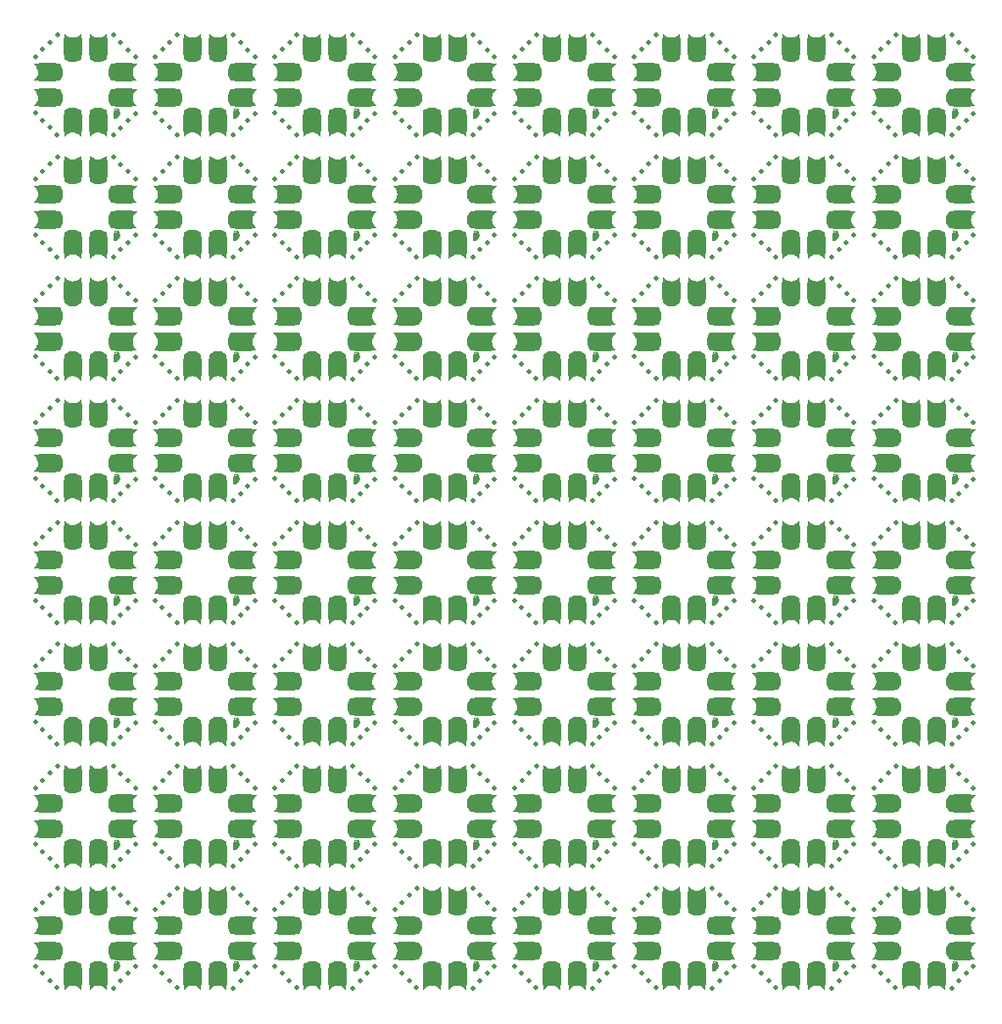
<source format=gbs>
G04 DipTrace 3.0.0.2*
G04 BottomMask.gbr*
%MOIN*%
G04 #@! TF.FileFunction,Soldermask,Bot*
G04 #@! TF.Part,Single*
%AMOUTLINE6*
4,1,35,
-0.01245,-0.021726,
-0.00495,-0.020573,
0.00085,-0.018223,
0.00455,-0.015223,
0.00755,-0.012223,
0.01005,-0.007793,
0.01105,-0.005223,
0.01185,-0.001474,
0.012249,0.000526,
0.01245,0.003777,
0.01155,0.006327,
0.01005,0.007827,
0.00905,0.008827,
0.00855,0.011344,
0.008749,0.012344,
0.009337,0.014344,
0.01055,0.015425,
0.007337,0.019327,
0.004337,0.017344,
0.003636,0.017344,
0.002219,0.020827,
0.00005,0.021327,
-0.00395,0.021726,
0.000249,0.011777,
0.000249,0.010526,
-0.00005,0.008827,
-0.00095,0.008425,
-0.00295,0.009226,
-0.00545,0.013777,
-0.00824,0.020526,
-0.01024,0.019526,
-0.012379,0.017026,
-0.00945,0.009526,
-0.01095,0.009777,
-0.01245,0.009777,
-0.01245,-0.021726,
0*%
%ADD34C,0.019685*%
%ADD47R,0.074803X0.070866*%
%ADD49R,0.070866X0.074803*%
%ADD63OUTLINE6*%
%FSLAX26Y26*%
G04*
G70*
G90*
G75*
G01*
G04 BotMask*
%LPD*%
G36*
X916408Y655902D2*
X887276D1*
X887138Y588845D1*
X916408D1*
X908848Y595279D1*
X903835Y602435D1*
X899998Y610363D1*
X898834Y614563D1*
X898028Y620610D1*
Y624406D1*
X898834Y630168D1*
X899998Y634519D1*
X903835Y642447D1*
X908468Y649435D1*
X916408Y655902D1*
G37*
G36*
Y755900D2*
X887276D1*
X887138Y688843D1*
X916408D1*
X908848Y695277D1*
X903835Y702449D1*
X899998Y710361D1*
X898834Y714561D1*
X898028Y720608D1*
Y724404D1*
X898834Y730166D1*
X899998Y734517D1*
X903835Y742445D1*
X908468Y749433D1*
X916408Y755900D1*
G37*
G36*
X801575Y710042D2*
X812211Y688977D1*
X831098D1*
Y755900D1*
X812211D1*
X801575Y734836D1*
Y710042D1*
G37*
G36*
Y610044D2*
X812211Y588980D1*
X831098D1*
Y655902D1*
X812211D1*
X801575Y634838D1*
Y610044D1*
G37*
D49*
X861811Y622441D3*
Y722441D3*
G36*
X728350Y467844D2*
Y496976D1*
X795407Y497114D1*
Y467844D1*
X788973Y475404D1*
X781817Y480417D1*
X773889Y484254D1*
X769689Y485418D1*
X763642Y486224D1*
X759846D1*
X754084Y485418D1*
X749733Y484254D1*
X741805Y480417D1*
X734817Y475784D1*
X728350Y467844D1*
G37*
G36*
X628352D2*
Y496976D1*
X695409Y497114D1*
Y467844D1*
X688975Y475404D1*
X681803Y480417D1*
X673891Y484254D1*
X669691Y485418D1*
X663644Y486224D1*
X659848D1*
X654086Y485418D1*
X649735Y484254D1*
X641807Y480417D1*
X634819Y475784D1*
X628352Y467844D1*
G37*
G36*
X674210Y582677D2*
X695275Y572041D1*
Y553154D1*
X628352D1*
Y572041D1*
X649416Y582677D1*
X674210D1*
G37*
G36*
X774208D2*
X795272Y572041D1*
Y553154D1*
X728350D1*
Y572041D1*
X749414Y582677D1*
X774208D1*
G37*
D47*
X761811Y522441D3*
X661811D3*
G36*
X695272Y877038D2*
Y847906D1*
X628215Y847768D1*
Y877038D1*
X634649Y869478D1*
X641805Y864465D1*
X649733Y860628D1*
X653933Y859464D1*
X659980Y858657D1*
X663776D1*
X669538Y859464D1*
X673889Y860628D1*
X681817Y864465D1*
X688805Y869098D1*
X695272Y877038D1*
G37*
G36*
X795270D2*
Y847906D1*
X728213Y847768D1*
Y877038D1*
X734647Y869478D1*
X741819Y864465D1*
X749731Y860628D1*
X753931Y859464D1*
X759978Y858657D1*
X763774D1*
X769536Y859464D1*
X773887Y860628D1*
X781815Y864465D1*
X788803Y869098D1*
X795270Y877038D1*
G37*
G36*
X749412Y762205D2*
X728348Y772841D1*
Y791728D1*
X795270D1*
Y772841D1*
X774206Y762205D1*
X749412D1*
G37*
G36*
X649414D2*
X628350Y772841D1*
Y791728D1*
X695272D1*
Y772841D1*
X674208Y762205D1*
X649414D1*
G37*
D47*
X661811Y822441D3*
X761811D3*
G36*
X507214Y655902D2*
X536346D1*
X536484Y588845D1*
X507214D1*
X514774Y595279D1*
X519787Y602435D1*
X523624Y610363D1*
X524788Y614563D1*
X525595Y620610D1*
Y624406D1*
X524788Y630168D1*
X523624Y634519D1*
X519787Y642447D1*
X515154Y649435D1*
X507214Y655902D1*
G37*
G36*
Y755900D2*
X536346D1*
X536484Y688843D1*
X507214D1*
X514774Y695277D1*
X519787Y702449D1*
X523624Y710361D1*
X524788Y714561D1*
X525595Y720608D1*
Y724404D1*
X524788Y730166D1*
X523624Y734517D1*
X519787Y742445D1*
X515154Y749433D1*
X507214Y755900D1*
G37*
G36*
X622047Y710042D2*
X611411Y688977D1*
X592524D1*
Y755900D1*
X611411D1*
X622047Y734836D1*
Y710042D1*
G37*
G36*
Y610044D2*
X611411Y588980D1*
X592524D1*
Y655902D1*
X611411D1*
X622047Y634838D1*
Y610044D1*
G37*
D49*
X561811Y622441D3*
Y722441D3*
D63*
X836545Y560235D3*
D34*
X821766Y475629D3*
X600815Y476522D3*
X850459Y503875D3*
X572568Y505215D3*
X543379Y533675D3*
X515280Y562850D3*
X878919Y533064D3*
X908094Y561164D3*
X515542Y783764D3*
X544235Y812010D3*
X572694Y841199D3*
X601870Y869299D3*
X907936Y783003D3*
X879689Y811696D3*
X850500Y840155D3*
X822400Y869331D3*
G36*
X1387274Y655902D2*
X1358142D1*
X1358004Y588845D1*
X1387274D1*
X1379714Y595279D1*
X1374702Y602435D1*
X1370864Y610363D1*
X1369700Y614563D1*
X1368894Y620610D1*
Y624406D1*
X1369700Y630168D1*
X1370864Y634519D1*
X1374702Y642447D1*
X1379334Y649435D1*
X1387274Y655902D1*
G37*
G36*
Y755900D2*
X1358142D1*
X1358004Y688843D1*
X1387274D1*
X1379714Y695277D1*
X1374702Y702449D1*
X1370864Y710361D1*
X1369700Y714561D1*
X1368894Y720608D1*
Y724404D1*
X1369700Y730166D1*
X1370864Y734517D1*
X1374702Y742445D1*
X1379334Y749433D1*
X1387274Y755900D1*
G37*
G36*
X1272441Y710042D2*
X1283077Y688977D1*
X1301964D1*
Y755900D1*
X1283077D1*
X1272441Y734836D1*
Y710042D1*
G37*
G36*
Y610044D2*
X1283077Y588980D1*
X1301964D1*
Y655902D1*
X1283077D1*
X1272441Y634838D1*
Y610044D1*
G37*
D49*
X1332677Y622441D3*
Y722441D3*
G36*
X1199216Y467844D2*
Y496976D1*
X1266273Y497114D1*
Y467844D1*
X1259839Y475404D1*
X1252683Y480417D1*
X1244755Y484254D1*
X1240555Y485418D1*
X1234508Y486224D1*
X1230712D1*
X1224950Y485418D1*
X1220599Y484254D1*
X1212671Y480417D1*
X1205683Y475784D1*
X1199216Y467844D1*
G37*
G36*
X1099218D2*
Y496976D1*
X1166275Y497114D1*
Y467844D1*
X1159841Y475404D1*
X1152669Y480417D1*
X1144757Y484254D1*
X1140557Y485418D1*
X1134510Y486224D1*
X1130714D1*
X1124952Y485418D1*
X1120602Y484254D1*
X1112673Y480417D1*
X1105685Y475784D1*
X1099218Y467844D1*
G37*
G36*
X1145076Y582677D2*
X1166141Y572041D1*
Y553154D1*
X1099218D1*
Y572041D1*
X1120282Y582677D1*
X1145076D1*
G37*
G36*
X1245074D2*
X1266139Y572041D1*
Y553154D1*
X1199216D1*
Y572041D1*
X1220280Y582677D1*
X1245074D1*
G37*
D47*
X1232677Y522441D3*
X1132677D3*
G36*
X1166139Y877038D2*
Y847906D1*
X1099081Y847768D1*
Y877038D1*
X1105515Y869478D1*
X1112671Y864465D1*
X1120599Y860628D1*
X1124799Y859464D1*
X1130846Y858657D1*
X1134643D1*
X1140404Y859464D1*
X1144755Y860628D1*
X1152683Y864465D1*
X1159671Y869098D1*
X1166139Y877038D1*
G37*
G36*
X1266136D2*
Y847906D1*
X1199079Y847768D1*
Y877038D1*
X1205513Y869478D1*
X1212686Y864465D1*
X1220597Y860628D1*
X1224797Y859464D1*
X1230844Y858657D1*
X1234640D1*
X1240402Y859464D1*
X1244753Y860628D1*
X1252681Y864465D1*
X1259669Y869098D1*
X1266136Y877038D1*
G37*
G36*
X1220278Y762205D2*
X1199214Y772841D1*
Y791728D1*
X1266136D1*
Y772841D1*
X1245072Y762205D1*
X1220278D1*
G37*
G36*
X1120280D2*
X1099216Y772841D1*
Y791728D1*
X1166139D1*
Y772841D1*
X1145074Y762205D1*
X1120280D1*
G37*
D47*
X1132677Y822441D3*
X1232677D3*
G36*
X978080Y655902D2*
X1007212D1*
X1007350Y588845D1*
X978080D1*
X985640Y595279D1*
X990653Y602435D1*
X994490Y610363D1*
X995654Y614563D1*
X996461Y620610D1*
Y624406D1*
X995654Y630168D1*
X994490Y634519D1*
X990653Y642447D1*
X986020Y649435D1*
X978080Y655902D1*
G37*
G36*
Y755900D2*
X1007212D1*
X1007350Y688843D1*
X978080D1*
X985640Y695277D1*
X990653Y702449D1*
X994490Y710361D1*
X995654Y714561D1*
X996461Y720608D1*
Y724404D1*
X995654Y730166D1*
X994490Y734517D1*
X990653Y742445D1*
X986020Y749433D1*
X978080Y755900D1*
G37*
G36*
X1092913Y710042D2*
X1082277Y688977D1*
X1063390D1*
Y755900D1*
X1082277D1*
X1092913Y734836D1*
Y710042D1*
G37*
G36*
Y610044D2*
X1082277Y588980D1*
X1063390D1*
Y655902D1*
X1082277D1*
X1092913Y634838D1*
Y610044D1*
G37*
D49*
X1032677Y622441D3*
Y722441D3*
D63*
X1307411Y560235D3*
D34*
X1292633Y475629D3*
X1071681Y476522D3*
X1321325Y503875D3*
X1043434Y505215D3*
X1014245Y533675D3*
X986146Y562850D3*
X1349785Y533064D3*
X1378961Y561164D3*
X986408Y783764D3*
X1015101Y812010D3*
X1043560Y841199D3*
X1072736Y869299D3*
X1378802Y783003D3*
X1350555Y811696D3*
X1321366Y840155D3*
X1293266Y869331D3*
G36*
X1858140Y655902D2*
X1829008D1*
X1828870Y588845D1*
X1858140D1*
X1850580Y595279D1*
X1845568Y602435D1*
X1841730Y610363D1*
X1840566Y614563D1*
X1839760Y620610D1*
Y624406D1*
X1840566Y630168D1*
X1841730Y634519D1*
X1845568Y642447D1*
X1850200Y649435D1*
X1858140Y655902D1*
G37*
G36*
Y755900D2*
X1829008D1*
X1828870Y688843D1*
X1858140D1*
X1850580Y695277D1*
X1845568Y702449D1*
X1841730Y710361D1*
X1840566Y714561D1*
X1839760Y720608D1*
Y724404D1*
X1840566Y730166D1*
X1841730Y734517D1*
X1845568Y742445D1*
X1850200Y749433D1*
X1858140Y755900D1*
G37*
G36*
X1743307Y710042D2*
X1753943Y688977D1*
X1772831D1*
Y755900D1*
X1753943D1*
X1743307Y734836D1*
Y710042D1*
G37*
G36*
Y610044D2*
X1753943Y588980D1*
X1772831D1*
Y655902D1*
X1753943D1*
X1743307Y634838D1*
Y610044D1*
G37*
D49*
X1803543Y622441D3*
Y722441D3*
G36*
X1670082Y467844D2*
Y496976D1*
X1737139Y497114D1*
Y467844D1*
X1730706Y475404D1*
X1723550Y480417D1*
X1715621Y484254D1*
X1711422Y485418D1*
X1705374Y486224D1*
X1701578D1*
X1695816Y485418D1*
X1691466Y484254D1*
X1683537Y480417D1*
X1676549Y475784D1*
X1670082Y467844D1*
G37*
G36*
X1570084D2*
Y496976D1*
X1637141Y497114D1*
Y467844D1*
X1630708Y475404D1*
X1623535Y480417D1*
X1615623Y484254D1*
X1611424Y485418D1*
X1605376Y486224D1*
X1601580D1*
X1595818Y485418D1*
X1591468Y484254D1*
X1583539Y480417D1*
X1576551Y475784D1*
X1570084Y467844D1*
G37*
G36*
X1615942Y582677D2*
X1637007Y572041D1*
Y553154D1*
X1570084D1*
Y572041D1*
X1591149Y582677D1*
X1615942D1*
G37*
G36*
X1715940D2*
X1737005Y572041D1*
Y553154D1*
X1670082D1*
Y572041D1*
X1691146Y582677D1*
X1715940D1*
G37*
D47*
X1703543Y522441D3*
X1603543D3*
G36*
X1637005Y877038D2*
Y847906D1*
X1569948Y847768D1*
Y877038D1*
X1576381Y869478D1*
X1583537Y864465D1*
X1591466Y860628D1*
X1595665Y859464D1*
X1601712Y858657D1*
X1605509D1*
X1611270Y859464D1*
X1615621Y860628D1*
X1623550Y864465D1*
X1630538Y869098D1*
X1637005Y877038D1*
G37*
G36*
X1737003D2*
Y847906D1*
X1669945Y847768D1*
Y877038D1*
X1676379Y869478D1*
X1683552Y864465D1*
X1691464Y860628D1*
X1695663Y859464D1*
X1701710Y858657D1*
X1705507D1*
X1711268Y859464D1*
X1715619Y860628D1*
X1723548Y864465D1*
X1730535Y869098D1*
X1737003Y877038D1*
G37*
G36*
X1691144Y762205D2*
X1670080Y772841D1*
Y791728D1*
X1737003D1*
Y772841D1*
X1715938Y762205D1*
X1691144D1*
G37*
G36*
X1591146D2*
X1570082Y772841D1*
Y791728D1*
X1637005D1*
Y772841D1*
X1615940Y762205D1*
X1591146D1*
G37*
D47*
X1603543Y822441D3*
X1703543D3*
G36*
X1448947Y655902D2*
X1478078D1*
X1478217Y588845D1*
X1448947D1*
X1456506Y595279D1*
X1461519Y602435D1*
X1465356Y610363D1*
X1466520Y614563D1*
X1467327Y620610D1*
Y624406D1*
X1466520Y630168D1*
X1465356Y634519D1*
X1461519Y642447D1*
X1456886Y649435D1*
X1448947Y655902D1*
G37*
G36*
Y755900D2*
X1478078D1*
X1478217Y688843D1*
X1448947D1*
X1456506Y695277D1*
X1461519Y702449D1*
X1465356Y710361D1*
X1466520Y714561D1*
X1467327Y720608D1*
Y724404D1*
X1466520Y730166D1*
X1465356Y734517D1*
X1461519Y742445D1*
X1456886Y749433D1*
X1448947Y755900D1*
G37*
G36*
X1563780Y710042D2*
X1553143Y688977D1*
X1534256D1*
Y755900D1*
X1553143D1*
X1563780Y734836D1*
Y710042D1*
G37*
G36*
Y610044D2*
X1553143Y588980D1*
X1534256D1*
Y655902D1*
X1553143D1*
X1563780Y634838D1*
Y610044D1*
G37*
D49*
X1503543Y622441D3*
Y722441D3*
D63*
X1778277Y560235D3*
D34*
X1763499Y475629D3*
X1542547Y476522D3*
X1792192Y503875D3*
X1514301Y505215D3*
X1485112Y533675D3*
X1457012Y562850D3*
X1820651Y533064D3*
X1849827Y561164D3*
X1457274Y783764D3*
X1485967Y812010D3*
X1514427Y841199D3*
X1543602Y869299D3*
X1849668Y783003D3*
X1821421Y811696D3*
X1792232Y840155D3*
X1764133Y869331D3*
G36*
X2329006Y655902D2*
X2299874D1*
X2299736Y588845D1*
X2329006D1*
X2321447Y595279D1*
X2316434Y602435D1*
X2312596Y610363D1*
X2311433Y614563D1*
X2310626Y620610D1*
Y624406D1*
X2311433Y630168D1*
X2312596Y634519D1*
X2316434Y642447D1*
X2321066Y649435D1*
X2329006Y655902D1*
G37*
G36*
Y755900D2*
X2299874D1*
X2299736Y688843D1*
X2329006D1*
X2321447Y695277D1*
X2316434Y702449D1*
X2312596Y710361D1*
X2311433Y714561D1*
X2310626Y720608D1*
Y724404D1*
X2311433Y730166D1*
X2312596Y734517D1*
X2316434Y742445D1*
X2321066Y749433D1*
X2329006Y755900D1*
G37*
G36*
X2214173Y710042D2*
X2224810Y688977D1*
X2243697D1*
Y755900D1*
X2224810D1*
X2214173Y734836D1*
Y710042D1*
G37*
G36*
Y610044D2*
X2224810Y588980D1*
X2243697D1*
Y655902D1*
X2224810D1*
X2214173Y634838D1*
Y610044D1*
G37*
D49*
X2274409Y622441D3*
Y722441D3*
G36*
X2140948Y467844D2*
Y496976D1*
X2208005Y497114D1*
Y467844D1*
X2201572Y475404D1*
X2194416Y480417D1*
X2186487Y484254D1*
X2182288Y485418D1*
X2176240Y486224D1*
X2172444D1*
X2166682Y485418D1*
X2162332Y484254D1*
X2154403Y480417D1*
X2147415Y475784D1*
X2140948Y467844D1*
G37*
G36*
X2040950D2*
Y496976D1*
X2108007Y497114D1*
Y467844D1*
X2101574Y475404D1*
X2094401Y480417D1*
X2086489Y484254D1*
X2082290Y485418D1*
X2076243Y486224D1*
X2072446D1*
X2066685Y485418D1*
X2062334Y484254D1*
X2054405Y480417D1*
X2047417Y475784D1*
X2040950Y467844D1*
G37*
G36*
X2086808Y582677D2*
X2107873Y572041D1*
Y553154D1*
X2040950D1*
Y572041D1*
X2062015Y582677D1*
X2086808D1*
G37*
G36*
X2186806D2*
X2207871Y572041D1*
Y553154D1*
X2140948D1*
Y572041D1*
X2162013Y582677D1*
X2186806D1*
G37*
D47*
X2174409Y522441D3*
X2074409D3*
G36*
X2107871Y877038D2*
Y847906D1*
X2040814Y847768D1*
Y877038D1*
X2047247Y869478D1*
X2054403Y864465D1*
X2062332Y860628D1*
X2066531Y859464D1*
X2072578Y858657D1*
X2076375D1*
X2082136Y859464D1*
X2086487Y860628D1*
X2094416Y864465D1*
X2101404Y869098D1*
X2107871Y877038D1*
G37*
G36*
X2207869D2*
Y847906D1*
X2140812Y847768D1*
Y877038D1*
X2147245Y869478D1*
X2154418Y864465D1*
X2162330Y860628D1*
X2166529Y859464D1*
X2172576Y858657D1*
X2176373D1*
X2182134Y859464D1*
X2186485Y860628D1*
X2194414Y864465D1*
X2201402Y869098D1*
X2207869Y877038D1*
G37*
G36*
X2162010Y762205D2*
X2140946Y772841D1*
Y791728D1*
X2207869D1*
Y772841D1*
X2186804Y762205D1*
X2162010D1*
G37*
G36*
X2062013D2*
X2040948Y772841D1*
Y791728D1*
X2107871D1*
Y772841D1*
X2086806Y762205D1*
X2062013D1*
G37*
D47*
X2074409Y822441D3*
X2174409D3*
G36*
X1919813Y655902D2*
X1948944D1*
X1949083Y588845D1*
X1919813D1*
X1927372Y595279D1*
X1932385Y602435D1*
X1936222Y610363D1*
X1937386Y614563D1*
X1938193Y620610D1*
Y624406D1*
X1937386Y630168D1*
X1936222Y634519D1*
X1932385Y642447D1*
X1927753Y649435D1*
X1919813Y655902D1*
G37*
G36*
Y755900D2*
X1948944D1*
X1949083Y688843D1*
X1919813D1*
X1927372Y695277D1*
X1932385Y702449D1*
X1936222Y710361D1*
X1937386Y714561D1*
X1938193Y720608D1*
Y724404D1*
X1937386Y730166D1*
X1936222Y734517D1*
X1932385Y742445D1*
X1927753Y749433D1*
X1919813Y755900D1*
G37*
G36*
X2034646Y710042D2*
X2024009Y688977D1*
X2005122D1*
Y755900D1*
X2024009D1*
X2034646Y734836D1*
Y710042D1*
G37*
G36*
Y610044D2*
X2024009Y588980D1*
X2005122D1*
Y655902D1*
X2024009D1*
X2034646Y634838D1*
Y610044D1*
G37*
D49*
X1974409Y622441D3*
Y722441D3*
D63*
X2249143Y560235D3*
D34*
X2234365Y475629D3*
X2013413Y476522D3*
X2263058Y503875D3*
X1985167Y505215D3*
X1955978Y533675D3*
X1927878Y562850D3*
X2291517Y533064D3*
X2320693Y561164D3*
X1928140Y783764D3*
X1956833Y812010D3*
X1985293Y841199D3*
X2014469Y869299D3*
X2320534Y783003D3*
X2292287Y811696D3*
X2263098Y840155D3*
X2234999Y869331D3*
G36*
X2799872Y655902D2*
X2770741D1*
X2770602Y588845D1*
X2799872D1*
X2792313Y595279D1*
X2787300Y602435D1*
X2783463Y610363D1*
X2782299Y614563D1*
X2781492Y620610D1*
Y624406D1*
X2782299Y630168D1*
X2783463Y634519D1*
X2787300Y642447D1*
X2791932Y649435D1*
X2799872Y655902D1*
G37*
G36*
Y755900D2*
X2770741D1*
X2770602Y688843D1*
X2799872D1*
X2792313Y695277D1*
X2787300Y702449D1*
X2783463Y710361D1*
X2782299Y714561D1*
X2781492Y720608D1*
Y724404D1*
X2782299Y730166D1*
X2783463Y734517D1*
X2787300Y742445D1*
X2791932Y749433D1*
X2799872Y755900D1*
G37*
G36*
X2685039Y710042D2*
X2695676Y688977D1*
X2714563D1*
Y755900D1*
X2695676D1*
X2685039Y734836D1*
Y710042D1*
G37*
G36*
Y610044D2*
X2695676Y588980D1*
X2714563D1*
Y655902D1*
X2695676D1*
X2685039Y634838D1*
Y610044D1*
G37*
D49*
X2745276Y622441D3*
Y722441D3*
G36*
X2611814Y467844D2*
Y496976D1*
X2678871Y497114D1*
Y467844D1*
X2672438Y475404D1*
X2665282Y480417D1*
X2657353Y484254D1*
X2653154Y485418D1*
X2647107Y486224D1*
X2643310D1*
X2637549Y485418D1*
X2633198Y484254D1*
X2625269Y480417D1*
X2618281Y475784D1*
X2611814Y467844D1*
G37*
G36*
X2511816D2*
Y496976D1*
X2578873Y497114D1*
Y467844D1*
X2572440Y475404D1*
X2565267Y480417D1*
X2557355Y484254D1*
X2553156Y485418D1*
X2547109Y486224D1*
X2543312D1*
X2537551Y485418D1*
X2533200Y484254D1*
X2525271Y480417D1*
X2518283Y475784D1*
X2511816Y467844D1*
G37*
G36*
X2557675Y582677D2*
X2578739Y572041D1*
Y553154D1*
X2511816D1*
Y572041D1*
X2532881Y582677D1*
X2557675D1*
G37*
G36*
X2657672D2*
X2678737Y572041D1*
Y553154D1*
X2611814D1*
Y572041D1*
X2632879Y582677D1*
X2657672D1*
G37*
D47*
X2645276Y522441D3*
X2545276D3*
G36*
X2578737Y877038D2*
Y847906D1*
X2511680Y847768D1*
Y877038D1*
X2518113Y869478D1*
X2525269Y864465D1*
X2533198Y860628D1*
X2537397Y859464D1*
X2543445Y858657D1*
X2547241D1*
X2553003Y859464D1*
X2557353Y860628D1*
X2565282Y864465D1*
X2572270Y869098D1*
X2578737Y877038D1*
G37*
G36*
X2678735D2*
Y847906D1*
X2611678Y847768D1*
Y877038D1*
X2618111Y869478D1*
X2625284Y864465D1*
X2633196Y860628D1*
X2637395Y859464D1*
X2643443Y858657D1*
X2647239D1*
X2653001Y859464D1*
X2657351Y860628D1*
X2665280Y864465D1*
X2672268Y869098D1*
X2678735Y877038D1*
G37*
G36*
X2632877Y762205D2*
X2611812Y772841D1*
Y791728D1*
X2678735D1*
Y772841D1*
X2657670Y762205D1*
X2632877D1*
G37*
G36*
X2532879D2*
X2511814Y772841D1*
Y791728D1*
X2578737D1*
Y772841D1*
X2557672Y762205D1*
X2532879D1*
G37*
D47*
X2545276Y822441D3*
X2645276D3*
G36*
X2390679Y655902D2*
X2419811D1*
X2419949Y588845D1*
X2390679D1*
X2398238Y595279D1*
X2403251Y602435D1*
X2407089Y610363D1*
X2408252Y614563D1*
X2409059Y620610D1*
Y624406D1*
X2408252Y630168D1*
X2407089Y634519D1*
X2403251Y642447D1*
X2398619Y649435D1*
X2390679Y655902D1*
G37*
G36*
Y755900D2*
X2419811D1*
X2419949Y688843D1*
X2390679D1*
X2398238Y695277D1*
X2403251Y702449D1*
X2407089Y710361D1*
X2408252Y714561D1*
X2409059Y720608D1*
Y724404D1*
X2408252Y730166D1*
X2407089Y734517D1*
X2403251Y742445D1*
X2398619Y749433D1*
X2390679Y755900D1*
G37*
G36*
X2505512Y710042D2*
X2494876Y688977D1*
X2475988D1*
Y755900D1*
X2494876D1*
X2505512Y734836D1*
Y710042D1*
G37*
G36*
Y610044D2*
X2494876Y588980D1*
X2475988D1*
Y655902D1*
X2494876D1*
X2505512Y634838D1*
Y610044D1*
G37*
D49*
X2445276Y622441D3*
Y722441D3*
D63*
X2720009Y560235D3*
D34*
X2705231Y475629D3*
X2484280Y476522D3*
X2733924Y503875D3*
X2456033Y505215D3*
X2426844Y533675D3*
X2398744Y562850D3*
X2762383Y533064D3*
X2791559Y561164D3*
X2399007Y783764D3*
X2427699Y812010D3*
X2456159Y841199D3*
X2485335Y869299D3*
X2791400Y783003D3*
X2763154Y811696D3*
X2733965Y840155D3*
X2705865Y869331D3*
G36*
X3270738Y655902D2*
X3241607D1*
X3241468Y588845D1*
X3270738D1*
X3263179Y595279D1*
X3258166Y602435D1*
X3254329Y610363D1*
X3253165Y614563D1*
X3252358Y620610D1*
Y624406D1*
X3253165Y630168D1*
X3254329Y634519D1*
X3258166Y642447D1*
X3262799Y649435D1*
X3270738Y655902D1*
G37*
G36*
Y755900D2*
X3241607D1*
X3241468Y688843D1*
X3270738D1*
X3263179Y695277D1*
X3258166Y702449D1*
X3254329Y710361D1*
X3253165Y714561D1*
X3252358Y720608D1*
Y724404D1*
X3253165Y730166D1*
X3254329Y734517D1*
X3258166Y742445D1*
X3262799Y749433D1*
X3270738Y755900D1*
G37*
G36*
X3155906Y710042D2*
X3166542Y688977D1*
X3185429D1*
Y755900D1*
X3166542D1*
X3155906Y734836D1*
Y710042D1*
G37*
G36*
Y610044D2*
X3166542Y588980D1*
X3185429D1*
Y655902D1*
X3166542D1*
X3155906Y634838D1*
Y610044D1*
G37*
D49*
X3216142Y622441D3*
Y722441D3*
G36*
X3082680Y467844D2*
Y496976D1*
X3149738Y497114D1*
Y467844D1*
X3143304Y475404D1*
X3136148Y480417D1*
X3128219Y484254D1*
X3124020Y485418D1*
X3117973Y486224D1*
X3114176D1*
X3108415Y485418D1*
X3104064Y484254D1*
X3096135Y480417D1*
X3089148Y475784D1*
X3082680Y467844D1*
G37*
G36*
X2982682D2*
Y496976D1*
X3049740Y497114D1*
Y467844D1*
X3043306Y475404D1*
X3036133Y480417D1*
X3028222Y484254D1*
X3024022Y485418D1*
X3017975Y486224D1*
X3014178D1*
X3008417Y485418D1*
X3004066Y484254D1*
X2996138Y480417D1*
X2989150Y475784D1*
X2982682Y467844D1*
G37*
G36*
X3028541Y582677D2*
X3049605Y572041D1*
Y553154D1*
X2982682D1*
Y572041D1*
X3003747Y582677D1*
X3028541D1*
G37*
G36*
X3128539D2*
X3149603Y572041D1*
Y553154D1*
X3082680D1*
Y572041D1*
X3103745Y582677D1*
X3128539D1*
G37*
D47*
X3116142Y522441D3*
X3016142D3*
G36*
X3049603Y877038D2*
Y847906D1*
X2982546Y847768D1*
Y877038D1*
X2988980Y869478D1*
X2996135Y864465D1*
X3004064Y860628D1*
X3008264Y859464D1*
X3014311Y858657D1*
X3018107D1*
X3023869Y859464D1*
X3028219Y860628D1*
X3036148Y864465D1*
X3043136Y869098D1*
X3049603Y877038D1*
G37*
G36*
X3149601D2*
Y847906D1*
X3082544Y847768D1*
Y877038D1*
X3088977Y869478D1*
X3096150Y864465D1*
X3104062Y860628D1*
X3108261Y859464D1*
X3114309Y858657D1*
X3118105D1*
X3123867Y859464D1*
X3128217Y860628D1*
X3136146Y864465D1*
X3143134Y869098D1*
X3149601Y877038D1*
G37*
G36*
X3103743Y762205D2*
X3082678Y772841D1*
Y791728D1*
X3149601D1*
Y772841D1*
X3128536Y762205D1*
X3103743D1*
G37*
G36*
X3003745D2*
X2982680Y772841D1*
Y791728D1*
X3049603D1*
Y772841D1*
X3028539Y762205D1*
X3003745D1*
G37*
D47*
X3016142Y822441D3*
X3116142D3*
G36*
X2861545Y655902D2*
X2890677D1*
X2890815Y588845D1*
X2861545D1*
X2869105Y595279D1*
X2874117Y602435D1*
X2877955Y610363D1*
X2879119Y614563D1*
X2879925Y620610D1*
Y624406D1*
X2879119Y630168D1*
X2877955Y634519D1*
X2874117Y642447D1*
X2869485Y649435D1*
X2861545Y655902D1*
G37*
G36*
Y755900D2*
X2890677D1*
X2890815Y688843D1*
X2861545D1*
X2869105Y695277D1*
X2874117Y702449D1*
X2877955Y710361D1*
X2879119Y714561D1*
X2879925Y720608D1*
Y724404D1*
X2879119Y730166D1*
X2877955Y734517D1*
X2874117Y742445D1*
X2869485Y749433D1*
X2861545Y755900D1*
G37*
G36*
X2976378Y710042D2*
X2965742Y688977D1*
X2946854D1*
Y755900D1*
X2965742D1*
X2976378Y734836D1*
Y710042D1*
G37*
G36*
Y610044D2*
X2965742Y588980D1*
X2946854D1*
Y655902D1*
X2965742D1*
X2976378Y634838D1*
Y610044D1*
G37*
D49*
X2916142Y622441D3*
Y722441D3*
D63*
X3190875Y560235D3*
D34*
X3176097Y475629D3*
X2955146Y476522D3*
X3204790Y503875D3*
X2926899Y505215D3*
X2897710Y533675D3*
X2869610Y562850D3*
X3233249Y533064D3*
X3262425Y561164D3*
X2869873Y783764D3*
X2898566Y812010D3*
X2927025Y841199D3*
X2956201Y869299D3*
X3262266Y783003D3*
X3234020Y811696D3*
X3204831Y840155D3*
X3176731Y869331D3*
G36*
X3741605Y655902D2*
X3712473D1*
X3712335Y588845D1*
X3741605D1*
X3734045Y595279D1*
X3729032Y602435D1*
X3725195Y610363D1*
X3724031Y614563D1*
X3723224Y620610D1*
Y624406D1*
X3724031Y630168D1*
X3725195Y634519D1*
X3729032Y642447D1*
X3733665Y649435D1*
X3741605Y655902D1*
G37*
G36*
Y755900D2*
X3712473D1*
X3712335Y688843D1*
X3741605D1*
X3734045Y695277D1*
X3729032Y702449D1*
X3725195Y710361D1*
X3724031Y714561D1*
X3723224Y720608D1*
Y724404D1*
X3724031Y730166D1*
X3725195Y734517D1*
X3729032Y742445D1*
X3733665Y749433D1*
X3741605Y755900D1*
G37*
G36*
X3626772Y710042D2*
X3637408Y688977D1*
X3656295D1*
Y755900D1*
X3637408D1*
X3626772Y734836D1*
Y710042D1*
G37*
G36*
Y610044D2*
X3637408Y588980D1*
X3656295D1*
Y655902D1*
X3637408D1*
X3626772Y634838D1*
Y610044D1*
G37*
D49*
X3687008Y622441D3*
Y722441D3*
G36*
X3553546Y467844D2*
Y496976D1*
X3620604Y497114D1*
Y467844D1*
X3614170Y475404D1*
X3607014Y480417D1*
X3599086Y484254D1*
X3594886Y485418D1*
X3588839Y486224D1*
X3585043D1*
X3579281Y485418D1*
X3574930Y484254D1*
X3567002Y480417D1*
X3560014Y475784D1*
X3553546Y467844D1*
G37*
G36*
X3453549D2*
Y496976D1*
X3520606Y497114D1*
Y467844D1*
X3514172Y475404D1*
X3506999Y480417D1*
X3499088Y484254D1*
X3494888Y485418D1*
X3488841Y486224D1*
X3485045D1*
X3479283Y485418D1*
X3474932Y484254D1*
X3467004Y480417D1*
X3460016Y475784D1*
X3453549Y467844D1*
G37*
G36*
X3499407Y582677D2*
X3520471Y572041D1*
Y553154D1*
X3453549D1*
Y572041D1*
X3474613Y582677D1*
X3499407D1*
G37*
G36*
X3599405D2*
X3620469Y572041D1*
Y553154D1*
X3553546D1*
Y572041D1*
X3574611Y582677D1*
X3599405D1*
G37*
D47*
X3587008Y522441D3*
X3487008D3*
G36*
X3520469Y877038D2*
Y847906D1*
X3453412Y847768D1*
Y877038D1*
X3459846Y869478D1*
X3467002Y864465D1*
X3474930Y860628D1*
X3479130Y859464D1*
X3485177Y858657D1*
X3488973D1*
X3494735Y859464D1*
X3499086Y860628D1*
X3507014Y864465D1*
X3514002Y869098D1*
X3520469Y877038D1*
G37*
G36*
X3620467D2*
Y847906D1*
X3553410Y847768D1*
Y877038D1*
X3559844Y869478D1*
X3567016Y864465D1*
X3574928Y860628D1*
X3579128Y859464D1*
X3585175Y858657D1*
X3588971D1*
X3594733Y859464D1*
X3599083Y860628D1*
X3607012Y864465D1*
X3614000Y869098D1*
X3620467Y877038D1*
G37*
G36*
X3574609Y762205D2*
X3553544Y772841D1*
Y791728D1*
X3620467D1*
Y772841D1*
X3599403Y762205D1*
X3574609D1*
G37*
G36*
X3474611D2*
X3453546Y772841D1*
Y791728D1*
X3520469D1*
Y772841D1*
X3499405Y762205D1*
X3474611D1*
G37*
D47*
X3487008Y822441D3*
X3587008D3*
G36*
X3332411Y655902D2*
X3361543D1*
X3361681Y588845D1*
X3332411D1*
X3339971Y595279D1*
X3344983Y602435D1*
X3348821Y610363D1*
X3349985Y614563D1*
X3350791Y620610D1*
Y624406D1*
X3349985Y630168D1*
X3348821Y634519D1*
X3344983Y642447D1*
X3340351Y649435D1*
X3332411Y655902D1*
G37*
G36*
Y755900D2*
X3361543D1*
X3361681Y688843D1*
X3332411D1*
X3339971Y695277D1*
X3344983Y702449D1*
X3348821Y710361D1*
X3349985Y714561D1*
X3350791Y720608D1*
Y724404D1*
X3349985Y730166D1*
X3348821Y734517D1*
X3344983Y742445D1*
X3340351Y749433D1*
X3332411Y755900D1*
G37*
G36*
X3447244Y710042D2*
X3436608Y688977D1*
X3417721D1*
Y755900D1*
X3436608D1*
X3447244Y734836D1*
Y710042D1*
G37*
G36*
Y610044D2*
X3436608Y588980D1*
X3417721D1*
Y655902D1*
X3436608D1*
X3447244Y634838D1*
Y610044D1*
G37*
D49*
X3387008Y622441D3*
Y722441D3*
D63*
X3661741Y560235D3*
D34*
X3646963Y475629D3*
X3426012Y476522D3*
X3675656Y503875D3*
X3397765Y505215D3*
X3368576Y533675D3*
X3340476Y562850D3*
X3704115Y533064D3*
X3733291Y561164D3*
X3340739Y783764D3*
X3369432Y812010D3*
X3397891Y841199D3*
X3427067Y869299D3*
X3733133Y783003D3*
X3704886Y811696D3*
X3675697Y840155D3*
X3647597Y869331D3*
G36*
X4212471Y655902D2*
X4183339D1*
X4183201Y588845D1*
X4212471D1*
X4204911Y595279D1*
X4199898Y602435D1*
X4196061Y610363D1*
X4194897Y614563D1*
X4194091Y620610D1*
Y624406D1*
X4194897Y630168D1*
X4196061Y634519D1*
X4199898Y642447D1*
X4204531Y649435D1*
X4212471Y655902D1*
G37*
G36*
Y755900D2*
X4183339D1*
X4183201Y688843D1*
X4212471D1*
X4204911Y695277D1*
X4199898Y702449D1*
X4196061Y710361D1*
X4194897Y714561D1*
X4194091Y720608D1*
Y724404D1*
X4194897Y730166D1*
X4196061Y734517D1*
X4199898Y742445D1*
X4204531Y749433D1*
X4212471Y755900D1*
G37*
G36*
X4097638Y710042D2*
X4108274Y688977D1*
X4127161D1*
Y755900D1*
X4108274D1*
X4097638Y734836D1*
Y710042D1*
G37*
G36*
Y610044D2*
X4108274Y588980D1*
X4127161D1*
Y655902D1*
X4108274D1*
X4097638Y634838D1*
Y610044D1*
G37*
D49*
X4157874Y622441D3*
Y722441D3*
G36*
X4024413Y467844D2*
Y496976D1*
X4091470Y497114D1*
Y467844D1*
X4085036Y475404D1*
X4077880Y480417D1*
X4069952Y484254D1*
X4065752Y485418D1*
X4059705Y486224D1*
X4055909D1*
X4050147Y485418D1*
X4045796Y484254D1*
X4037868Y480417D1*
X4030880Y475784D1*
X4024413Y467844D1*
G37*
G36*
X3924415D2*
Y496976D1*
X3991472Y497114D1*
Y467844D1*
X3985038Y475404D1*
X3977866Y480417D1*
X3969954Y484254D1*
X3965754Y485418D1*
X3959707Y486224D1*
X3955911D1*
X3950149Y485418D1*
X3945798Y484254D1*
X3937870Y480417D1*
X3930882Y475784D1*
X3924415Y467844D1*
G37*
G36*
X3970273Y582677D2*
X3991338Y572041D1*
Y553154D1*
X3924415D1*
Y572041D1*
X3945479Y582677D1*
X3970273D1*
G37*
G36*
X4070271D2*
X4091335Y572041D1*
Y553154D1*
X4024413D1*
Y572041D1*
X4045477Y582677D1*
X4070271D1*
G37*
D47*
X4057874Y522441D3*
X3957874D3*
G36*
X3991335Y877038D2*
Y847906D1*
X3924278Y847768D1*
Y877038D1*
X3930712Y869478D1*
X3937868Y864465D1*
X3945796Y860628D1*
X3949996Y859464D1*
X3956043Y858657D1*
X3959839D1*
X3965601Y859464D1*
X3969952Y860628D1*
X3977880Y864465D1*
X3984868Y869098D1*
X3991335Y877038D1*
G37*
G36*
X4091333D2*
Y847906D1*
X4024276Y847768D1*
Y877038D1*
X4030710Y869478D1*
X4037882Y864465D1*
X4045794Y860628D1*
X4049994Y859464D1*
X4056041Y858657D1*
X4059837D1*
X4065599Y859464D1*
X4069950Y860628D1*
X4077878Y864465D1*
X4084866Y869098D1*
X4091333Y877038D1*
G37*
G36*
X4045475Y762205D2*
X4024410Y772841D1*
Y791728D1*
X4091333D1*
Y772841D1*
X4070269Y762205D1*
X4045475D1*
G37*
G36*
X3945477D2*
X3924413Y772841D1*
Y791728D1*
X3991335D1*
Y772841D1*
X3970271Y762205D1*
X3945477D1*
G37*
D47*
X3957874Y822441D3*
X4057874D3*
G36*
X3803277Y655902D2*
X3832409D1*
X3832547Y588845D1*
X3803277D1*
X3810837Y595279D1*
X3815850Y602435D1*
X3819687Y610363D1*
X3820851Y614563D1*
X3821658Y620610D1*
Y624406D1*
X3820851Y630168D1*
X3819687Y634519D1*
X3815850Y642447D1*
X3811217Y649435D1*
X3803277Y655902D1*
G37*
G36*
Y755900D2*
X3832409D1*
X3832547Y688843D1*
X3803277D1*
X3810837Y695277D1*
X3815850Y702449D1*
X3819687Y710361D1*
X3820851Y714561D1*
X3821658Y720608D1*
Y724404D1*
X3820851Y730166D1*
X3819687Y734517D1*
X3815850Y742445D1*
X3811217Y749433D1*
X3803277Y755900D1*
G37*
G36*
X3918110Y710042D2*
X3907474Y688977D1*
X3888587D1*
Y755900D1*
X3907474D1*
X3918110Y734836D1*
Y710042D1*
G37*
G36*
Y610044D2*
X3907474Y588980D1*
X3888587D1*
Y655902D1*
X3907474D1*
X3918110Y634838D1*
Y610044D1*
G37*
D49*
X3857874Y622441D3*
Y722441D3*
D63*
X4132608Y560235D3*
D34*
X4117829Y475629D3*
X3896878Y476522D3*
X4146522Y503875D3*
X3868631Y505215D3*
X3839442Y533675D3*
X3811343Y562850D3*
X4174982Y533064D3*
X4204157Y561164D3*
X3811605Y783764D3*
X3840298Y812010D3*
X3868757Y841199D3*
X3897933Y869299D3*
X4203999Y783003D3*
X4175752Y811696D3*
X4146563Y840155D3*
X4118463Y869331D3*
G36*
X916408Y1134643D2*
X887276D1*
X887138Y1067585D1*
X916408D1*
X908848Y1074019D1*
X903835Y1081175D1*
X899998Y1089103D1*
X898834Y1093303D1*
X898028Y1099350D1*
Y1103146D1*
X898834Y1108908D1*
X899998Y1113259D1*
X903835Y1121187D1*
X908468Y1128175D1*
X916408Y1134643D1*
G37*
G36*
Y1234640D2*
X887276D1*
X887138Y1167583D1*
X916408D1*
X908848Y1174017D1*
X903835Y1181190D1*
X899998Y1189101D1*
X898834Y1193301D1*
X898028Y1199348D1*
Y1203144D1*
X898834Y1208906D1*
X899998Y1213257D1*
X903835Y1221185D1*
X908468Y1228173D1*
X916408Y1234640D1*
G37*
G36*
X801575Y1188782D2*
X812211Y1167718D1*
X831098D1*
Y1234640D1*
X812211D1*
X801575Y1213576D1*
Y1188782D1*
G37*
G36*
Y1088784D2*
X812211Y1067720D1*
X831098D1*
Y1134643D1*
X812211D1*
X801575Y1113578D1*
Y1088784D1*
G37*
D49*
X861811Y1101181D3*
Y1201181D3*
G36*
X728350Y946584D2*
Y975716D1*
X795407Y975854D1*
Y946584D1*
X788973Y954144D1*
X781817Y959157D1*
X773889Y962994D1*
X769689Y964158D1*
X763642Y964965D1*
X759846D1*
X754084Y964158D1*
X749733Y962994D1*
X741805Y959157D1*
X734817Y954524D1*
X728350Y946584D1*
G37*
G36*
X628352D2*
Y975716D1*
X695409Y975854D1*
Y946584D1*
X688975Y954144D1*
X681803Y959157D1*
X673891Y962994D1*
X669691Y964158D1*
X663644Y964965D1*
X659848D1*
X654086Y964158D1*
X649735Y962994D1*
X641807Y959157D1*
X634819Y954524D1*
X628352Y946584D1*
G37*
G36*
X674210Y1061417D2*
X695275Y1050781D1*
Y1031894D1*
X628352D1*
Y1050781D1*
X649416Y1061417D1*
X674210D1*
G37*
G36*
X774208D2*
X795272Y1050781D1*
Y1031894D1*
X728350D1*
Y1050781D1*
X749414Y1061417D1*
X774208D1*
G37*
D47*
X761811Y1001181D3*
X661811D3*
G36*
X695272Y1355778D2*
Y1326646D1*
X628215Y1326508D1*
Y1355778D1*
X634649Y1348218D1*
X641805Y1343206D1*
X649733Y1339368D1*
X653933Y1338204D1*
X659980Y1337398D1*
X663776D1*
X669538Y1338204D1*
X673889Y1339368D1*
X681817Y1343206D1*
X688805Y1347838D1*
X695272Y1355778D1*
G37*
G36*
X795270D2*
Y1326646D1*
X728213Y1326508D1*
Y1355778D1*
X734647Y1348218D1*
X741819Y1343206D1*
X749731Y1339368D1*
X753931Y1338204D1*
X759978Y1337398D1*
X763774D1*
X769536Y1338204D1*
X773887Y1339368D1*
X781815Y1343206D1*
X788803Y1347838D1*
X795270Y1355778D1*
G37*
G36*
X749412Y1240945D2*
X728348Y1251581D1*
Y1270468D1*
X795270D1*
Y1251581D1*
X774206Y1240945D1*
X749412D1*
G37*
G36*
X649414D2*
X628350Y1251581D1*
Y1270468D1*
X695272D1*
Y1251581D1*
X674208Y1240945D1*
X649414D1*
G37*
D47*
X661811Y1301181D3*
X761811D3*
G36*
X507214Y1134643D2*
X536346D1*
X536484Y1067585D1*
X507214D1*
X514774Y1074019D1*
X519787Y1081175D1*
X523624Y1089103D1*
X524788Y1093303D1*
X525595Y1099350D1*
Y1103146D1*
X524788Y1108908D1*
X523624Y1113259D1*
X519787Y1121187D1*
X515154Y1128175D1*
X507214Y1134643D1*
G37*
G36*
Y1234640D2*
X536346D1*
X536484Y1167583D1*
X507214D1*
X514774Y1174017D1*
X519787Y1181190D1*
X523624Y1189101D1*
X524788Y1193301D1*
X525595Y1199348D1*
Y1203144D1*
X524788Y1208906D1*
X523624Y1213257D1*
X519787Y1221185D1*
X515154Y1228173D1*
X507214Y1234640D1*
G37*
G36*
X622047Y1188782D2*
X611411Y1167718D1*
X592524D1*
Y1234640D1*
X611411D1*
X622047Y1213576D1*
Y1188782D1*
G37*
G36*
Y1088784D2*
X611411Y1067720D1*
X592524D1*
Y1134643D1*
X611411D1*
X622047Y1113578D1*
Y1088784D1*
G37*
D49*
X561811Y1101181D3*
Y1201181D3*
D63*
X836545Y1038975D3*
D34*
X821766Y954369D3*
X600815Y955262D3*
X850459Y982615D3*
X572568Y983955D3*
X543379Y1012415D3*
X515280Y1041591D3*
X878919Y1011804D3*
X908094Y1039904D3*
X515542Y1262504D3*
X544235Y1290751D3*
X572694Y1319940D3*
X601870Y1348039D3*
X907936Y1261743D3*
X879689Y1290436D3*
X850500Y1318895D3*
X822400Y1348071D3*
G36*
X1387274Y1134643D2*
X1358142D1*
X1358004Y1067585D1*
X1387274D1*
X1379714Y1074019D1*
X1374702Y1081175D1*
X1370864Y1089103D1*
X1369700Y1093303D1*
X1368894Y1099350D1*
Y1103146D1*
X1369700Y1108908D1*
X1370864Y1113259D1*
X1374702Y1121187D1*
X1379334Y1128175D1*
X1387274Y1134643D1*
G37*
G36*
Y1234640D2*
X1358142D1*
X1358004Y1167583D1*
X1387274D1*
X1379714Y1174017D1*
X1374702Y1181190D1*
X1370864Y1189101D1*
X1369700Y1193301D1*
X1368894Y1199348D1*
Y1203144D1*
X1369700Y1208906D1*
X1370864Y1213257D1*
X1374702Y1221185D1*
X1379334Y1228173D1*
X1387274Y1234640D1*
G37*
G36*
X1272441Y1188782D2*
X1283077Y1167718D1*
X1301964D1*
Y1234640D1*
X1283077D1*
X1272441Y1213576D1*
Y1188782D1*
G37*
G36*
Y1088784D2*
X1283077Y1067720D1*
X1301964D1*
Y1134643D1*
X1283077D1*
X1272441Y1113578D1*
Y1088784D1*
G37*
D49*
X1332677Y1101181D3*
Y1201181D3*
G36*
X1199216Y946584D2*
Y975716D1*
X1266273Y975854D1*
Y946584D1*
X1259839Y954144D1*
X1252683Y959157D1*
X1244755Y962994D1*
X1240555Y964158D1*
X1234508Y964965D1*
X1230712D1*
X1224950Y964158D1*
X1220599Y962994D1*
X1212671Y959157D1*
X1205683Y954524D1*
X1199216Y946584D1*
G37*
G36*
X1099218D2*
Y975716D1*
X1166275Y975854D1*
Y946584D1*
X1159841Y954144D1*
X1152669Y959157D1*
X1144757Y962994D1*
X1140557Y964158D1*
X1134510Y964965D1*
X1130714D1*
X1124952Y964158D1*
X1120602Y962994D1*
X1112673Y959157D1*
X1105685Y954524D1*
X1099218Y946584D1*
G37*
G36*
X1145076Y1061417D2*
X1166141Y1050781D1*
Y1031894D1*
X1099218D1*
Y1050781D1*
X1120282Y1061417D1*
X1145076D1*
G37*
G36*
X1245074D2*
X1266139Y1050781D1*
Y1031894D1*
X1199216D1*
Y1050781D1*
X1220280Y1061417D1*
X1245074D1*
G37*
D47*
X1232677Y1001181D3*
X1132677D3*
G36*
X1166139Y1355778D2*
Y1326646D1*
X1099081Y1326508D1*
Y1355778D1*
X1105515Y1348218D1*
X1112671Y1343206D1*
X1120599Y1339368D1*
X1124799Y1338204D1*
X1130846Y1337398D1*
X1134643D1*
X1140404Y1338204D1*
X1144755Y1339368D1*
X1152683Y1343206D1*
X1159671Y1347838D1*
X1166139Y1355778D1*
G37*
G36*
X1266136D2*
Y1326646D1*
X1199079Y1326508D1*
Y1355778D1*
X1205513Y1348218D1*
X1212686Y1343206D1*
X1220597Y1339368D1*
X1224797Y1338204D1*
X1230844Y1337398D1*
X1234640D1*
X1240402Y1338204D1*
X1244753Y1339368D1*
X1252681Y1343206D1*
X1259669Y1347838D1*
X1266136Y1355778D1*
G37*
G36*
X1220278Y1240945D2*
X1199214Y1251581D1*
Y1270468D1*
X1266136D1*
Y1251581D1*
X1245072Y1240945D1*
X1220278D1*
G37*
G36*
X1120280D2*
X1099216Y1251581D1*
Y1270468D1*
X1166139D1*
Y1251581D1*
X1145074Y1240945D1*
X1120280D1*
G37*
D47*
X1132677Y1301181D3*
X1232677D3*
G36*
X978080Y1134643D2*
X1007212D1*
X1007350Y1067585D1*
X978080D1*
X985640Y1074019D1*
X990653Y1081175D1*
X994490Y1089103D1*
X995654Y1093303D1*
X996461Y1099350D1*
Y1103146D1*
X995654Y1108908D1*
X994490Y1113259D1*
X990653Y1121187D1*
X986020Y1128175D1*
X978080Y1134643D1*
G37*
G36*
Y1234640D2*
X1007212D1*
X1007350Y1167583D1*
X978080D1*
X985640Y1174017D1*
X990653Y1181190D1*
X994490Y1189101D1*
X995654Y1193301D1*
X996461Y1199348D1*
Y1203144D1*
X995654Y1208906D1*
X994490Y1213257D1*
X990653Y1221185D1*
X986020Y1228173D1*
X978080Y1234640D1*
G37*
G36*
X1092913Y1188782D2*
X1082277Y1167718D1*
X1063390D1*
Y1234640D1*
X1082277D1*
X1092913Y1213576D1*
Y1188782D1*
G37*
G36*
Y1088784D2*
X1082277Y1067720D1*
X1063390D1*
Y1134643D1*
X1082277D1*
X1092913Y1113578D1*
Y1088784D1*
G37*
D49*
X1032677Y1101181D3*
Y1201181D3*
D63*
X1307411Y1038975D3*
D34*
X1292633Y954369D3*
X1071681Y955262D3*
X1321325Y982615D3*
X1043434Y983955D3*
X1014245Y1012415D3*
X986146Y1041591D3*
X1349785Y1011804D3*
X1378961Y1039904D3*
X986408Y1262504D3*
X1015101Y1290751D3*
X1043560Y1319940D3*
X1072736Y1348039D3*
X1378802Y1261743D3*
X1350555Y1290436D3*
X1321366Y1318895D3*
X1293266Y1348071D3*
G36*
X1858140Y1134643D2*
X1829008D1*
X1828870Y1067585D1*
X1858140D1*
X1850580Y1074019D1*
X1845568Y1081175D1*
X1841730Y1089103D1*
X1840566Y1093303D1*
X1839760Y1099350D1*
Y1103146D1*
X1840566Y1108908D1*
X1841730Y1113259D1*
X1845568Y1121187D1*
X1850200Y1128175D1*
X1858140Y1134643D1*
G37*
G36*
Y1234640D2*
X1829008D1*
X1828870Y1167583D1*
X1858140D1*
X1850580Y1174017D1*
X1845568Y1181190D1*
X1841730Y1189101D1*
X1840566Y1193301D1*
X1839760Y1199348D1*
Y1203144D1*
X1840566Y1208906D1*
X1841730Y1213257D1*
X1845568Y1221185D1*
X1850200Y1228173D1*
X1858140Y1234640D1*
G37*
G36*
X1743307Y1188782D2*
X1753943Y1167718D1*
X1772831D1*
Y1234640D1*
X1753943D1*
X1743307Y1213576D1*
Y1188782D1*
G37*
G36*
Y1088784D2*
X1753943Y1067720D1*
X1772831D1*
Y1134643D1*
X1753943D1*
X1743307Y1113578D1*
Y1088784D1*
G37*
D49*
X1803543Y1101181D3*
Y1201181D3*
G36*
X1670082Y946584D2*
Y975716D1*
X1737139Y975854D1*
Y946584D1*
X1730706Y954144D1*
X1723550Y959157D1*
X1715621Y962994D1*
X1711422Y964158D1*
X1705374Y964965D1*
X1701578D1*
X1695816Y964158D1*
X1691466Y962994D1*
X1683537Y959157D1*
X1676549Y954524D1*
X1670082Y946584D1*
G37*
G36*
X1570084D2*
Y975716D1*
X1637141Y975854D1*
Y946584D1*
X1630708Y954144D1*
X1623535Y959157D1*
X1615623Y962994D1*
X1611424Y964158D1*
X1605376Y964965D1*
X1601580D1*
X1595818Y964158D1*
X1591468Y962994D1*
X1583539Y959157D1*
X1576551Y954524D1*
X1570084Y946584D1*
G37*
G36*
X1615942Y1061417D2*
X1637007Y1050781D1*
Y1031894D1*
X1570084D1*
Y1050781D1*
X1591149Y1061417D1*
X1615942D1*
G37*
G36*
X1715940D2*
X1737005Y1050781D1*
Y1031894D1*
X1670082D1*
Y1050781D1*
X1691146Y1061417D1*
X1715940D1*
G37*
D47*
X1703543Y1001181D3*
X1603543D3*
G36*
X1637005Y1355778D2*
Y1326646D1*
X1569948Y1326508D1*
Y1355778D1*
X1576381Y1348218D1*
X1583537Y1343206D1*
X1591466Y1339368D1*
X1595665Y1338204D1*
X1601712Y1337398D1*
X1605509D1*
X1611270Y1338204D1*
X1615621Y1339368D1*
X1623550Y1343206D1*
X1630538Y1347838D1*
X1637005Y1355778D1*
G37*
G36*
X1737003D2*
Y1326646D1*
X1669945Y1326508D1*
Y1355778D1*
X1676379Y1348218D1*
X1683552Y1343206D1*
X1691464Y1339368D1*
X1695663Y1338204D1*
X1701710Y1337398D1*
X1705507D1*
X1711268Y1338204D1*
X1715619Y1339368D1*
X1723548Y1343206D1*
X1730535Y1347838D1*
X1737003Y1355778D1*
G37*
G36*
X1691144Y1240945D2*
X1670080Y1251581D1*
Y1270468D1*
X1737003D1*
Y1251581D1*
X1715938Y1240945D1*
X1691144D1*
G37*
G36*
X1591146D2*
X1570082Y1251581D1*
Y1270468D1*
X1637005D1*
Y1251581D1*
X1615940Y1240945D1*
X1591146D1*
G37*
D47*
X1603543Y1301181D3*
X1703543D3*
G36*
X1448947Y1134643D2*
X1478078D1*
X1478217Y1067585D1*
X1448947D1*
X1456506Y1074019D1*
X1461519Y1081175D1*
X1465356Y1089103D1*
X1466520Y1093303D1*
X1467327Y1099350D1*
Y1103146D1*
X1466520Y1108908D1*
X1465356Y1113259D1*
X1461519Y1121187D1*
X1456886Y1128175D1*
X1448947Y1134643D1*
G37*
G36*
Y1234640D2*
X1478078D1*
X1478217Y1167583D1*
X1448947D1*
X1456506Y1174017D1*
X1461519Y1181190D1*
X1465356Y1189101D1*
X1466520Y1193301D1*
X1467327Y1199348D1*
Y1203144D1*
X1466520Y1208906D1*
X1465356Y1213257D1*
X1461519Y1221185D1*
X1456886Y1228173D1*
X1448947Y1234640D1*
G37*
G36*
X1563780Y1188782D2*
X1553143Y1167718D1*
X1534256D1*
Y1234640D1*
X1553143D1*
X1563780Y1213576D1*
Y1188782D1*
G37*
G36*
Y1088784D2*
X1553143Y1067720D1*
X1534256D1*
Y1134643D1*
X1553143D1*
X1563780Y1113578D1*
Y1088784D1*
G37*
D49*
X1503543Y1101181D3*
Y1201181D3*
D63*
X1778277Y1038975D3*
D34*
X1763499Y954369D3*
X1542547Y955262D3*
X1792192Y982615D3*
X1514301Y983955D3*
X1485112Y1012415D3*
X1457012Y1041591D3*
X1820651Y1011804D3*
X1849827Y1039904D3*
X1457274Y1262504D3*
X1485967Y1290751D3*
X1514427Y1319940D3*
X1543602Y1348039D3*
X1849668Y1261743D3*
X1821421Y1290436D3*
X1792232Y1318895D3*
X1764133Y1348071D3*
G36*
X2329006Y1134643D2*
X2299874D1*
X2299736Y1067585D1*
X2329006D1*
X2321447Y1074019D1*
X2316434Y1081175D1*
X2312596Y1089103D1*
X2311433Y1093303D1*
X2310626Y1099350D1*
Y1103146D1*
X2311433Y1108908D1*
X2312596Y1113259D1*
X2316434Y1121187D1*
X2321066Y1128175D1*
X2329006Y1134643D1*
G37*
G36*
Y1234640D2*
X2299874D1*
X2299736Y1167583D1*
X2329006D1*
X2321447Y1174017D1*
X2316434Y1181190D1*
X2312596Y1189101D1*
X2311433Y1193301D1*
X2310626Y1199348D1*
Y1203144D1*
X2311433Y1208906D1*
X2312596Y1213257D1*
X2316434Y1221185D1*
X2321066Y1228173D1*
X2329006Y1234640D1*
G37*
G36*
X2214173Y1188782D2*
X2224810Y1167718D1*
X2243697D1*
Y1234640D1*
X2224810D1*
X2214173Y1213576D1*
Y1188782D1*
G37*
G36*
Y1088784D2*
X2224810Y1067720D1*
X2243697D1*
Y1134643D1*
X2224810D1*
X2214173Y1113578D1*
Y1088784D1*
G37*
D49*
X2274409Y1101181D3*
Y1201181D3*
G36*
X2140948Y946584D2*
Y975716D1*
X2208005Y975854D1*
Y946584D1*
X2201572Y954144D1*
X2194416Y959157D1*
X2186487Y962994D1*
X2182288Y964158D1*
X2176240Y964965D1*
X2172444D1*
X2166682Y964158D1*
X2162332Y962994D1*
X2154403Y959157D1*
X2147415Y954524D1*
X2140948Y946584D1*
G37*
G36*
X2040950D2*
Y975716D1*
X2108007Y975854D1*
Y946584D1*
X2101574Y954144D1*
X2094401Y959157D1*
X2086489Y962994D1*
X2082290Y964158D1*
X2076243Y964965D1*
X2072446D1*
X2066685Y964158D1*
X2062334Y962994D1*
X2054405Y959157D1*
X2047417Y954524D1*
X2040950Y946584D1*
G37*
G36*
X2086808Y1061417D2*
X2107873Y1050781D1*
Y1031894D1*
X2040950D1*
Y1050781D1*
X2062015Y1061417D1*
X2086808D1*
G37*
G36*
X2186806D2*
X2207871Y1050781D1*
Y1031894D1*
X2140948D1*
Y1050781D1*
X2162013Y1061417D1*
X2186806D1*
G37*
D47*
X2174409Y1001181D3*
X2074409D3*
G36*
X2107871Y1355778D2*
Y1326646D1*
X2040814Y1326508D1*
Y1355778D1*
X2047247Y1348218D1*
X2054403Y1343206D1*
X2062332Y1339368D1*
X2066531Y1338204D1*
X2072578Y1337398D1*
X2076375D1*
X2082136Y1338204D1*
X2086487Y1339368D1*
X2094416Y1343206D1*
X2101404Y1347838D1*
X2107871Y1355778D1*
G37*
G36*
X2207869D2*
Y1326646D1*
X2140812Y1326508D1*
Y1355778D1*
X2147245Y1348218D1*
X2154418Y1343206D1*
X2162330Y1339368D1*
X2166529Y1338204D1*
X2172576Y1337398D1*
X2176373D1*
X2182134Y1338204D1*
X2186485Y1339368D1*
X2194414Y1343206D1*
X2201402Y1347838D1*
X2207869Y1355778D1*
G37*
G36*
X2162010Y1240945D2*
X2140946Y1251581D1*
Y1270468D1*
X2207869D1*
Y1251581D1*
X2186804Y1240945D1*
X2162010D1*
G37*
G36*
X2062013D2*
X2040948Y1251581D1*
Y1270468D1*
X2107871D1*
Y1251581D1*
X2086806Y1240945D1*
X2062013D1*
G37*
D47*
X2074409Y1301181D3*
X2174409D3*
G36*
X1919813Y1134643D2*
X1948944D1*
X1949083Y1067585D1*
X1919813D1*
X1927372Y1074019D1*
X1932385Y1081175D1*
X1936222Y1089103D1*
X1937386Y1093303D1*
X1938193Y1099350D1*
Y1103146D1*
X1937386Y1108908D1*
X1936222Y1113259D1*
X1932385Y1121187D1*
X1927753Y1128175D1*
X1919813Y1134643D1*
G37*
G36*
Y1234640D2*
X1948944D1*
X1949083Y1167583D1*
X1919813D1*
X1927372Y1174017D1*
X1932385Y1181190D1*
X1936222Y1189101D1*
X1937386Y1193301D1*
X1938193Y1199348D1*
Y1203144D1*
X1937386Y1208906D1*
X1936222Y1213257D1*
X1932385Y1221185D1*
X1927753Y1228173D1*
X1919813Y1234640D1*
G37*
G36*
X2034646Y1188782D2*
X2024009Y1167718D1*
X2005122D1*
Y1234640D1*
X2024009D1*
X2034646Y1213576D1*
Y1188782D1*
G37*
G36*
Y1088784D2*
X2024009Y1067720D1*
X2005122D1*
Y1134643D1*
X2024009D1*
X2034646Y1113578D1*
Y1088784D1*
G37*
D49*
X1974409Y1101181D3*
Y1201181D3*
D63*
X2249143Y1038975D3*
D34*
X2234365Y954369D3*
X2013413Y955262D3*
X2263058Y982615D3*
X1985167Y983955D3*
X1955978Y1012415D3*
X1927878Y1041591D3*
X2291517Y1011804D3*
X2320693Y1039904D3*
X1928140Y1262504D3*
X1956833Y1290751D3*
X1985293Y1319940D3*
X2014469Y1348039D3*
X2320534Y1261743D3*
X2292287Y1290436D3*
X2263098Y1318895D3*
X2234999Y1348071D3*
G36*
X2799872Y1134643D2*
X2770741D1*
X2770602Y1067585D1*
X2799872D1*
X2792313Y1074019D1*
X2787300Y1081175D1*
X2783463Y1089103D1*
X2782299Y1093303D1*
X2781492Y1099350D1*
Y1103146D1*
X2782299Y1108908D1*
X2783463Y1113259D1*
X2787300Y1121187D1*
X2791932Y1128175D1*
X2799872Y1134643D1*
G37*
G36*
Y1234640D2*
X2770741D1*
X2770602Y1167583D1*
X2799872D1*
X2792313Y1174017D1*
X2787300Y1181190D1*
X2783463Y1189101D1*
X2782299Y1193301D1*
X2781492Y1199348D1*
Y1203144D1*
X2782299Y1208906D1*
X2783463Y1213257D1*
X2787300Y1221185D1*
X2791932Y1228173D1*
X2799872Y1234640D1*
G37*
G36*
X2685039Y1188782D2*
X2695676Y1167718D1*
X2714563D1*
Y1234640D1*
X2695676D1*
X2685039Y1213576D1*
Y1188782D1*
G37*
G36*
Y1088784D2*
X2695676Y1067720D1*
X2714563D1*
Y1134643D1*
X2695676D1*
X2685039Y1113578D1*
Y1088784D1*
G37*
D49*
X2745276Y1101181D3*
Y1201181D3*
G36*
X2611814Y946584D2*
Y975716D1*
X2678871Y975854D1*
Y946584D1*
X2672438Y954144D1*
X2665282Y959157D1*
X2657353Y962994D1*
X2653154Y964158D1*
X2647107Y964965D1*
X2643310D1*
X2637549Y964158D1*
X2633198Y962994D1*
X2625269Y959157D1*
X2618281Y954524D1*
X2611814Y946584D1*
G37*
G36*
X2511816D2*
Y975716D1*
X2578873Y975854D1*
Y946584D1*
X2572440Y954144D1*
X2565267Y959157D1*
X2557355Y962994D1*
X2553156Y964158D1*
X2547109Y964965D1*
X2543312D1*
X2537551Y964158D1*
X2533200Y962994D1*
X2525271Y959157D1*
X2518283Y954524D1*
X2511816Y946584D1*
G37*
G36*
X2557675Y1061417D2*
X2578739Y1050781D1*
Y1031894D1*
X2511816D1*
Y1050781D1*
X2532881Y1061417D1*
X2557675D1*
G37*
G36*
X2657672D2*
X2678737Y1050781D1*
Y1031894D1*
X2611814D1*
Y1050781D1*
X2632879Y1061417D1*
X2657672D1*
G37*
D47*
X2645276Y1001181D3*
X2545276D3*
G36*
X2578737Y1355778D2*
Y1326646D1*
X2511680Y1326508D1*
Y1355778D1*
X2518113Y1348218D1*
X2525269Y1343206D1*
X2533198Y1339368D1*
X2537397Y1338204D1*
X2543445Y1337398D1*
X2547241D1*
X2553003Y1338204D1*
X2557353Y1339368D1*
X2565282Y1343206D1*
X2572270Y1347838D1*
X2578737Y1355778D1*
G37*
G36*
X2678735D2*
Y1326646D1*
X2611678Y1326508D1*
Y1355778D1*
X2618111Y1348218D1*
X2625284Y1343206D1*
X2633196Y1339368D1*
X2637395Y1338204D1*
X2643443Y1337398D1*
X2647239D1*
X2653001Y1338204D1*
X2657351Y1339368D1*
X2665280Y1343206D1*
X2672268Y1347838D1*
X2678735Y1355778D1*
G37*
G36*
X2632877Y1240945D2*
X2611812Y1251581D1*
Y1270468D1*
X2678735D1*
Y1251581D1*
X2657670Y1240945D1*
X2632877D1*
G37*
G36*
X2532879D2*
X2511814Y1251581D1*
Y1270468D1*
X2578737D1*
Y1251581D1*
X2557672Y1240945D1*
X2532879D1*
G37*
D47*
X2545276Y1301181D3*
X2645276D3*
G36*
X2390679Y1134643D2*
X2419811D1*
X2419949Y1067585D1*
X2390679D1*
X2398238Y1074019D1*
X2403251Y1081175D1*
X2407089Y1089103D1*
X2408252Y1093303D1*
X2409059Y1099350D1*
Y1103146D1*
X2408252Y1108908D1*
X2407089Y1113259D1*
X2403251Y1121187D1*
X2398619Y1128175D1*
X2390679Y1134643D1*
G37*
G36*
Y1234640D2*
X2419811D1*
X2419949Y1167583D1*
X2390679D1*
X2398238Y1174017D1*
X2403251Y1181190D1*
X2407089Y1189101D1*
X2408252Y1193301D1*
X2409059Y1199348D1*
Y1203144D1*
X2408252Y1208906D1*
X2407089Y1213257D1*
X2403251Y1221185D1*
X2398619Y1228173D1*
X2390679Y1234640D1*
G37*
G36*
X2505512Y1188782D2*
X2494876Y1167718D1*
X2475988D1*
Y1234640D1*
X2494876D1*
X2505512Y1213576D1*
Y1188782D1*
G37*
G36*
Y1088784D2*
X2494876Y1067720D1*
X2475988D1*
Y1134643D1*
X2494876D1*
X2505512Y1113578D1*
Y1088784D1*
G37*
D49*
X2445276Y1101181D3*
Y1201181D3*
D63*
X2720009Y1038975D3*
D34*
X2705231Y954369D3*
X2484280Y955262D3*
X2733924Y982615D3*
X2456033Y983955D3*
X2426844Y1012415D3*
X2398744Y1041591D3*
X2762383Y1011804D3*
X2791559Y1039904D3*
X2399007Y1262504D3*
X2427699Y1290751D3*
X2456159Y1319940D3*
X2485335Y1348039D3*
X2791400Y1261743D3*
X2763154Y1290436D3*
X2733965Y1318895D3*
X2705865Y1348071D3*
G36*
X3270738Y1134643D2*
X3241607D1*
X3241468Y1067585D1*
X3270738D1*
X3263179Y1074019D1*
X3258166Y1081175D1*
X3254329Y1089103D1*
X3253165Y1093303D1*
X3252358Y1099350D1*
Y1103146D1*
X3253165Y1108908D1*
X3254329Y1113259D1*
X3258166Y1121187D1*
X3262799Y1128175D1*
X3270738Y1134643D1*
G37*
G36*
Y1234640D2*
X3241607D1*
X3241468Y1167583D1*
X3270738D1*
X3263179Y1174017D1*
X3258166Y1181190D1*
X3254329Y1189101D1*
X3253165Y1193301D1*
X3252358Y1199348D1*
Y1203144D1*
X3253165Y1208906D1*
X3254329Y1213257D1*
X3258166Y1221185D1*
X3262799Y1228173D1*
X3270738Y1234640D1*
G37*
G36*
X3155906Y1188782D2*
X3166542Y1167718D1*
X3185429D1*
Y1234640D1*
X3166542D1*
X3155906Y1213576D1*
Y1188782D1*
G37*
G36*
Y1088784D2*
X3166542Y1067720D1*
X3185429D1*
Y1134643D1*
X3166542D1*
X3155906Y1113578D1*
Y1088784D1*
G37*
D49*
X3216142Y1101181D3*
Y1201181D3*
G36*
X3082680Y946584D2*
Y975716D1*
X3149738Y975854D1*
Y946584D1*
X3143304Y954144D1*
X3136148Y959157D1*
X3128219Y962994D1*
X3124020Y964158D1*
X3117973Y964965D1*
X3114176D1*
X3108415Y964158D1*
X3104064Y962994D1*
X3096135Y959157D1*
X3089148Y954524D1*
X3082680Y946584D1*
G37*
G36*
X2982682D2*
Y975716D1*
X3049740Y975854D1*
Y946584D1*
X3043306Y954144D1*
X3036133Y959157D1*
X3028222Y962994D1*
X3024022Y964158D1*
X3017975Y964965D1*
X3014178D1*
X3008417Y964158D1*
X3004066Y962994D1*
X2996138Y959157D1*
X2989150Y954524D1*
X2982682Y946584D1*
G37*
G36*
X3028541Y1061417D2*
X3049605Y1050781D1*
Y1031894D1*
X2982682D1*
Y1050781D1*
X3003747Y1061417D1*
X3028541D1*
G37*
G36*
X3128539D2*
X3149603Y1050781D1*
Y1031894D1*
X3082680D1*
Y1050781D1*
X3103745Y1061417D1*
X3128539D1*
G37*
D47*
X3116142Y1001181D3*
X3016142D3*
G36*
X3049603Y1355778D2*
Y1326646D1*
X2982546Y1326508D1*
Y1355778D1*
X2988980Y1348218D1*
X2996135Y1343206D1*
X3004064Y1339368D1*
X3008264Y1338204D1*
X3014311Y1337398D1*
X3018107D1*
X3023869Y1338204D1*
X3028219Y1339368D1*
X3036148Y1343206D1*
X3043136Y1347838D1*
X3049603Y1355778D1*
G37*
G36*
X3149601D2*
Y1326646D1*
X3082544Y1326508D1*
Y1355778D1*
X3088977Y1348218D1*
X3096150Y1343206D1*
X3104062Y1339368D1*
X3108261Y1338204D1*
X3114309Y1337398D1*
X3118105D1*
X3123867Y1338204D1*
X3128217Y1339368D1*
X3136146Y1343206D1*
X3143134Y1347838D1*
X3149601Y1355778D1*
G37*
G36*
X3103743Y1240945D2*
X3082678Y1251581D1*
Y1270468D1*
X3149601D1*
Y1251581D1*
X3128536Y1240945D1*
X3103743D1*
G37*
G36*
X3003745D2*
X2982680Y1251581D1*
Y1270468D1*
X3049603D1*
Y1251581D1*
X3028539Y1240945D1*
X3003745D1*
G37*
D47*
X3016142Y1301181D3*
X3116142D3*
G36*
X2861545Y1134643D2*
X2890677D1*
X2890815Y1067585D1*
X2861545D1*
X2869105Y1074019D1*
X2874117Y1081175D1*
X2877955Y1089103D1*
X2879119Y1093303D1*
X2879925Y1099350D1*
Y1103146D1*
X2879119Y1108908D1*
X2877955Y1113259D1*
X2874117Y1121187D1*
X2869485Y1128175D1*
X2861545Y1134643D1*
G37*
G36*
Y1234640D2*
X2890677D1*
X2890815Y1167583D1*
X2861545D1*
X2869105Y1174017D1*
X2874117Y1181190D1*
X2877955Y1189101D1*
X2879119Y1193301D1*
X2879925Y1199348D1*
Y1203144D1*
X2879119Y1208906D1*
X2877955Y1213257D1*
X2874117Y1221185D1*
X2869485Y1228173D1*
X2861545Y1234640D1*
G37*
G36*
X2976378Y1188782D2*
X2965742Y1167718D1*
X2946854D1*
Y1234640D1*
X2965742D1*
X2976378Y1213576D1*
Y1188782D1*
G37*
G36*
Y1088784D2*
X2965742Y1067720D1*
X2946854D1*
Y1134643D1*
X2965742D1*
X2976378Y1113578D1*
Y1088784D1*
G37*
D49*
X2916142Y1101181D3*
Y1201181D3*
D63*
X3190875Y1038975D3*
D34*
X3176097Y954369D3*
X2955146Y955262D3*
X3204790Y982615D3*
X2926899Y983955D3*
X2897710Y1012415D3*
X2869610Y1041591D3*
X3233249Y1011804D3*
X3262425Y1039904D3*
X2869873Y1262504D3*
X2898566Y1290751D3*
X2927025Y1319940D3*
X2956201Y1348039D3*
X3262266Y1261743D3*
X3234020Y1290436D3*
X3204831Y1318895D3*
X3176731Y1348071D3*
G36*
X3741605Y1134643D2*
X3712473D1*
X3712335Y1067585D1*
X3741605D1*
X3734045Y1074019D1*
X3729032Y1081175D1*
X3725195Y1089103D1*
X3724031Y1093303D1*
X3723224Y1099350D1*
Y1103146D1*
X3724031Y1108908D1*
X3725195Y1113259D1*
X3729032Y1121187D1*
X3733665Y1128175D1*
X3741605Y1134643D1*
G37*
G36*
Y1234640D2*
X3712473D1*
X3712335Y1167583D1*
X3741605D1*
X3734045Y1174017D1*
X3729032Y1181190D1*
X3725195Y1189101D1*
X3724031Y1193301D1*
X3723224Y1199348D1*
Y1203144D1*
X3724031Y1208906D1*
X3725195Y1213257D1*
X3729032Y1221185D1*
X3733665Y1228173D1*
X3741605Y1234640D1*
G37*
G36*
X3626772Y1188782D2*
X3637408Y1167718D1*
X3656295D1*
Y1234640D1*
X3637408D1*
X3626772Y1213576D1*
Y1188782D1*
G37*
G36*
Y1088784D2*
X3637408Y1067720D1*
X3656295D1*
Y1134643D1*
X3637408D1*
X3626772Y1113578D1*
Y1088784D1*
G37*
D49*
X3687008Y1101181D3*
Y1201181D3*
G36*
X3553546Y946584D2*
Y975716D1*
X3620604Y975854D1*
Y946584D1*
X3614170Y954144D1*
X3607014Y959157D1*
X3599086Y962994D1*
X3594886Y964158D1*
X3588839Y964965D1*
X3585043D1*
X3579281Y964158D1*
X3574930Y962994D1*
X3567002Y959157D1*
X3560014Y954524D1*
X3553546Y946584D1*
G37*
G36*
X3453549D2*
Y975716D1*
X3520606Y975854D1*
Y946584D1*
X3514172Y954144D1*
X3506999Y959157D1*
X3499088Y962994D1*
X3494888Y964158D1*
X3488841Y964965D1*
X3485045D1*
X3479283Y964158D1*
X3474932Y962994D1*
X3467004Y959157D1*
X3460016Y954524D1*
X3453549Y946584D1*
G37*
G36*
X3499407Y1061417D2*
X3520471Y1050781D1*
Y1031894D1*
X3453549D1*
Y1050781D1*
X3474613Y1061417D1*
X3499407D1*
G37*
G36*
X3599405D2*
X3620469Y1050781D1*
Y1031894D1*
X3553546D1*
Y1050781D1*
X3574611Y1061417D1*
X3599405D1*
G37*
D47*
X3587008Y1001181D3*
X3487008D3*
G36*
X3520469Y1355778D2*
Y1326646D1*
X3453412Y1326508D1*
Y1355778D1*
X3459846Y1348218D1*
X3467002Y1343206D1*
X3474930Y1339368D1*
X3479130Y1338204D1*
X3485177Y1337398D1*
X3488973D1*
X3494735Y1338204D1*
X3499086Y1339368D1*
X3507014Y1343206D1*
X3514002Y1347838D1*
X3520469Y1355778D1*
G37*
G36*
X3620467D2*
Y1326646D1*
X3553410Y1326508D1*
Y1355778D1*
X3559844Y1348218D1*
X3567016Y1343206D1*
X3574928Y1339368D1*
X3579128Y1338204D1*
X3585175Y1337398D1*
X3588971D1*
X3594733Y1338204D1*
X3599083Y1339368D1*
X3607012Y1343206D1*
X3614000Y1347838D1*
X3620467Y1355778D1*
G37*
G36*
X3574609Y1240945D2*
X3553544Y1251581D1*
Y1270468D1*
X3620467D1*
Y1251581D1*
X3599403Y1240945D1*
X3574609D1*
G37*
G36*
X3474611D2*
X3453546Y1251581D1*
Y1270468D1*
X3520469D1*
Y1251581D1*
X3499405Y1240945D1*
X3474611D1*
G37*
D47*
X3487008Y1301181D3*
X3587008D3*
G36*
X3332411Y1134643D2*
X3361543D1*
X3361681Y1067585D1*
X3332411D1*
X3339971Y1074019D1*
X3344983Y1081175D1*
X3348821Y1089103D1*
X3349985Y1093303D1*
X3350791Y1099350D1*
Y1103146D1*
X3349985Y1108908D1*
X3348821Y1113259D1*
X3344983Y1121187D1*
X3340351Y1128175D1*
X3332411Y1134643D1*
G37*
G36*
Y1234640D2*
X3361543D1*
X3361681Y1167583D1*
X3332411D1*
X3339971Y1174017D1*
X3344983Y1181190D1*
X3348821Y1189101D1*
X3349985Y1193301D1*
X3350791Y1199348D1*
Y1203144D1*
X3349985Y1208906D1*
X3348821Y1213257D1*
X3344983Y1221185D1*
X3340351Y1228173D1*
X3332411Y1234640D1*
G37*
G36*
X3447244Y1188782D2*
X3436608Y1167718D1*
X3417721D1*
Y1234640D1*
X3436608D1*
X3447244Y1213576D1*
Y1188782D1*
G37*
G36*
Y1088784D2*
X3436608Y1067720D1*
X3417721D1*
Y1134643D1*
X3436608D1*
X3447244Y1113578D1*
Y1088784D1*
G37*
D49*
X3387008Y1101181D3*
Y1201181D3*
D63*
X3661741Y1038975D3*
D34*
X3646963Y954369D3*
X3426012Y955262D3*
X3675656Y982615D3*
X3397765Y983955D3*
X3368576Y1012415D3*
X3340476Y1041591D3*
X3704115Y1011804D3*
X3733291Y1039904D3*
X3340739Y1262504D3*
X3369432Y1290751D3*
X3397891Y1319940D3*
X3427067Y1348039D3*
X3733133Y1261743D3*
X3704886Y1290436D3*
X3675697Y1318895D3*
X3647597Y1348071D3*
G36*
X4212471Y1134643D2*
X4183339D1*
X4183201Y1067585D1*
X4212471D1*
X4204911Y1074019D1*
X4199898Y1081175D1*
X4196061Y1089103D1*
X4194897Y1093303D1*
X4194091Y1099350D1*
Y1103146D1*
X4194897Y1108908D1*
X4196061Y1113259D1*
X4199898Y1121187D1*
X4204531Y1128175D1*
X4212471Y1134643D1*
G37*
G36*
Y1234640D2*
X4183339D1*
X4183201Y1167583D1*
X4212471D1*
X4204911Y1174017D1*
X4199898Y1181190D1*
X4196061Y1189101D1*
X4194897Y1193301D1*
X4194091Y1199348D1*
Y1203144D1*
X4194897Y1208906D1*
X4196061Y1213257D1*
X4199898Y1221185D1*
X4204531Y1228173D1*
X4212471Y1234640D1*
G37*
G36*
X4097638Y1188782D2*
X4108274Y1167718D1*
X4127161D1*
Y1234640D1*
X4108274D1*
X4097638Y1213576D1*
Y1188782D1*
G37*
G36*
Y1088784D2*
X4108274Y1067720D1*
X4127161D1*
Y1134643D1*
X4108274D1*
X4097638Y1113578D1*
Y1088784D1*
G37*
D49*
X4157874Y1101181D3*
Y1201181D3*
G36*
X4024413Y946584D2*
Y975716D1*
X4091470Y975854D1*
Y946584D1*
X4085036Y954144D1*
X4077880Y959157D1*
X4069952Y962994D1*
X4065752Y964158D1*
X4059705Y964965D1*
X4055909D1*
X4050147Y964158D1*
X4045796Y962994D1*
X4037868Y959157D1*
X4030880Y954524D1*
X4024413Y946584D1*
G37*
G36*
X3924415D2*
Y975716D1*
X3991472Y975854D1*
Y946584D1*
X3985038Y954144D1*
X3977866Y959157D1*
X3969954Y962994D1*
X3965754Y964158D1*
X3959707Y964965D1*
X3955911D1*
X3950149Y964158D1*
X3945798Y962994D1*
X3937870Y959157D1*
X3930882Y954524D1*
X3924415Y946584D1*
G37*
G36*
X3970273Y1061417D2*
X3991338Y1050781D1*
Y1031894D1*
X3924415D1*
Y1050781D1*
X3945479Y1061417D1*
X3970273D1*
G37*
G36*
X4070271D2*
X4091335Y1050781D1*
Y1031894D1*
X4024413D1*
Y1050781D1*
X4045477Y1061417D1*
X4070271D1*
G37*
D47*
X4057874Y1001181D3*
X3957874D3*
G36*
X3991335Y1355778D2*
Y1326646D1*
X3924278Y1326508D1*
Y1355778D1*
X3930712Y1348218D1*
X3937868Y1343206D1*
X3945796Y1339368D1*
X3949996Y1338204D1*
X3956043Y1337398D1*
X3959839D1*
X3965601Y1338204D1*
X3969952Y1339368D1*
X3977880Y1343206D1*
X3984868Y1347838D1*
X3991335Y1355778D1*
G37*
G36*
X4091333D2*
Y1326646D1*
X4024276Y1326508D1*
Y1355778D1*
X4030710Y1348218D1*
X4037882Y1343206D1*
X4045794Y1339368D1*
X4049994Y1338204D1*
X4056041Y1337398D1*
X4059837D1*
X4065599Y1338204D1*
X4069950Y1339368D1*
X4077878Y1343206D1*
X4084866Y1347838D1*
X4091333Y1355778D1*
G37*
G36*
X4045475Y1240945D2*
X4024410Y1251581D1*
Y1270468D1*
X4091333D1*
Y1251581D1*
X4070269Y1240945D1*
X4045475D1*
G37*
G36*
X3945477D2*
X3924413Y1251581D1*
Y1270468D1*
X3991335D1*
Y1251581D1*
X3970271Y1240945D1*
X3945477D1*
G37*
D47*
X3957874Y1301181D3*
X4057874D3*
G36*
X3803277Y1134643D2*
X3832409D1*
X3832547Y1067585D1*
X3803277D1*
X3810837Y1074019D1*
X3815850Y1081175D1*
X3819687Y1089103D1*
X3820851Y1093303D1*
X3821658Y1099350D1*
Y1103146D1*
X3820851Y1108908D1*
X3819687Y1113259D1*
X3815850Y1121187D1*
X3811217Y1128175D1*
X3803277Y1134643D1*
G37*
G36*
Y1234640D2*
X3832409D1*
X3832547Y1167583D1*
X3803277D1*
X3810837Y1174017D1*
X3815850Y1181190D1*
X3819687Y1189101D1*
X3820851Y1193301D1*
X3821658Y1199348D1*
Y1203144D1*
X3820851Y1208906D1*
X3819687Y1213257D1*
X3815850Y1221185D1*
X3811217Y1228173D1*
X3803277Y1234640D1*
G37*
G36*
X3918110Y1188782D2*
X3907474Y1167718D1*
X3888587D1*
Y1234640D1*
X3907474D1*
X3918110Y1213576D1*
Y1188782D1*
G37*
G36*
Y1088784D2*
X3907474Y1067720D1*
X3888587D1*
Y1134643D1*
X3907474D1*
X3918110Y1113578D1*
Y1088784D1*
G37*
D49*
X3857874Y1101181D3*
Y1201181D3*
D63*
X4132608Y1038975D3*
D34*
X4117829Y954369D3*
X3896878Y955262D3*
X4146522Y982615D3*
X3868631Y983955D3*
X3839442Y1012415D3*
X3811343Y1041591D3*
X4174982Y1011804D3*
X4204157Y1039904D3*
X3811605Y1262504D3*
X3840298Y1290751D3*
X3868757Y1319940D3*
X3897933Y1348039D3*
X4203999Y1261743D3*
X4175752Y1290436D3*
X4146563Y1318895D3*
X4118463Y1348071D3*
G36*
X916408Y1613383D2*
X887276D1*
X887138Y1546325D1*
X916408D1*
X908848Y1552759D1*
X903835Y1559915D1*
X899998Y1567844D1*
X898834Y1572043D1*
X898028Y1578090D1*
Y1581887D1*
X898834Y1587648D1*
X899998Y1591999D1*
X903835Y1599928D1*
X908468Y1606915D1*
X916408Y1613383D1*
G37*
G36*
Y1713381D2*
X887276D1*
X887138Y1646323D1*
X916408D1*
X908848Y1652757D1*
X903835Y1659930D1*
X899998Y1667841D1*
X898834Y1672041D1*
X898028Y1678088D1*
Y1681885D1*
X898834Y1687646D1*
X899998Y1691997D1*
X903835Y1699925D1*
X908468Y1706913D1*
X916408Y1713381D1*
G37*
G36*
X801575Y1667522D2*
X812211Y1646458D1*
X831098D1*
Y1713381D1*
X812211D1*
X801575Y1692316D1*
Y1667522D1*
G37*
G36*
Y1567524D2*
X812211Y1546460D1*
X831098D1*
Y1613383D1*
X812211D1*
X801575Y1592318D1*
Y1567524D1*
G37*
D49*
X861811Y1579921D3*
Y1679921D3*
G36*
X728350Y1425325D2*
Y1454456D1*
X795407Y1454595D1*
Y1425325D1*
X788973Y1432884D1*
X781817Y1437897D1*
X773889Y1441734D1*
X769689Y1442898D1*
X763642Y1443705D1*
X759846D1*
X754084Y1442898D1*
X749733Y1441734D1*
X741805Y1437897D1*
X734817Y1433264D1*
X728350Y1425325D1*
G37*
G36*
X628352D2*
Y1454456D1*
X695409Y1454595D1*
Y1425325D1*
X688975Y1432884D1*
X681803Y1437897D1*
X673891Y1441734D1*
X669691Y1442898D1*
X663644Y1443705D1*
X659848D1*
X654086Y1442898D1*
X649735Y1441734D1*
X641807Y1437897D1*
X634819Y1433264D1*
X628352Y1425325D1*
G37*
G36*
X674210Y1540157D2*
X695275Y1529521D1*
Y1510634D1*
X628352D1*
Y1529521D1*
X649416Y1540157D1*
X674210D1*
G37*
G36*
X774208D2*
X795272Y1529521D1*
Y1510634D1*
X728350D1*
Y1529521D1*
X749414Y1540157D1*
X774208D1*
G37*
D47*
X761811Y1479921D3*
X661811D3*
G36*
X695272Y1834518D2*
Y1805386D1*
X628215Y1805248D1*
Y1834518D1*
X634649Y1826958D1*
X641805Y1821946D1*
X649733Y1818108D1*
X653933Y1816944D1*
X659980Y1816138D1*
X663776D1*
X669538Y1816944D1*
X673889Y1818108D1*
X681817Y1821946D1*
X688805Y1826578D1*
X695272Y1834518D1*
G37*
G36*
X795270D2*
Y1805386D1*
X728213Y1805248D1*
Y1834518D1*
X734647Y1826958D1*
X741819Y1821946D1*
X749731Y1818108D1*
X753931Y1816944D1*
X759978Y1816138D1*
X763774D1*
X769536Y1816944D1*
X773887Y1818108D1*
X781815Y1821946D1*
X788803Y1826578D1*
X795270Y1834518D1*
G37*
G36*
X749412Y1719685D2*
X728348Y1730321D1*
Y1749209D1*
X795270D1*
Y1730321D1*
X774206Y1719685D1*
X749412D1*
G37*
G36*
X649414D2*
X628350Y1730321D1*
Y1749209D1*
X695272D1*
Y1730321D1*
X674208Y1719685D1*
X649414D1*
G37*
D47*
X661811Y1779921D3*
X761811D3*
G36*
X507214Y1613383D2*
X536346D1*
X536484Y1546325D1*
X507214D1*
X514774Y1552759D1*
X519787Y1559915D1*
X523624Y1567844D1*
X524788Y1572043D1*
X525595Y1578090D1*
Y1581887D1*
X524788Y1587648D1*
X523624Y1591999D1*
X519787Y1599928D1*
X515154Y1606915D1*
X507214Y1613383D1*
G37*
G36*
Y1713381D2*
X536346D1*
X536484Y1646323D1*
X507214D1*
X514774Y1652757D1*
X519787Y1659930D1*
X523624Y1667841D1*
X524788Y1672041D1*
X525595Y1678088D1*
Y1681885D1*
X524788Y1687646D1*
X523624Y1691997D1*
X519787Y1699925D1*
X515154Y1706913D1*
X507214Y1713381D1*
G37*
G36*
X622047Y1667522D2*
X611411Y1646458D1*
X592524D1*
Y1713381D1*
X611411D1*
X622047Y1692316D1*
Y1667522D1*
G37*
G36*
Y1567524D2*
X611411Y1546460D1*
X592524D1*
Y1613383D1*
X611411D1*
X622047Y1592318D1*
Y1567524D1*
G37*
D49*
X561811Y1579921D3*
Y1679921D3*
D63*
X836545Y1517715D3*
D34*
X821766Y1433109D3*
X600815Y1434003D3*
X850459Y1461356D3*
X572568Y1462696D3*
X543379Y1491155D3*
X515280Y1520331D3*
X878919Y1490545D3*
X908094Y1518644D3*
X515542Y1741244D3*
X544235Y1769491D3*
X572694Y1798680D3*
X601870Y1826780D3*
X907936Y1740483D3*
X879689Y1769176D3*
X850500Y1797635D3*
X822400Y1826811D3*
G36*
X1387274Y1613383D2*
X1358142D1*
X1358004Y1546325D1*
X1387274D1*
X1379714Y1552759D1*
X1374702Y1559915D1*
X1370864Y1567844D1*
X1369700Y1572043D1*
X1368894Y1578090D1*
Y1581887D1*
X1369700Y1587648D1*
X1370864Y1591999D1*
X1374702Y1599928D1*
X1379334Y1606915D1*
X1387274Y1613383D1*
G37*
G36*
Y1713381D2*
X1358142D1*
X1358004Y1646323D1*
X1387274D1*
X1379714Y1652757D1*
X1374702Y1659930D1*
X1370864Y1667841D1*
X1369700Y1672041D1*
X1368894Y1678088D1*
Y1681885D1*
X1369700Y1687646D1*
X1370864Y1691997D1*
X1374702Y1699925D1*
X1379334Y1706913D1*
X1387274Y1713381D1*
G37*
G36*
X1272441Y1667522D2*
X1283077Y1646458D1*
X1301964D1*
Y1713381D1*
X1283077D1*
X1272441Y1692316D1*
Y1667522D1*
G37*
G36*
Y1567524D2*
X1283077Y1546460D1*
X1301964D1*
Y1613383D1*
X1283077D1*
X1272441Y1592318D1*
Y1567524D1*
G37*
D49*
X1332677Y1579921D3*
Y1679921D3*
G36*
X1199216Y1425325D2*
Y1454456D1*
X1266273Y1454595D1*
Y1425325D1*
X1259839Y1432884D1*
X1252683Y1437897D1*
X1244755Y1441734D1*
X1240555Y1442898D1*
X1234508Y1443705D1*
X1230712D1*
X1224950Y1442898D1*
X1220599Y1441734D1*
X1212671Y1437897D1*
X1205683Y1433264D1*
X1199216Y1425325D1*
G37*
G36*
X1099218D2*
Y1454456D1*
X1166275Y1454595D1*
Y1425325D1*
X1159841Y1432884D1*
X1152669Y1437897D1*
X1144757Y1441734D1*
X1140557Y1442898D1*
X1134510Y1443705D1*
X1130714D1*
X1124952Y1442898D1*
X1120602Y1441734D1*
X1112673Y1437897D1*
X1105685Y1433264D1*
X1099218Y1425325D1*
G37*
G36*
X1145076Y1540157D2*
X1166141Y1529521D1*
Y1510634D1*
X1099218D1*
Y1529521D1*
X1120282Y1540157D1*
X1145076D1*
G37*
G36*
X1245074D2*
X1266139Y1529521D1*
Y1510634D1*
X1199216D1*
Y1529521D1*
X1220280Y1540157D1*
X1245074D1*
G37*
D47*
X1232677Y1479921D3*
X1132677D3*
G36*
X1166139Y1834518D2*
Y1805386D1*
X1099081Y1805248D1*
Y1834518D1*
X1105515Y1826958D1*
X1112671Y1821946D1*
X1120599Y1818108D1*
X1124799Y1816944D1*
X1130846Y1816138D1*
X1134643D1*
X1140404Y1816944D1*
X1144755Y1818108D1*
X1152683Y1821946D1*
X1159671Y1826578D1*
X1166139Y1834518D1*
G37*
G36*
X1266136D2*
Y1805386D1*
X1199079Y1805248D1*
Y1834518D1*
X1205513Y1826958D1*
X1212686Y1821946D1*
X1220597Y1818108D1*
X1224797Y1816944D1*
X1230844Y1816138D1*
X1234640D1*
X1240402Y1816944D1*
X1244753Y1818108D1*
X1252681Y1821946D1*
X1259669Y1826578D1*
X1266136Y1834518D1*
G37*
G36*
X1220278Y1719685D2*
X1199214Y1730321D1*
Y1749209D1*
X1266136D1*
Y1730321D1*
X1245072Y1719685D1*
X1220278D1*
G37*
G36*
X1120280D2*
X1099216Y1730321D1*
Y1749209D1*
X1166139D1*
Y1730321D1*
X1145074Y1719685D1*
X1120280D1*
G37*
D47*
X1132677Y1779921D3*
X1232677D3*
G36*
X978080Y1613383D2*
X1007212D1*
X1007350Y1546325D1*
X978080D1*
X985640Y1552759D1*
X990653Y1559915D1*
X994490Y1567844D1*
X995654Y1572043D1*
X996461Y1578090D1*
Y1581887D1*
X995654Y1587648D1*
X994490Y1591999D1*
X990653Y1599928D1*
X986020Y1606915D1*
X978080Y1613383D1*
G37*
G36*
Y1713381D2*
X1007212D1*
X1007350Y1646323D1*
X978080D1*
X985640Y1652757D1*
X990653Y1659930D1*
X994490Y1667841D1*
X995654Y1672041D1*
X996461Y1678088D1*
Y1681885D1*
X995654Y1687646D1*
X994490Y1691997D1*
X990653Y1699925D1*
X986020Y1706913D1*
X978080Y1713381D1*
G37*
G36*
X1092913Y1667522D2*
X1082277Y1646458D1*
X1063390D1*
Y1713381D1*
X1082277D1*
X1092913Y1692316D1*
Y1667522D1*
G37*
G36*
Y1567524D2*
X1082277Y1546460D1*
X1063390D1*
Y1613383D1*
X1082277D1*
X1092913Y1592318D1*
Y1567524D1*
G37*
D49*
X1032677Y1579921D3*
Y1679921D3*
D63*
X1307411Y1517715D3*
D34*
X1292633Y1433109D3*
X1071681Y1434003D3*
X1321325Y1461356D3*
X1043434Y1462696D3*
X1014245Y1491155D3*
X986146Y1520331D3*
X1349785Y1490545D3*
X1378961Y1518644D3*
X986408Y1741244D3*
X1015101Y1769491D3*
X1043560Y1798680D3*
X1072736Y1826780D3*
X1378802Y1740483D3*
X1350555Y1769176D3*
X1321366Y1797635D3*
X1293266Y1826811D3*
G36*
X1858140Y1613383D2*
X1829008D1*
X1828870Y1546325D1*
X1858140D1*
X1850580Y1552759D1*
X1845568Y1559915D1*
X1841730Y1567844D1*
X1840566Y1572043D1*
X1839760Y1578090D1*
Y1581887D1*
X1840566Y1587648D1*
X1841730Y1591999D1*
X1845568Y1599928D1*
X1850200Y1606915D1*
X1858140Y1613383D1*
G37*
G36*
Y1713381D2*
X1829008D1*
X1828870Y1646323D1*
X1858140D1*
X1850580Y1652757D1*
X1845568Y1659930D1*
X1841730Y1667841D1*
X1840566Y1672041D1*
X1839760Y1678088D1*
Y1681885D1*
X1840566Y1687646D1*
X1841730Y1691997D1*
X1845568Y1699925D1*
X1850200Y1706913D1*
X1858140Y1713381D1*
G37*
G36*
X1743307Y1667522D2*
X1753943Y1646458D1*
X1772831D1*
Y1713381D1*
X1753943D1*
X1743307Y1692316D1*
Y1667522D1*
G37*
G36*
Y1567524D2*
X1753943Y1546460D1*
X1772831D1*
Y1613383D1*
X1753943D1*
X1743307Y1592318D1*
Y1567524D1*
G37*
D49*
X1803543Y1579921D3*
Y1679921D3*
G36*
X1670082Y1425325D2*
Y1454456D1*
X1737139Y1454595D1*
Y1425325D1*
X1730706Y1432884D1*
X1723550Y1437897D1*
X1715621Y1441734D1*
X1711422Y1442898D1*
X1705374Y1443705D1*
X1701578D1*
X1695816Y1442898D1*
X1691466Y1441734D1*
X1683537Y1437897D1*
X1676549Y1433264D1*
X1670082Y1425325D1*
G37*
G36*
X1570084D2*
Y1454456D1*
X1637141Y1454595D1*
Y1425325D1*
X1630708Y1432884D1*
X1623535Y1437897D1*
X1615623Y1441734D1*
X1611424Y1442898D1*
X1605376Y1443705D1*
X1601580D1*
X1595818Y1442898D1*
X1591468Y1441734D1*
X1583539Y1437897D1*
X1576551Y1433264D1*
X1570084Y1425325D1*
G37*
G36*
X1615942Y1540157D2*
X1637007Y1529521D1*
Y1510634D1*
X1570084D1*
Y1529521D1*
X1591149Y1540157D1*
X1615942D1*
G37*
G36*
X1715940D2*
X1737005Y1529521D1*
Y1510634D1*
X1670082D1*
Y1529521D1*
X1691146Y1540157D1*
X1715940D1*
G37*
D47*
X1703543Y1479921D3*
X1603543D3*
G36*
X1637005Y1834518D2*
Y1805386D1*
X1569948Y1805248D1*
Y1834518D1*
X1576381Y1826958D1*
X1583537Y1821946D1*
X1591466Y1818108D1*
X1595665Y1816944D1*
X1601712Y1816138D1*
X1605509D1*
X1611270Y1816944D1*
X1615621Y1818108D1*
X1623550Y1821946D1*
X1630538Y1826578D1*
X1637005Y1834518D1*
G37*
G36*
X1737003D2*
Y1805386D1*
X1669945Y1805248D1*
Y1834518D1*
X1676379Y1826958D1*
X1683552Y1821946D1*
X1691464Y1818108D1*
X1695663Y1816944D1*
X1701710Y1816138D1*
X1705507D1*
X1711268Y1816944D1*
X1715619Y1818108D1*
X1723548Y1821946D1*
X1730535Y1826578D1*
X1737003Y1834518D1*
G37*
G36*
X1691144Y1719685D2*
X1670080Y1730321D1*
Y1749209D1*
X1737003D1*
Y1730321D1*
X1715938Y1719685D1*
X1691144D1*
G37*
G36*
X1591146D2*
X1570082Y1730321D1*
Y1749209D1*
X1637005D1*
Y1730321D1*
X1615940Y1719685D1*
X1591146D1*
G37*
D47*
X1603543Y1779921D3*
X1703543D3*
G36*
X1448947Y1613383D2*
X1478078D1*
X1478217Y1546325D1*
X1448947D1*
X1456506Y1552759D1*
X1461519Y1559915D1*
X1465356Y1567844D1*
X1466520Y1572043D1*
X1467327Y1578090D1*
Y1581887D1*
X1466520Y1587648D1*
X1465356Y1591999D1*
X1461519Y1599928D1*
X1456886Y1606915D1*
X1448947Y1613383D1*
G37*
G36*
Y1713381D2*
X1478078D1*
X1478217Y1646323D1*
X1448947D1*
X1456506Y1652757D1*
X1461519Y1659930D1*
X1465356Y1667841D1*
X1466520Y1672041D1*
X1467327Y1678088D1*
Y1681885D1*
X1466520Y1687646D1*
X1465356Y1691997D1*
X1461519Y1699925D1*
X1456886Y1706913D1*
X1448947Y1713381D1*
G37*
G36*
X1563780Y1667522D2*
X1553143Y1646458D1*
X1534256D1*
Y1713381D1*
X1553143D1*
X1563780Y1692316D1*
Y1667522D1*
G37*
G36*
Y1567524D2*
X1553143Y1546460D1*
X1534256D1*
Y1613383D1*
X1553143D1*
X1563780Y1592318D1*
Y1567524D1*
G37*
D49*
X1503543Y1579921D3*
Y1679921D3*
D63*
X1778277Y1517715D3*
D34*
X1763499Y1433109D3*
X1542547Y1434003D3*
X1792192Y1461356D3*
X1514301Y1462696D3*
X1485112Y1491155D3*
X1457012Y1520331D3*
X1820651Y1490545D3*
X1849827Y1518644D3*
X1457274Y1741244D3*
X1485967Y1769491D3*
X1514427Y1798680D3*
X1543602Y1826780D3*
X1849668Y1740483D3*
X1821421Y1769176D3*
X1792232Y1797635D3*
X1764133Y1826811D3*
G36*
X2329006Y1613383D2*
X2299874D1*
X2299736Y1546325D1*
X2329006D1*
X2321447Y1552759D1*
X2316434Y1559915D1*
X2312596Y1567844D1*
X2311433Y1572043D1*
X2310626Y1578090D1*
Y1581887D1*
X2311433Y1587648D1*
X2312596Y1591999D1*
X2316434Y1599928D1*
X2321066Y1606915D1*
X2329006Y1613383D1*
G37*
G36*
Y1713381D2*
X2299874D1*
X2299736Y1646323D1*
X2329006D1*
X2321447Y1652757D1*
X2316434Y1659930D1*
X2312596Y1667841D1*
X2311433Y1672041D1*
X2310626Y1678088D1*
Y1681885D1*
X2311433Y1687646D1*
X2312596Y1691997D1*
X2316434Y1699925D1*
X2321066Y1706913D1*
X2329006Y1713381D1*
G37*
G36*
X2214173Y1667522D2*
X2224810Y1646458D1*
X2243697D1*
Y1713381D1*
X2224810D1*
X2214173Y1692316D1*
Y1667522D1*
G37*
G36*
Y1567524D2*
X2224810Y1546460D1*
X2243697D1*
Y1613383D1*
X2224810D1*
X2214173Y1592318D1*
Y1567524D1*
G37*
D49*
X2274409Y1579921D3*
Y1679921D3*
G36*
X2140948Y1425325D2*
Y1454456D1*
X2208005Y1454595D1*
Y1425325D1*
X2201572Y1432884D1*
X2194416Y1437897D1*
X2186487Y1441734D1*
X2182288Y1442898D1*
X2176240Y1443705D1*
X2172444D1*
X2166682Y1442898D1*
X2162332Y1441734D1*
X2154403Y1437897D1*
X2147415Y1433264D1*
X2140948Y1425325D1*
G37*
G36*
X2040950D2*
Y1454456D1*
X2108007Y1454595D1*
Y1425325D1*
X2101574Y1432884D1*
X2094401Y1437897D1*
X2086489Y1441734D1*
X2082290Y1442898D1*
X2076243Y1443705D1*
X2072446D1*
X2066685Y1442898D1*
X2062334Y1441734D1*
X2054405Y1437897D1*
X2047417Y1433264D1*
X2040950Y1425325D1*
G37*
G36*
X2086808Y1540157D2*
X2107873Y1529521D1*
Y1510634D1*
X2040950D1*
Y1529521D1*
X2062015Y1540157D1*
X2086808D1*
G37*
G36*
X2186806D2*
X2207871Y1529521D1*
Y1510634D1*
X2140948D1*
Y1529521D1*
X2162013Y1540157D1*
X2186806D1*
G37*
D47*
X2174409Y1479921D3*
X2074409D3*
G36*
X2107871Y1834518D2*
Y1805386D1*
X2040814Y1805248D1*
Y1834518D1*
X2047247Y1826958D1*
X2054403Y1821946D1*
X2062332Y1818108D1*
X2066531Y1816944D1*
X2072578Y1816138D1*
X2076375D1*
X2082136Y1816944D1*
X2086487Y1818108D1*
X2094416Y1821946D1*
X2101404Y1826578D1*
X2107871Y1834518D1*
G37*
G36*
X2207869D2*
Y1805386D1*
X2140812Y1805248D1*
Y1834518D1*
X2147245Y1826958D1*
X2154418Y1821946D1*
X2162330Y1818108D1*
X2166529Y1816944D1*
X2172576Y1816138D1*
X2176373D1*
X2182134Y1816944D1*
X2186485Y1818108D1*
X2194414Y1821946D1*
X2201402Y1826578D1*
X2207869Y1834518D1*
G37*
G36*
X2162010Y1719685D2*
X2140946Y1730321D1*
Y1749209D1*
X2207869D1*
Y1730321D1*
X2186804Y1719685D1*
X2162010D1*
G37*
G36*
X2062013D2*
X2040948Y1730321D1*
Y1749209D1*
X2107871D1*
Y1730321D1*
X2086806Y1719685D1*
X2062013D1*
G37*
D47*
X2074409Y1779921D3*
X2174409D3*
G36*
X1919813Y1613383D2*
X1948944D1*
X1949083Y1546325D1*
X1919813D1*
X1927372Y1552759D1*
X1932385Y1559915D1*
X1936222Y1567844D1*
X1937386Y1572043D1*
X1938193Y1578090D1*
Y1581887D1*
X1937386Y1587648D1*
X1936222Y1591999D1*
X1932385Y1599928D1*
X1927753Y1606915D1*
X1919813Y1613383D1*
G37*
G36*
Y1713381D2*
X1948944D1*
X1949083Y1646323D1*
X1919813D1*
X1927372Y1652757D1*
X1932385Y1659930D1*
X1936222Y1667841D1*
X1937386Y1672041D1*
X1938193Y1678088D1*
Y1681885D1*
X1937386Y1687646D1*
X1936222Y1691997D1*
X1932385Y1699925D1*
X1927753Y1706913D1*
X1919813Y1713381D1*
G37*
G36*
X2034646Y1667522D2*
X2024009Y1646458D1*
X2005122D1*
Y1713381D1*
X2024009D1*
X2034646Y1692316D1*
Y1667522D1*
G37*
G36*
Y1567524D2*
X2024009Y1546460D1*
X2005122D1*
Y1613383D1*
X2024009D1*
X2034646Y1592318D1*
Y1567524D1*
G37*
D49*
X1974409Y1579921D3*
Y1679921D3*
D63*
X2249143Y1517715D3*
D34*
X2234365Y1433109D3*
X2013413Y1434003D3*
X2263058Y1461356D3*
X1985167Y1462696D3*
X1955978Y1491155D3*
X1927878Y1520331D3*
X2291517Y1490545D3*
X2320693Y1518644D3*
X1928140Y1741244D3*
X1956833Y1769491D3*
X1985293Y1798680D3*
X2014469Y1826780D3*
X2320534Y1740483D3*
X2292287Y1769176D3*
X2263098Y1797635D3*
X2234999Y1826811D3*
G36*
X2799872Y1613383D2*
X2770741D1*
X2770602Y1546325D1*
X2799872D1*
X2792313Y1552759D1*
X2787300Y1559915D1*
X2783463Y1567844D1*
X2782299Y1572043D1*
X2781492Y1578090D1*
Y1581887D1*
X2782299Y1587648D1*
X2783463Y1591999D1*
X2787300Y1599928D1*
X2791932Y1606915D1*
X2799872Y1613383D1*
G37*
G36*
Y1713381D2*
X2770741D1*
X2770602Y1646323D1*
X2799872D1*
X2792313Y1652757D1*
X2787300Y1659930D1*
X2783463Y1667841D1*
X2782299Y1672041D1*
X2781492Y1678088D1*
Y1681885D1*
X2782299Y1687646D1*
X2783463Y1691997D1*
X2787300Y1699925D1*
X2791932Y1706913D1*
X2799872Y1713381D1*
G37*
G36*
X2685039Y1667522D2*
X2695676Y1646458D1*
X2714563D1*
Y1713381D1*
X2695676D1*
X2685039Y1692316D1*
Y1667522D1*
G37*
G36*
Y1567524D2*
X2695676Y1546460D1*
X2714563D1*
Y1613383D1*
X2695676D1*
X2685039Y1592318D1*
Y1567524D1*
G37*
D49*
X2745276Y1579921D3*
Y1679921D3*
G36*
X2611814Y1425325D2*
Y1454456D1*
X2678871Y1454595D1*
Y1425325D1*
X2672438Y1432884D1*
X2665282Y1437897D1*
X2657353Y1441734D1*
X2653154Y1442898D1*
X2647107Y1443705D1*
X2643310D1*
X2637549Y1442898D1*
X2633198Y1441734D1*
X2625269Y1437897D1*
X2618281Y1433264D1*
X2611814Y1425325D1*
G37*
G36*
X2511816D2*
Y1454456D1*
X2578873Y1454595D1*
Y1425325D1*
X2572440Y1432884D1*
X2565267Y1437897D1*
X2557355Y1441734D1*
X2553156Y1442898D1*
X2547109Y1443705D1*
X2543312D1*
X2537551Y1442898D1*
X2533200Y1441734D1*
X2525271Y1437897D1*
X2518283Y1433264D1*
X2511816Y1425325D1*
G37*
G36*
X2557675Y1540157D2*
X2578739Y1529521D1*
Y1510634D1*
X2511816D1*
Y1529521D1*
X2532881Y1540157D1*
X2557675D1*
G37*
G36*
X2657672D2*
X2678737Y1529521D1*
Y1510634D1*
X2611814D1*
Y1529521D1*
X2632879Y1540157D1*
X2657672D1*
G37*
D47*
X2645276Y1479921D3*
X2545276D3*
G36*
X2578737Y1834518D2*
Y1805386D1*
X2511680Y1805248D1*
Y1834518D1*
X2518113Y1826958D1*
X2525269Y1821946D1*
X2533198Y1818108D1*
X2537397Y1816944D1*
X2543445Y1816138D1*
X2547241D1*
X2553003Y1816944D1*
X2557353Y1818108D1*
X2565282Y1821946D1*
X2572270Y1826578D1*
X2578737Y1834518D1*
G37*
G36*
X2678735D2*
Y1805386D1*
X2611678Y1805248D1*
Y1834518D1*
X2618111Y1826958D1*
X2625284Y1821946D1*
X2633196Y1818108D1*
X2637395Y1816944D1*
X2643443Y1816138D1*
X2647239D1*
X2653001Y1816944D1*
X2657351Y1818108D1*
X2665280Y1821946D1*
X2672268Y1826578D1*
X2678735Y1834518D1*
G37*
G36*
X2632877Y1719685D2*
X2611812Y1730321D1*
Y1749209D1*
X2678735D1*
Y1730321D1*
X2657670Y1719685D1*
X2632877D1*
G37*
G36*
X2532879D2*
X2511814Y1730321D1*
Y1749209D1*
X2578737D1*
Y1730321D1*
X2557672Y1719685D1*
X2532879D1*
G37*
D47*
X2545276Y1779921D3*
X2645276D3*
G36*
X2390679Y1613383D2*
X2419811D1*
X2419949Y1546325D1*
X2390679D1*
X2398238Y1552759D1*
X2403251Y1559915D1*
X2407089Y1567844D1*
X2408252Y1572043D1*
X2409059Y1578090D1*
Y1581887D1*
X2408252Y1587648D1*
X2407089Y1591999D1*
X2403251Y1599928D1*
X2398619Y1606915D1*
X2390679Y1613383D1*
G37*
G36*
Y1713381D2*
X2419811D1*
X2419949Y1646323D1*
X2390679D1*
X2398238Y1652757D1*
X2403251Y1659930D1*
X2407089Y1667841D1*
X2408252Y1672041D1*
X2409059Y1678088D1*
Y1681885D1*
X2408252Y1687646D1*
X2407089Y1691997D1*
X2403251Y1699925D1*
X2398619Y1706913D1*
X2390679Y1713381D1*
G37*
G36*
X2505512Y1667522D2*
X2494876Y1646458D1*
X2475988D1*
Y1713381D1*
X2494876D1*
X2505512Y1692316D1*
Y1667522D1*
G37*
G36*
Y1567524D2*
X2494876Y1546460D1*
X2475988D1*
Y1613383D1*
X2494876D1*
X2505512Y1592318D1*
Y1567524D1*
G37*
D49*
X2445276Y1579921D3*
Y1679921D3*
D63*
X2720009Y1517715D3*
D34*
X2705231Y1433109D3*
X2484280Y1434003D3*
X2733924Y1461356D3*
X2456033Y1462696D3*
X2426844Y1491155D3*
X2398744Y1520331D3*
X2762383Y1490545D3*
X2791559Y1518644D3*
X2399007Y1741244D3*
X2427699Y1769491D3*
X2456159Y1798680D3*
X2485335Y1826780D3*
X2791400Y1740483D3*
X2763154Y1769176D3*
X2733965Y1797635D3*
X2705865Y1826811D3*
G36*
X3270738Y1613383D2*
X3241607D1*
X3241468Y1546325D1*
X3270738D1*
X3263179Y1552759D1*
X3258166Y1559915D1*
X3254329Y1567844D1*
X3253165Y1572043D1*
X3252358Y1578090D1*
Y1581887D1*
X3253165Y1587648D1*
X3254329Y1591999D1*
X3258166Y1599928D1*
X3262799Y1606915D1*
X3270738Y1613383D1*
G37*
G36*
Y1713381D2*
X3241607D1*
X3241468Y1646323D1*
X3270738D1*
X3263179Y1652757D1*
X3258166Y1659930D1*
X3254329Y1667841D1*
X3253165Y1672041D1*
X3252358Y1678088D1*
Y1681885D1*
X3253165Y1687646D1*
X3254329Y1691997D1*
X3258166Y1699925D1*
X3262799Y1706913D1*
X3270738Y1713381D1*
G37*
G36*
X3155906Y1667522D2*
X3166542Y1646458D1*
X3185429D1*
Y1713381D1*
X3166542D1*
X3155906Y1692316D1*
Y1667522D1*
G37*
G36*
Y1567524D2*
X3166542Y1546460D1*
X3185429D1*
Y1613383D1*
X3166542D1*
X3155906Y1592318D1*
Y1567524D1*
G37*
D49*
X3216142Y1579921D3*
Y1679921D3*
G36*
X3082680Y1425325D2*
Y1454456D1*
X3149738Y1454595D1*
Y1425325D1*
X3143304Y1432884D1*
X3136148Y1437897D1*
X3128219Y1441734D1*
X3124020Y1442898D1*
X3117973Y1443705D1*
X3114176D1*
X3108415Y1442898D1*
X3104064Y1441734D1*
X3096135Y1437897D1*
X3089148Y1433264D1*
X3082680Y1425325D1*
G37*
G36*
X2982682D2*
Y1454456D1*
X3049740Y1454595D1*
Y1425325D1*
X3043306Y1432884D1*
X3036133Y1437897D1*
X3028222Y1441734D1*
X3024022Y1442898D1*
X3017975Y1443705D1*
X3014178D1*
X3008417Y1442898D1*
X3004066Y1441734D1*
X2996138Y1437897D1*
X2989150Y1433264D1*
X2982682Y1425325D1*
G37*
G36*
X3028541Y1540157D2*
X3049605Y1529521D1*
Y1510634D1*
X2982682D1*
Y1529521D1*
X3003747Y1540157D1*
X3028541D1*
G37*
G36*
X3128539D2*
X3149603Y1529521D1*
Y1510634D1*
X3082680D1*
Y1529521D1*
X3103745Y1540157D1*
X3128539D1*
G37*
D47*
X3116142Y1479921D3*
X3016142D3*
G36*
X3049603Y1834518D2*
Y1805386D1*
X2982546Y1805248D1*
Y1834518D1*
X2988980Y1826958D1*
X2996135Y1821946D1*
X3004064Y1818108D1*
X3008264Y1816944D1*
X3014311Y1816138D1*
X3018107D1*
X3023869Y1816944D1*
X3028219Y1818108D1*
X3036148Y1821946D1*
X3043136Y1826578D1*
X3049603Y1834518D1*
G37*
G36*
X3149601D2*
Y1805386D1*
X3082544Y1805248D1*
Y1834518D1*
X3088977Y1826958D1*
X3096150Y1821946D1*
X3104062Y1818108D1*
X3108261Y1816944D1*
X3114309Y1816138D1*
X3118105D1*
X3123867Y1816944D1*
X3128217Y1818108D1*
X3136146Y1821946D1*
X3143134Y1826578D1*
X3149601Y1834518D1*
G37*
G36*
X3103743Y1719685D2*
X3082678Y1730321D1*
Y1749209D1*
X3149601D1*
Y1730321D1*
X3128536Y1719685D1*
X3103743D1*
G37*
G36*
X3003745D2*
X2982680Y1730321D1*
Y1749209D1*
X3049603D1*
Y1730321D1*
X3028539Y1719685D1*
X3003745D1*
G37*
D47*
X3016142Y1779921D3*
X3116142D3*
G36*
X2861545Y1613383D2*
X2890677D1*
X2890815Y1546325D1*
X2861545D1*
X2869105Y1552759D1*
X2874117Y1559915D1*
X2877955Y1567844D1*
X2879119Y1572043D1*
X2879925Y1578090D1*
Y1581887D1*
X2879119Y1587648D1*
X2877955Y1591999D1*
X2874117Y1599928D1*
X2869485Y1606915D1*
X2861545Y1613383D1*
G37*
G36*
Y1713381D2*
X2890677D1*
X2890815Y1646323D1*
X2861545D1*
X2869105Y1652757D1*
X2874117Y1659930D1*
X2877955Y1667841D1*
X2879119Y1672041D1*
X2879925Y1678088D1*
Y1681885D1*
X2879119Y1687646D1*
X2877955Y1691997D1*
X2874117Y1699925D1*
X2869485Y1706913D1*
X2861545Y1713381D1*
G37*
G36*
X2976378Y1667522D2*
X2965742Y1646458D1*
X2946854D1*
Y1713381D1*
X2965742D1*
X2976378Y1692316D1*
Y1667522D1*
G37*
G36*
Y1567524D2*
X2965742Y1546460D1*
X2946854D1*
Y1613383D1*
X2965742D1*
X2976378Y1592318D1*
Y1567524D1*
G37*
D49*
X2916142Y1579921D3*
Y1679921D3*
D63*
X3190875Y1517715D3*
D34*
X3176097Y1433109D3*
X2955146Y1434003D3*
X3204790Y1461356D3*
X2926899Y1462696D3*
X2897710Y1491155D3*
X2869610Y1520331D3*
X3233249Y1490545D3*
X3262425Y1518644D3*
X2869873Y1741244D3*
X2898566Y1769491D3*
X2927025Y1798680D3*
X2956201Y1826780D3*
X3262266Y1740483D3*
X3234020Y1769176D3*
X3204831Y1797635D3*
X3176731Y1826811D3*
G36*
X3741605Y1613383D2*
X3712473D1*
X3712335Y1546325D1*
X3741605D1*
X3734045Y1552759D1*
X3729032Y1559915D1*
X3725195Y1567844D1*
X3724031Y1572043D1*
X3723224Y1578090D1*
Y1581887D1*
X3724031Y1587648D1*
X3725195Y1591999D1*
X3729032Y1599928D1*
X3733665Y1606915D1*
X3741605Y1613383D1*
G37*
G36*
Y1713381D2*
X3712473D1*
X3712335Y1646323D1*
X3741605D1*
X3734045Y1652757D1*
X3729032Y1659930D1*
X3725195Y1667841D1*
X3724031Y1672041D1*
X3723224Y1678088D1*
Y1681885D1*
X3724031Y1687646D1*
X3725195Y1691997D1*
X3729032Y1699925D1*
X3733665Y1706913D1*
X3741605Y1713381D1*
G37*
G36*
X3626772Y1667522D2*
X3637408Y1646458D1*
X3656295D1*
Y1713381D1*
X3637408D1*
X3626772Y1692316D1*
Y1667522D1*
G37*
G36*
Y1567524D2*
X3637408Y1546460D1*
X3656295D1*
Y1613383D1*
X3637408D1*
X3626772Y1592318D1*
Y1567524D1*
G37*
D49*
X3687008Y1579921D3*
Y1679921D3*
G36*
X3553546Y1425325D2*
Y1454456D1*
X3620604Y1454595D1*
Y1425325D1*
X3614170Y1432884D1*
X3607014Y1437897D1*
X3599086Y1441734D1*
X3594886Y1442898D1*
X3588839Y1443705D1*
X3585043D1*
X3579281Y1442898D1*
X3574930Y1441734D1*
X3567002Y1437897D1*
X3560014Y1433264D1*
X3553546Y1425325D1*
G37*
G36*
X3453549D2*
Y1454456D1*
X3520606Y1454595D1*
Y1425325D1*
X3514172Y1432884D1*
X3506999Y1437897D1*
X3499088Y1441734D1*
X3494888Y1442898D1*
X3488841Y1443705D1*
X3485045D1*
X3479283Y1442898D1*
X3474932Y1441734D1*
X3467004Y1437897D1*
X3460016Y1433264D1*
X3453549Y1425325D1*
G37*
G36*
X3499407Y1540157D2*
X3520471Y1529521D1*
Y1510634D1*
X3453549D1*
Y1529521D1*
X3474613Y1540157D1*
X3499407D1*
G37*
G36*
X3599405D2*
X3620469Y1529521D1*
Y1510634D1*
X3553546D1*
Y1529521D1*
X3574611Y1540157D1*
X3599405D1*
G37*
D47*
X3587008Y1479921D3*
X3487008D3*
G36*
X3520469Y1834518D2*
Y1805386D1*
X3453412Y1805248D1*
Y1834518D1*
X3459846Y1826958D1*
X3467002Y1821946D1*
X3474930Y1818108D1*
X3479130Y1816944D1*
X3485177Y1816138D1*
X3488973D1*
X3494735Y1816944D1*
X3499086Y1818108D1*
X3507014Y1821946D1*
X3514002Y1826578D1*
X3520469Y1834518D1*
G37*
G36*
X3620467D2*
Y1805386D1*
X3553410Y1805248D1*
Y1834518D1*
X3559844Y1826958D1*
X3567016Y1821946D1*
X3574928Y1818108D1*
X3579128Y1816944D1*
X3585175Y1816138D1*
X3588971D1*
X3594733Y1816944D1*
X3599083Y1818108D1*
X3607012Y1821946D1*
X3614000Y1826578D1*
X3620467Y1834518D1*
G37*
G36*
X3574609Y1719685D2*
X3553544Y1730321D1*
Y1749209D1*
X3620467D1*
Y1730321D1*
X3599403Y1719685D1*
X3574609D1*
G37*
G36*
X3474611D2*
X3453546Y1730321D1*
Y1749209D1*
X3520469D1*
Y1730321D1*
X3499405Y1719685D1*
X3474611D1*
G37*
D47*
X3487008Y1779921D3*
X3587008D3*
G36*
X3332411Y1613383D2*
X3361543D1*
X3361681Y1546325D1*
X3332411D1*
X3339971Y1552759D1*
X3344983Y1559915D1*
X3348821Y1567844D1*
X3349985Y1572043D1*
X3350791Y1578090D1*
Y1581887D1*
X3349985Y1587648D1*
X3348821Y1591999D1*
X3344983Y1599928D1*
X3340351Y1606915D1*
X3332411Y1613383D1*
G37*
G36*
Y1713381D2*
X3361543D1*
X3361681Y1646323D1*
X3332411D1*
X3339971Y1652757D1*
X3344983Y1659930D1*
X3348821Y1667841D1*
X3349985Y1672041D1*
X3350791Y1678088D1*
Y1681885D1*
X3349985Y1687646D1*
X3348821Y1691997D1*
X3344983Y1699925D1*
X3340351Y1706913D1*
X3332411Y1713381D1*
G37*
G36*
X3447244Y1667522D2*
X3436608Y1646458D1*
X3417721D1*
Y1713381D1*
X3436608D1*
X3447244Y1692316D1*
Y1667522D1*
G37*
G36*
Y1567524D2*
X3436608Y1546460D1*
X3417721D1*
Y1613383D1*
X3436608D1*
X3447244Y1592318D1*
Y1567524D1*
G37*
D49*
X3387008Y1579921D3*
Y1679921D3*
D63*
X3661741Y1517715D3*
D34*
X3646963Y1433109D3*
X3426012Y1434003D3*
X3675656Y1461356D3*
X3397765Y1462696D3*
X3368576Y1491155D3*
X3340476Y1520331D3*
X3704115Y1490545D3*
X3733291Y1518644D3*
X3340739Y1741244D3*
X3369432Y1769491D3*
X3397891Y1798680D3*
X3427067Y1826780D3*
X3733133Y1740483D3*
X3704886Y1769176D3*
X3675697Y1797635D3*
X3647597Y1826811D3*
G36*
X4212471Y1613383D2*
X4183339D1*
X4183201Y1546325D1*
X4212471D1*
X4204911Y1552759D1*
X4199898Y1559915D1*
X4196061Y1567844D1*
X4194897Y1572043D1*
X4194091Y1578090D1*
Y1581887D1*
X4194897Y1587648D1*
X4196061Y1591999D1*
X4199898Y1599928D1*
X4204531Y1606915D1*
X4212471Y1613383D1*
G37*
G36*
Y1713381D2*
X4183339D1*
X4183201Y1646323D1*
X4212471D1*
X4204911Y1652757D1*
X4199898Y1659930D1*
X4196061Y1667841D1*
X4194897Y1672041D1*
X4194091Y1678088D1*
Y1681885D1*
X4194897Y1687646D1*
X4196061Y1691997D1*
X4199898Y1699925D1*
X4204531Y1706913D1*
X4212471Y1713381D1*
G37*
G36*
X4097638Y1667522D2*
X4108274Y1646458D1*
X4127161D1*
Y1713381D1*
X4108274D1*
X4097638Y1692316D1*
Y1667522D1*
G37*
G36*
Y1567524D2*
X4108274Y1546460D1*
X4127161D1*
Y1613383D1*
X4108274D1*
X4097638Y1592318D1*
Y1567524D1*
G37*
D49*
X4157874Y1579921D3*
Y1679921D3*
G36*
X4024413Y1425325D2*
Y1454456D1*
X4091470Y1454595D1*
Y1425325D1*
X4085036Y1432884D1*
X4077880Y1437897D1*
X4069952Y1441734D1*
X4065752Y1442898D1*
X4059705Y1443705D1*
X4055909D1*
X4050147Y1442898D1*
X4045796Y1441734D1*
X4037868Y1437897D1*
X4030880Y1433264D1*
X4024413Y1425325D1*
G37*
G36*
X3924415D2*
Y1454456D1*
X3991472Y1454595D1*
Y1425325D1*
X3985038Y1432884D1*
X3977866Y1437897D1*
X3969954Y1441734D1*
X3965754Y1442898D1*
X3959707Y1443705D1*
X3955911D1*
X3950149Y1442898D1*
X3945798Y1441734D1*
X3937870Y1437897D1*
X3930882Y1433264D1*
X3924415Y1425325D1*
G37*
G36*
X3970273Y1540157D2*
X3991338Y1529521D1*
Y1510634D1*
X3924415D1*
Y1529521D1*
X3945479Y1540157D1*
X3970273D1*
G37*
G36*
X4070271D2*
X4091335Y1529521D1*
Y1510634D1*
X4024413D1*
Y1529521D1*
X4045477Y1540157D1*
X4070271D1*
G37*
D47*
X4057874Y1479921D3*
X3957874D3*
G36*
X3991335Y1834518D2*
Y1805386D1*
X3924278Y1805248D1*
Y1834518D1*
X3930712Y1826958D1*
X3937868Y1821946D1*
X3945796Y1818108D1*
X3949996Y1816944D1*
X3956043Y1816138D1*
X3959839D1*
X3965601Y1816944D1*
X3969952Y1818108D1*
X3977880Y1821946D1*
X3984868Y1826578D1*
X3991335Y1834518D1*
G37*
G36*
X4091333D2*
Y1805386D1*
X4024276Y1805248D1*
Y1834518D1*
X4030710Y1826958D1*
X4037882Y1821946D1*
X4045794Y1818108D1*
X4049994Y1816944D1*
X4056041Y1816138D1*
X4059837D1*
X4065599Y1816944D1*
X4069950Y1818108D1*
X4077878Y1821946D1*
X4084866Y1826578D1*
X4091333Y1834518D1*
G37*
G36*
X4045475Y1719685D2*
X4024410Y1730321D1*
Y1749209D1*
X4091333D1*
Y1730321D1*
X4070269Y1719685D1*
X4045475D1*
G37*
G36*
X3945477D2*
X3924413Y1730321D1*
Y1749209D1*
X3991335D1*
Y1730321D1*
X3970271Y1719685D1*
X3945477D1*
G37*
D47*
X3957874Y1779921D3*
X4057874D3*
G36*
X3803277Y1613383D2*
X3832409D1*
X3832547Y1546325D1*
X3803277D1*
X3810837Y1552759D1*
X3815850Y1559915D1*
X3819687Y1567844D1*
X3820851Y1572043D1*
X3821658Y1578090D1*
Y1581887D1*
X3820851Y1587648D1*
X3819687Y1591999D1*
X3815850Y1599928D1*
X3811217Y1606915D1*
X3803277Y1613383D1*
G37*
G36*
Y1713381D2*
X3832409D1*
X3832547Y1646323D1*
X3803277D1*
X3810837Y1652757D1*
X3815850Y1659930D1*
X3819687Y1667841D1*
X3820851Y1672041D1*
X3821658Y1678088D1*
Y1681885D1*
X3820851Y1687646D1*
X3819687Y1691997D1*
X3815850Y1699925D1*
X3811217Y1706913D1*
X3803277Y1713381D1*
G37*
G36*
X3918110Y1667522D2*
X3907474Y1646458D1*
X3888587D1*
Y1713381D1*
X3907474D1*
X3918110Y1692316D1*
Y1667522D1*
G37*
G36*
Y1567524D2*
X3907474Y1546460D1*
X3888587D1*
Y1613383D1*
X3907474D1*
X3918110Y1592318D1*
Y1567524D1*
G37*
D49*
X3857874Y1579921D3*
Y1679921D3*
D63*
X4132608Y1517715D3*
D34*
X4117829Y1433109D3*
X3896878Y1434003D3*
X4146522Y1461356D3*
X3868631Y1462696D3*
X3839442Y1491155D3*
X3811343Y1520331D3*
X4174982Y1490545D3*
X4204157Y1518644D3*
X3811605Y1741244D3*
X3840298Y1769491D3*
X3868757Y1798680D3*
X3897933Y1826780D3*
X4203999Y1740483D3*
X4175752Y1769176D3*
X4146563Y1797635D3*
X4118463Y1826811D3*
G36*
X916408Y2092123D2*
X887276D1*
X887138Y2025066D1*
X916408D1*
X908848Y2031499D1*
X903835Y2038655D1*
X899998Y2046584D1*
X898834Y2050783D1*
X898028Y2056830D1*
Y2060627D1*
X898834Y2066388D1*
X899998Y2070739D1*
X903835Y2078668D1*
X908468Y2085656D1*
X916408Y2092123D1*
G37*
G36*
Y2192121D2*
X887276D1*
X887138Y2125064D1*
X916408D1*
X908848Y2131497D1*
X903835Y2138670D1*
X899998Y2146582D1*
X898834Y2150781D1*
X898028Y2156828D1*
Y2160625D1*
X898834Y2166386D1*
X899998Y2170737D1*
X903835Y2178666D1*
X908468Y2185654D1*
X916408Y2192121D1*
G37*
G36*
X801575Y2146262D2*
X812211Y2125198D1*
X831098D1*
Y2192121D1*
X812211D1*
X801575Y2171056D1*
Y2146262D1*
G37*
G36*
Y2046265D2*
X812211Y2025200D1*
X831098D1*
Y2092123D1*
X812211D1*
X801575Y2071058D1*
Y2046265D1*
G37*
D49*
X861811Y2058661D3*
Y2158661D3*
G36*
X728350Y1904065D2*
Y1933196D1*
X795407Y1933335D1*
Y1904065D1*
X788973Y1911624D1*
X781817Y1916637D1*
X773889Y1920474D1*
X769689Y1921638D1*
X763642Y1922445D1*
X759846D1*
X754084Y1921638D1*
X749733Y1920474D1*
X741805Y1916637D1*
X734817Y1912005D1*
X728350Y1904065D1*
G37*
G36*
X628352D2*
Y1933196D1*
X695409Y1933335D1*
Y1904065D1*
X688975Y1911624D1*
X681803Y1916637D1*
X673891Y1920474D1*
X669691Y1921638D1*
X663644Y1922445D1*
X659848D1*
X654086Y1921638D1*
X649735Y1920474D1*
X641807Y1916637D1*
X634819Y1912005D1*
X628352Y1904065D1*
G37*
G36*
X674210Y2018898D2*
X695275Y2008261D1*
Y1989374D1*
X628352D1*
Y2008261D1*
X649416Y2018898D1*
X674210D1*
G37*
G36*
X774208D2*
X795272Y2008261D1*
Y1989374D1*
X728350D1*
Y2008261D1*
X749414Y2018898D1*
X774208D1*
G37*
D47*
X761811Y1958661D3*
X661811D3*
G36*
X695272Y2313258D2*
Y2284126D1*
X628215Y2283988D1*
Y2313258D1*
X634649Y2305699D1*
X641805Y2300686D1*
X649733Y2296848D1*
X653933Y2295685D1*
X659980Y2294878D1*
X663776D1*
X669538Y2295685D1*
X673889Y2296848D1*
X681817Y2300686D1*
X688805Y2305318D1*
X695272Y2313258D1*
G37*
G36*
X795270D2*
Y2284126D1*
X728213Y2283988D1*
Y2313258D1*
X734647Y2305699D1*
X741819Y2300686D1*
X749731Y2296848D1*
X753931Y2295685D1*
X759978Y2294878D1*
X763774D1*
X769536Y2295685D1*
X773887Y2296848D1*
X781815Y2300686D1*
X788803Y2305318D1*
X795270Y2313258D1*
G37*
G36*
X749412Y2198425D2*
X728348Y2209062D1*
Y2227949D1*
X795270D1*
Y2209062D1*
X774206Y2198425D1*
X749412D1*
G37*
G36*
X649414D2*
X628350Y2209062D1*
Y2227949D1*
X695272D1*
Y2209062D1*
X674208Y2198425D1*
X649414D1*
G37*
D47*
X661811Y2258661D3*
X761811D3*
G36*
X507214Y2092123D2*
X536346D1*
X536484Y2025066D1*
X507214D1*
X514774Y2031499D1*
X519787Y2038655D1*
X523624Y2046584D1*
X524788Y2050783D1*
X525595Y2056830D1*
Y2060627D1*
X524788Y2066388D1*
X523624Y2070739D1*
X519787Y2078668D1*
X515154Y2085656D1*
X507214Y2092123D1*
G37*
G36*
Y2192121D2*
X536346D1*
X536484Y2125064D1*
X507214D1*
X514774Y2131497D1*
X519787Y2138670D1*
X523624Y2146582D1*
X524788Y2150781D1*
X525595Y2156828D1*
Y2160625D1*
X524788Y2166386D1*
X523624Y2170737D1*
X519787Y2178666D1*
X515154Y2185654D1*
X507214Y2192121D1*
G37*
G36*
X622047Y2146262D2*
X611411Y2125198D1*
X592524D1*
Y2192121D1*
X611411D1*
X622047Y2171056D1*
Y2146262D1*
G37*
G36*
Y2046265D2*
X611411Y2025200D1*
X592524D1*
Y2092123D1*
X611411D1*
X622047Y2071058D1*
Y2046265D1*
G37*
D49*
X561811Y2058661D3*
Y2158661D3*
D63*
X836545Y1996455D3*
D34*
X821766Y1911849D3*
X600815Y1912743D3*
X850459Y1940096D3*
X572568Y1941436D3*
X543379Y1969895D3*
X515280Y1999071D3*
X878919Y1969285D3*
X908094Y1997385D3*
X515542Y2219984D3*
X544235Y2248231D3*
X572694Y2277420D3*
X601870Y2305520D3*
X907936Y2219223D3*
X879689Y2247916D3*
X850500Y2276375D3*
X822400Y2305551D3*
G36*
X1387274Y2092123D2*
X1358142D1*
X1358004Y2025066D1*
X1387274D1*
X1379714Y2031499D1*
X1374702Y2038655D1*
X1370864Y2046584D1*
X1369700Y2050783D1*
X1368894Y2056830D1*
Y2060627D1*
X1369700Y2066388D1*
X1370864Y2070739D1*
X1374702Y2078668D1*
X1379334Y2085656D1*
X1387274Y2092123D1*
G37*
G36*
Y2192121D2*
X1358142D1*
X1358004Y2125064D1*
X1387274D1*
X1379714Y2131497D1*
X1374702Y2138670D1*
X1370864Y2146582D1*
X1369700Y2150781D1*
X1368894Y2156828D1*
Y2160625D1*
X1369700Y2166386D1*
X1370864Y2170737D1*
X1374702Y2178666D1*
X1379334Y2185654D1*
X1387274Y2192121D1*
G37*
G36*
X1272441Y2146262D2*
X1283077Y2125198D1*
X1301964D1*
Y2192121D1*
X1283077D1*
X1272441Y2171056D1*
Y2146262D1*
G37*
G36*
Y2046265D2*
X1283077Y2025200D1*
X1301964D1*
Y2092123D1*
X1283077D1*
X1272441Y2071058D1*
Y2046265D1*
G37*
D49*
X1332677Y2058661D3*
Y2158661D3*
G36*
X1199216Y1904065D2*
Y1933196D1*
X1266273Y1933335D1*
Y1904065D1*
X1259839Y1911624D1*
X1252683Y1916637D1*
X1244755Y1920474D1*
X1240555Y1921638D1*
X1234508Y1922445D1*
X1230712D1*
X1224950Y1921638D1*
X1220599Y1920474D1*
X1212671Y1916637D1*
X1205683Y1912005D1*
X1199216Y1904065D1*
G37*
G36*
X1099218D2*
Y1933196D1*
X1166275Y1933335D1*
Y1904065D1*
X1159841Y1911624D1*
X1152669Y1916637D1*
X1144757Y1920474D1*
X1140557Y1921638D1*
X1134510Y1922445D1*
X1130714D1*
X1124952Y1921638D1*
X1120602Y1920474D1*
X1112673Y1916637D1*
X1105685Y1912005D1*
X1099218Y1904065D1*
G37*
G36*
X1145076Y2018898D2*
X1166141Y2008261D1*
Y1989374D1*
X1099218D1*
Y2008261D1*
X1120282Y2018898D1*
X1145076D1*
G37*
G36*
X1245074D2*
X1266139Y2008261D1*
Y1989374D1*
X1199216D1*
Y2008261D1*
X1220280Y2018898D1*
X1245074D1*
G37*
D47*
X1232677Y1958661D3*
X1132677D3*
G36*
X1166139Y2313258D2*
Y2284126D1*
X1099081Y2283988D1*
Y2313258D1*
X1105515Y2305699D1*
X1112671Y2300686D1*
X1120599Y2296848D1*
X1124799Y2295685D1*
X1130846Y2294878D1*
X1134643D1*
X1140404Y2295685D1*
X1144755Y2296848D1*
X1152683Y2300686D1*
X1159671Y2305318D1*
X1166139Y2313258D1*
G37*
G36*
X1266136D2*
Y2284126D1*
X1199079Y2283988D1*
Y2313258D1*
X1205513Y2305699D1*
X1212686Y2300686D1*
X1220597Y2296848D1*
X1224797Y2295685D1*
X1230844Y2294878D1*
X1234640D1*
X1240402Y2295685D1*
X1244753Y2296848D1*
X1252681Y2300686D1*
X1259669Y2305318D1*
X1266136Y2313258D1*
G37*
G36*
X1220278Y2198425D2*
X1199214Y2209062D1*
Y2227949D1*
X1266136D1*
Y2209062D1*
X1245072Y2198425D1*
X1220278D1*
G37*
G36*
X1120280D2*
X1099216Y2209062D1*
Y2227949D1*
X1166139D1*
Y2209062D1*
X1145074Y2198425D1*
X1120280D1*
G37*
D47*
X1132677Y2258661D3*
X1232677D3*
G36*
X978080Y2092123D2*
X1007212D1*
X1007350Y2025066D1*
X978080D1*
X985640Y2031499D1*
X990653Y2038655D1*
X994490Y2046584D1*
X995654Y2050783D1*
X996461Y2056830D1*
Y2060627D1*
X995654Y2066388D1*
X994490Y2070739D1*
X990653Y2078668D1*
X986020Y2085656D1*
X978080Y2092123D1*
G37*
G36*
Y2192121D2*
X1007212D1*
X1007350Y2125064D1*
X978080D1*
X985640Y2131497D1*
X990653Y2138670D1*
X994490Y2146582D1*
X995654Y2150781D1*
X996461Y2156828D1*
Y2160625D1*
X995654Y2166386D1*
X994490Y2170737D1*
X990653Y2178666D1*
X986020Y2185654D1*
X978080Y2192121D1*
G37*
G36*
X1092913Y2146262D2*
X1082277Y2125198D1*
X1063390D1*
Y2192121D1*
X1082277D1*
X1092913Y2171056D1*
Y2146262D1*
G37*
G36*
Y2046265D2*
X1082277Y2025200D1*
X1063390D1*
Y2092123D1*
X1082277D1*
X1092913Y2071058D1*
Y2046265D1*
G37*
D49*
X1032677Y2058661D3*
Y2158661D3*
D63*
X1307411Y1996455D3*
D34*
X1292633Y1911849D3*
X1071681Y1912743D3*
X1321325Y1940096D3*
X1043434Y1941436D3*
X1014245Y1969895D3*
X986146Y1999071D3*
X1349785Y1969285D3*
X1378961Y1997385D3*
X986408Y2219984D3*
X1015101Y2248231D3*
X1043560Y2277420D3*
X1072736Y2305520D3*
X1378802Y2219223D3*
X1350555Y2247916D3*
X1321366Y2276375D3*
X1293266Y2305551D3*
G36*
X1858140Y2092123D2*
X1829008D1*
X1828870Y2025066D1*
X1858140D1*
X1850580Y2031499D1*
X1845568Y2038655D1*
X1841730Y2046584D1*
X1840566Y2050783D1*
X1839760Y2056830D1*
Y2060627D1*
X1840566Y2066388D1*
X1841730Y2070739D1*
X1845568Y2078668D1*
X1850200Y2085656D1*
X1858140Y2092123D1*
G37*
G36*
Y2192121D2*
X1829008D1*
X1828870Y2125064D1*
X1858140D1*
X1850580Y2131497D1*
X1845568Y2138670D1*
X1841730Y2146582D1*
X1840566Y2150781D1*
X1839760Y2156828D1*
Y2160625D1*
X1840566Y2166386D1*
X1841730Y2170737D1*
X1845568Y2178666D1*
X1850200Y2185654D1*
X1858140Y2192121D1*
G37*
G36*
X1743307Y2146262D2*
X1753943Y2125198D1*
X1772831D1*
Y2192121D1*
X1753943D1*
X1743307Y2171056D1*
Y2146262D1*
G37*
G36*
Y2046265D2*
X1753943Y2025200D1*
X1772831D1*
Y2092123D1*
X1753943D1*
X1743307Y2071058D1*
Y2046265D1*
G37*
D49*
X1803543Y2058661D3*
Y2158661D3*
G36*
X1670082Y1904065D2*
Y1933196D1*
X1737139Y1933335D1*
Y1904065D1*
X1730706Y1911624D1*
X1723550Y1916637D1*
X1715621Y1920474D1*
X1711422Y1921638D1*
X1705374Y1922445D1*
X1701578D1*
X1695816Y1921638D1*
X1691466Y1920474D1*
X1683537Y1916637D1*
X1676549Y1912005D1*
X1670082Y1904065D1*
G37*
G36*
X1570084D2*
Y1933196D1*
X1637141Y1933335D1*
Y1904065D1*
X1630708Y1911624D1*
X1623535Y1916637D1*
X1615623Y1920474D1*
X1611424Y1921638D1*
X1605376Y1922445D1*
X1601580D1*
X1595818Y1921638D1*
X1591468Y1920474D1*
X1583539Y1916637D1*
X1576551Y1912005D1*
X1570084Y1904065D1*
G37*
G36*
X1615942Y2018898D2*
X1637007Y2008261D1*
Y1989374D1*
X1570084D1*
Y2008261D1*
X1591149Y2018898D1*
X1615942D1*
G37*
G36*
X1715940D2*
X1737005Y2008261D1*
Y1989374D1*
X1670082D1*
Y2008261D1*
X1691146Y2018898D1*
X1715940D1*
G37*
D47*
X1703543Y1958661D3*
X1603543D3*
G36*
X1637005Y2313258D2*
Y2284126D1*
X1569948Y2283988D1*
Y2313258D1*
X1576381Y2305699D1*
X1583537Y2300686D1*
X1591466Y2296848D1*
X1595665Y2295685D1*
X1601712Y2294878D1*
X1605509D1*
X1611270Y2295685D1*
X1615621Y2296848D1*
X1623550Y2300686D1*
X1630538Y2305318D1*
X1637005Y2313258D1*
G37*
G36*
X1737003D2*
Y2284126D1*
X1669945Y2283988D1*
Y2313258D1*
X1676379Y2305699D1*
X1683552Y2300686D1*
X1691464Y2296848D1*
X1695663Y2295685D1*
X1701710Y2294878D1*
X1705507D1*
X1711268Y2295685D1*
X1715619Y2296848D1*
X1723548Y2300686D1*
X1730535Y2305318D1*
X1737003Y2313258D1*
G37*
G36*
X1691144Y2198425D2*
X1670080Y2209062D1*
Y2227949D1*
X1737003D1*
Y2209062D1*
X1715938Y2198425D1*
X1691144D1*
G37*
G36*
X1591146D2*
X1570082Y2209062D1*
Y2227949D1*
X1637005D1*
Y2209062D1*
X1615940Y2198425D1*
X1591146D1*
G37*
D47*
X1603543Y2258661D3*
X1703543D3*
G36*
X1448947Y2092123D2*
X1478078D1*
X1478217Y2025066D1*
X1448947D1*
X1456506Y2031499D1*
X1461519Y2038655D1*
X1465356Y2046584D1*
X1466520Y2050783D1*
X1467327Y2056830D1*
Y2060627D1*
X1466520Y2066388D1*
X1465356Y2070739D1*
X1461519Y2078668D1*
X1456886Y2085656D1*
X1448947Y2092123D1*
G37*
G36*
Y2192121D2*
X1478078D1*
X1478217Y2125064D1*
X1448947D1*
X1456506Y2131497D1*
X1461519Y2138670D1*
X1465356Y2146582D1*
X1466520Y2150781D1*
X1467327Y2156828D1*
Y2160625D1*
X1466520Y2166386D1*
X1465356Y2170737D1*
X1461519Y2178666D1*
X1456886Y2185654D1*
X1448947Y2192121D1*
G37*
G36*
X1563780Y2146262D2*
X1553143Y2125198D1*
X1534256D1*
Y2192121D1*
X1553143D1*
X1563780Y2171056D1*
Y2146262D1*
G37*
G36*
Y2046265D2*
X1553143Y2025200D1*
X1534256D1*
Y2092123D1*
X1553143D1*
X1563780Y2071058D1*
Y2046265D1*
G37*
D49*
X1503543Y2058661D3*
Y2158661D3*
D63*
X1778277Y1996455D3*
D34*
X1763499Y1911849D3*
X1542547Y1912743D3*
X1792192Y1940096D3*
X1514301Y1941436D3*
X1485112Y1969895D3*
X1457012Y1999071D3*
X1820651Y1969285D3*
X1849827Y1997385D3*
X1457274Y2219984D3*
X1485967Y2248231D3*
X1514427Y2277420D3*
X1543602Y2305520D3*
X1849668Y2219223D3*
X1821421Y2247916D3*
X1792232Y2276375D3*
X1764133Y2305551D3*
G36*
X2329006Y2092123D2*
X2299874D1*
X2299736Y2025066D1*
X2329006D1*
X2321447Y2031499D1*
X2316434Y2038655D1*
X2312596Y2046584D1*
X2311433Y2050783D1*
X2310626Y2056830D1*
Y2060627D1*
X2311433Y2066388D1*
X2312596Y2070739D1*
X2316434Y2078668D1*
X2321066Y2085656D1*
X2329006Y2092123D1*
G37*
G36*
Y2192121D2*
X2299874D1*
X2299736Y2125064D1*
X2329006D1*
X2321447Y2131497D1*
X2316434Y2138670D1*
X2312596Y2146582D1*
X2311433Y2150781D1*
X2310626Y2156828D1*
Y2160625D1*
X2311433Y2166386D1*
X2312596Y2170737D1*
X2316434Y2178666D1*
X2321066Y2185654D1*
X2329006Y2192121D1*
G37*
G36*
X2214173Y2146262D2*
X2224810Y2125198D1*
X2243697D1*
Y2192121D1*
X2224810D1*
X2214173Y2171056D1*
Y2146262D1*
G37*
G36*
Y2046265D2*
X2224810Y2025200D1*
X2243697D1*
Y2092123D1*
X2224810D1*
X2214173Y2071058D1*
Y2046265D1*
G37*
D49*
X2274409Y2058661D3*
Y2158661D3*
G36*
X2140948Y1904065D2*
Y1933196D1*
X2208005Y1933335D1*
Y1904065D1*
X2201572Y1911624D1*
X2194416Y1916637D1*
X2186487Y1920474D1*
X2182288Y1921638D1*
X2176240Y1922445D1*
X2172444D1*
X2166682Y1921638D1*
X2162332Y1920474D1*
X2154403Y1916637D1*
X2147415Y1912005D1*
X2140948Y1904065D1*
G37*
G36*
X2040950D2*
Y1933196D1*
X2108007Y1933335D1*
Y1904065D1*
X2101574Y1911624D1*
X2094401Y1916637D1*
X2086489Y1920474D1*
X2082290Y1921638D1*
X2076243Y1922445D1*
X2072446D1*
X2066685Y1921638D1*
X2062334Y1920474D1*
X2054405Y1916637D1*
X2047417Y1912005D1*
X2040950Y1904065D1*
G37*
G36*
X2086808Y2018898D2*
X2107873Y2008261D1*
Y1989374D1*
X2040950D1*
Y2008261D1*
X2062015Y2018898D1*
X2086808D1*
G37*
G36*
X2186806D2*
X2207871Y2008261D1*
Y1989374D1*
X2140948D1*
Y2008261D1*
X2162013Y2018898D1*
X2186806D1*
G37*
D47*
X2174409Y1958661D3*
X2074409D3*
G36*
X2107871Y2313258D2*
Y2284126D1*
X2040814Y2283988D1*
Y2313258D1*
X2047247Y2305699D1*
X2054403Y2300686D1*
X2062332Y2296848D1*
X2066531Y2295685D1*
X2072578Y2294878D1*
X2076375D1*
X2082136Y2295685D1*
X2086487Y2296848D1*
X2094416Y2300686D1*
X2101404Y2305318D1*
X2107871Y2313258D1*
G37*
G36*
X2207869D2*
Y2284126D1*
X2140812Y2283988D1*
Y2313258D1*
X2147245Y2305699D1*
X2154418Y2300686D1*
X2162330Y2296848D1*
X2166529Y2295685D1*
X2172576Y2294878D1*
X2176373D1*
X2182134Y2295685D1*
X2186485Y2296848D1*
X2194414Y2300686D1*
X2201402Y2305318D1*
X2207869Y2313258D1*
G37*
G36*
X2162010Y2198425D2*
X2140946Y2209062D1*
Y2227949D1*
X2207869D1*
Y2209062D1*
X2186804Y2198425D1*
X2162010D1*
G37*
G36*
X2062013D2*
X2040948Y2209062D1*
Y2227949D1*
X2107871D1*
Y2209062D1*
X2086806Y2198425D1*
X2062013D1*
G37*
D47*
X2074409Y2258661D3*
X2174409D3*
G36*
X1919813Y2092123D2*
X1948944D1*
X1949083Y2025066D1*
X1919813D1*
X1927372Y2031499D1*
X1932385Y2038655D1*
X1936222Y2046584D1*
X1937386Y2050783D1*
X1938193Y2056830D1*
Y2060627D1*
X1937386Y2066388D1*
X1936222Y2070739D1*
X1932385Y2078668D1*
X1927753Y2085656D1*
X1919813Y2092123D1*
G37*
G36*
Y2192121D2*
X1948944D1*
X1949083Y2125064D1*
X1919813D1*
X1927372Y2131497D1*
X1932385Y2138670D1*
X1936222Y2146582D1*
X1937386Y2150781D1*
X1938193Y2156828D1*
Y2160625D1*
X1937386Y2166386D1*
X1936222Y2170737D1*
X1932385Y2178666D1*
X1927753Y2185654D1*
X1919813Y2192121D1*
G37*
G36*
X2034646Y2146262D2*
X2024009Y2125198D1*
X2005122D1*
Y2192121D1*
X2024009D1*
X2034646Y2171056D1*
Y2146262D1*
G37*
G36*
Y2046265D2*
X2024009Y2025200D1*
X2005122D1*
Y2092123D1*
X2024009D1*
X2034646Y2071058D1*
Y2046265D1*
G37*
D49*
X1974409Y2058661D3*
Y2158661D3*
D63*
X2249143Y1996455D3*
D34*
X2234365Y1911849D3*
X2013413Y1912743D3*
X2263058Y1940096D3*
X1985167Y1941436D3*
X1955978Y1969895D3*
X1927878Y1999071D3*
X2291517Y1969285D3*
X2320693Y1997385D3*
X1928140Y2219984D3*
X1956833Y2248231D3*
X1985293Y2277420D3*
X2014469Y2305520D3*
X2320534Y2219223D3*
X2292287Y2247916D3*
X2263098Y2276375D3*
X2234999Y2305551D3*
G36*
X2799872Y2092123D2*
X2770741D1*
X2770602Y2025066D1*
X2799872D1*
X2792313Y2031499D1*
X2787300Y2038655D1*
X2783463Y2046584D1*
X2782299Y2050783D1*
X2781492Y2056830D1*
Y2060627D1*
X2782299Y2066388D1*
X2783463Y2070739D1*
X2787300Y2078668D1*
X2791932Y2085656D1*
X2799872Y2092123D1*
G37*
G36*
Y2192121D2*
X2770741D1*
X2770602Y2125064D1*
X2799872D1*
X2792313Y2131497D1*
X2787300Y2138670D1*
X2783463Y2146582D1*
X2782299Y2150781D1*
X2781492Y2156828D1*
Y2160625D1*
X2782299Y2166386D1*
X2783463Y2170737D1*
X2787300Y2178666D1*
X2791932Y2185654D1*
X2799872Y2192121D1*
G37*
G36*
X2685039Y2146262D2*
X2695676Y2125198D1*
X2714563D1*
Y2192121D1*
X2695676D1*
X2685039Y2171056D1*
Y2146262D1*
G37*
G36*
Y2046265D2*
X2695676Y2025200D1*
X2714563D1*
Y2092123D1*
X2695676D1*
X2685039Y2071058D1*
Y2046265D1*
G37*
D49*
X2745276Y2058661D3*
Y2158661D3*
G36*
X2611814Y1904065D2*
Y1933196D1*
X2678871Y1933335D1*
Y1904065D1*
X2672438Y1911624D1*
X2665282Y1916637D1*
X2657353Y1920474D1*
X2653154Y1921638D1*
X2647107Y1922445D1*
X2643310D1*
X2637549Y1921638D1*
X2633198Y1920474D1*
X2625269Y1916637D1*
X2618281Y1912005D1*
X2611814Y1904065D1*
G37*
G36*
X2511816D2*
Y1933196D1*
X2578873Y1933335D1*
Y1904065D1*
X2572440Y1911624D1*
X2565267Y1916637D1*
X2557355Y1920474D1*
X2553156Y1921638D1*
X2547109Y1922445D1*
X2543312D1*
X2537551Y1921638D1*
X2533200Y1920474D1*
X2525271Y1916637D1*
X2518283Y1912005D1*
X2511816Y1904065D1*
G37*
G36*
X2557675Y2018898D2*
X2578739Y2008261D1*
Y1989374D1*
X2511816D1*
Y2008261D1*
X2532881Y2018898D1*
X2557675D1*
G37*
G36*
X2657672D2*
X2678737Y2008261D1*
Y1989374D1*
X2611814D1*
Y2008261D1*
X2632879Y2018898D1*
X2657672D1*
G37*
D47*
X2645276Y1958661D3*
X2545276D3*
G36*
X2578737Y2313258D2*
Y2284126D1*
X2511680Y2283988D1*
Y2313258D1*
X2518113Y2305699D1*
X2525269Y2300686D1*
X2533198Y2296848D1*
X2537397Y2295685D1*
X2543445Y2294878D1*
X2547241D1*
X2553003Y2295685D1*
X2557353Y2296848D1*
X2565282Y2300686D1*
X2572270Y2305318D1*
X2578737Y2313258D1*
G37*
G36*
X2678735D2*
Y2284126D1*
X2611678Y2283988D1*
Y2313258D1*
X2618111Y2305699D1*
X2625284Y2300686D1*
X2633196Y2296848D1*
X2637395Y2295685D1*
X2643443Y2294878D1*
X2647239D1*
X2653001Y2295685D1*
X2657351Y2296848D1*
X2665280Y2300686D1*
X2672268Y2305318D1*
X2678735Y2313258D1*
G37*
G36*
X2632877Y2198425D2*
X2611812Y2209062D1*
Y2227949D1*
X2678735D1*
Y2209062D1*
X2657670Y2198425D1*
X2632877D1*
G37*
G36*
X2532879D2*
X2511814Y2209062D1*
Y2227949D1*
X2578737D1*
Y2209062D1*
X2557672Y2198425D1*
X2532879D1*
G37*
D47*
X2545276Y2258661D3*
X2645276D3*
G36*
X2390679Y2092123D2*
X2419811D1*
X2419949Y2025066D1*
X2390679D1*
X2398238Y2031499D1*
X2403251Y2038655D1*
X2407089Y2046584D1*
X2408252Y2050783D1*
X2409059Y2056830D1*
Y2060627D1*
X2408252Y2066388D1*
X2407089Y2070739D1*
X2403251Y2078668D1*
X2398619Y2085656D1*
X2390679Y2092123D1*
G37*
G36*
Y2192121D2*
X2419811D1*
X2419949Y2125064D1*
X2390679D1*
X2398238Y2131497D1*
X2403251Y2138670D1*
X2407089Y2146582D1*
X2408252Y2150781D1*
X2409059Y2156828D1*
Y2160625D1*
X2408252Y2166386D1*
X2407089Y2170737D1*
X2403251Y2178666D1*
X2398619Y2185654D1*
X2390679Y2192121D1*
G37*
G36*
X2505512Y2146262D2*
X2494876Y2125198D1*
X2475988D1*
Y2192121D1*
X2494876D1*
X2505512Y2171056D1*
Y2146262D1*
G37*
G36*
Y2046265D2*
X2494876Y2025200D1*
X2475988D1*
Y2092123D1*
X2494876D1*
X2505512Y2071058D1*
Y2046265D1*
G37*
D49*
X2445276Y2058661D3*
Y2158661D3*
D63*
X2720009Y1996455D3*
D34*
X2705231Y1911849D3*
X2484280Y1912743D3*
X2733924Y1940096D3*
X2456033Y1941436D3*
X2426844Y1969895D3*
X2398744Y1999071D3*
X2762383Y1969285D3*
X2791559Y1997385D3*
X2399007Y2219984D3*
X2427699Y2248231D3*
X2456159Y2277420D3*
X2485335Y2305520D3*
X2791400Y2219223D3*
X2763154Y2247916D3*
X2733965Y2276375D3*
X2705865Y2305551D3*
G36*
X3270738Y2092123D2*
X3241607D1*
X3241468Y2025066D1*
X3270738D1*
X3263179Y2031499D1*
X3258166Y2038655D1*
X3254329Y2046584D1*
X3253165Y2050783D1*
X3252358Y2056830D1*
Y2060627D1*
X3253165Y2066388D1*
X3254329Y2070739D1*
X3258166Y2078668D1*
X3262799Y2085656D1*
X3270738Y2092123D1*
G37*
G36*
Y2192121D2*
X3241607D1*
X3241468Y2125064D1*
X3270738D1*
X3263179Y2131497D1*
X3258166Y2138670D1*
X3254329Y2146582D1*
X3253165Y2150781D1*
X3252358Y2156828D1*
Y2160625D1*
X3253165Y2166386D1*
X3254329Y2170737D1*
X3258166Y2178666D1*
X3262799Y2185654D1*
X3270738Y2192121D1*
G37*
G36*
X3155906Y2146262D2*
X3166542Y2125198D1*
X3185429D1*
Y2192121D1*
X3166542D1*
X3155906Y2171056D1*
Y2146262D1*
G37*
G36*
Y2046265D2*
X3166542Y2025200D1*
X3185429D1*
Y2092123D1*
X3166542D1*
X3155906Y2071058D1*
Y2046265D1*
G37*
D49*
X3216142Y2058661D3*
Y2158661D3*
G36*
X3082680Y1904065D2*
Y1933196D1*
X3149738Y1933335D1*
Y1904065D1*
X3143304Y1911624D1*
X3136148Y1916637D1*
X3128219Y1920474D1*
X3124020Y1921638D1*
X3117973Y1922445D1*
X3114176D1*
X3108415Y1921638D1*
X3104064Y1920474D1*
X3096135Y1916637D1*
X3089148Y1912005D1*
X3082680Y1904065D1*
G37*
G36*
X2982682D2*
Y1933196D1*
X3049740Y1933335D1*
Y1904065D1*
X3043306Y1911624D1*
X3036133Y1916637D1*
X3028222Y1920474D1*
X3024022Y1921638D1*
X3017975Y1922445D1*
X3014178D1*
X3008417Y1921638D1*
X3004066Y1920474D1*
X2996138Y1916637D1*
X2989150Y1912005D1*
X2982682Y1904065D1*
G37*
G36*
X3028541Y2018898D2*
X3049605Y2008261D1*
Y1989374D1*
X2982682D1*
Y2008261D1*
X3003747Y2018898D1*
X3028541D1*
G37*
G36*
X3128539D2*
X3149603Y2008261D1*
Y1989374D1*
X3082680D1*
Y2008261D1*
X3103745Y2018898D1*
X3128539D1*
G37*
D47*
X3116142Y1958661D3*
X3016142D3*
G36*
X3049603Y2313258D2*
Y2284126D1*
X2982546Y2283988D1*
Y2313258D1*
X2988980Y2305699D1*
X2996135Y2300686D1*
X3004064Y2296848D1*
X3008264Y2295685D1*
X3014311Y2294878D1*
X3018107D1*
X3023869Y2295685D1*
X3028219Y2296848D1*
X3036148Y2300686D1*
X3043136Y2305318D1*
X3049603Y2313258D1*
G37*
G36*
X3149601D2*
Y2284126D1*
X3082544Y2283988D1*
Y2313258D1*
X3088977Y2305699D1*
X3096150Y2300686D1*
X3104062Y2296848D1*
X3108261Y2295685D1*
X3114309Y2294878D1*
X3118105D1*
X3123867Y2295685D1*
X3128217Y2296848D1*
X3136146Y2300686D1*
X3143134Y2305318D1*
X3149601Y2313258D1*
G37*
G36*
X3103743Y2198425D2*
X3082678Y2209062D1*
Y2227949D1*
X3149601D1*
Y2209062D1*
X3128536Y2198425D1*
X3103743D1*
G37*
G36*
X3003745D2*
X2982680Y2209062D1*
Y2227949D1*
X3049603D1*
Y2209062D1*
X3028539Y2198425D1*
X3003745D1*
G37*
D47*
X3016142Y2258661D3*
X3116142D3*
G36*
X2861545Y2092123D2*
X2890677D1*
X2890815Y2025066D1*
X2861545D1*
X2869105Y2031499D1*
X2874117Y2038655D1*
X2877955Y2046584D1*
X2879119Y2050783D1*
X2879925Y2056830D1*
Y2060627D1*
X2879119Y2066388D1*
X2877955Y2070739D1*
X2874117Y2078668D1*
X2869485Y2085656D1*
X2861545Y2092123D1*
G37*
G36*
Y2192121D2*
X2890677D1*
X2890815Y2125064D1*
X2861545D1*
X2869105Y2131497D1*
X2874117Y2138670D1*
X2877955Y2146582D1*
X2879119Y2150781D1*
X2879925Y2156828D1*
Y2160625D1*
X2879119Y2166386D1*
X2877955Y2170737D1*
X2874117Y2178666D1*
X2869485Y2185654D1*
X2861545Y2192121D1*
G37*
G36*
X2976378Y2146262D2*
X2965742Y2125198D1*
X2946854D1*
Y2192121D1*
X2965742D1*
X2976378Y2171056D1*
Y2146262D1*
G37*
G36*
Y2046265D2*
X2965742Y2025200D1*
X2946854D1*
Y2092123D1*
X2965742D1*
X2976378Y2071058D1*
Y2046265D1*
G37*
D49*
X2916142Y2058661D3*
Y2158661D3*
D63*
X3190875Y1996455D3*
D34*
X3176097Y1911849D3*
X2955146Y1912743D3*
X3204790Y1940096D3*
X2926899Y1941436D3*
X2897710Y1969895D3*
X2869610Y1999071D3*
X3233249Y1969285D3*
X3262425Y1997385D3*
X2869873Y2219984D3*
X2898566Y2248231D3*
X2927025Y2277420D3*
X2956201Y2305520D3*
X3262266Y2219223D3*
X3234020Y2247916D3*
X3204831Y2276375D3*
X3176731Y2305551D3*
G36*
X3741605Y2092123D2*
X3712473D1*
X3712335Y2025066D1*
X3741605D1*
X3734045Y2031499D1*
X3729032Y2038655D1*
X3725195Y2046584D1*
X3724031Y2050783D1*
X3723224Y2056830D1*
Y2060627D1*
X3724031Y2066388D1*
X3725195Y2070739D1*
X3729032Y2078668D1*
X3733665Y2085656D1*
X3741605Y2092123D1*
G37*
G36*
Y2192121D2*
X3712473D1*
X3712335Y2125064D1*
X3741605D1*
X3734045Y2131497D1*
X3729032Y2138670D1*
X3725195Y2146582D1*
X3724031Y2150781D1*
X3723224Y2156828D1*
Y2160625D1*
X3724031Y2166386D1*
X3725195Y2170737D1*
X3729032Y2178666D1*
X3733665Y2185654D1*
X3741605Y2192121D1*
G37*
G36*
X3626772Y2146262D2*
X3637408Y2125198D1*
X3656295D1*
Y2192121D1*
X3637408D1*
X3626772Y2171056D1*
Y2146262D1*
G37*
G36*
Y2046265D2*
X3637408Y2025200D1*
X3656295D1*
Y2092123D1*
X3637408D1*
X3626772Y2071058D1*
Y2046265D1*
G37*
D49*
X3687008Y2058661D3*
Y2158661D3*
G36*
X3553546Y1904065D2*
Y1933196D1*
X3620604Y1933335D1*
Y1904065D1*
X3614170Y1911624D1*
X3607014Y1916637D1*
X3599086Y1920474D1*
X3594886Y1921638D1*
X3588839Y1922445D1*
X3585043D1*
X3579281Y1921638D1*
X3574930Y1920474D1*
X3567002Y1916637D1*
X3560014Y1912005D1*
X3553546Y1904065D1*
G37*
G36*
X3453549D2*
Y1933196D1*
X3520606Y1933335D1*
Y1904065D1*
X3514172Y1911624D1*
X3506999Y1916637D1*
X3499088Y1920474D1*
X3494888Y1921638D1*
X3488841Y1922445D1*
X3485045D1*
X3479283Y1921638D1*
X3474932Y1920474D1*
X3467004Y1916637D1*
X3460016Y1912005D1*
X3453549Y1904065D1*
G37*
G36*
X3499407Y2018898D2*
X3520471Y2008261D1*
Y1989374D1*
X3453549D1*
Y2008261D1*
X3474613Y2018898D1*
X3499407D1*
G37*
G36*
X3599405D2*
X3620469Y2008261D1*
Y1989374D1*
X3553546D1*
Y2008261D1*
X3574611Y2018898D1*
X3599405D1*
G37*
D47*
X3587008Y1958661D3*
X3487008D3*
G36*
X3520469Y2313258D2*
Y2284126D1*
X3453412Y2283988D1*
Y2313258D1*
X3459846Y2305699D1*
X3467002Y2300686D1*
X3474930Y2296848D1*
X3479130Y2295685D1*
X3485177Y2294878D1*
X3488973D1*
X3494735Y2295685D1*
X3499086Y2296848D1*
X3507014Y2300686D1*
X3514002Y2305318D1*
X3520469Y2313258D1*
G37*
G36*
X3620467D2*
Y2284126D1*
X3553410Y2283988D1*
Y2313258D1*
X3559844Y2305699D1*
X3567016Y2300686D1*
X3574928Y2296848D1*
X3579128Y2295685D1*
X3585175Y2294878D1*
X3588971D1*
X3594733Y2295685D1*
X3599083Y2296848D1*
X3607012Y2300686D1*
X3614000Y2305318D1*
X3620467Y2313258D1*
G37*
G36*
X3574609Y2198425D2*
X3553544Y2209062D1*
Y2227949D1*
X3620467D1*
Y2209062D1*
X3599403Y2198425D1*
X3574609D1*
G37*
G36*
X3474611D2*
X3453546Y2209062D1*
Y2227949D1*
X3520469D1*
Y2209062D1*
X3499405Y2198425D1*
X3474611D1*
G37*
D47*
X3487008Y2258661D3*
X3587008D3*
G36*
X3332411Y2092123D2*
X3361543D1*
X3361681Y2025066D1*
X3332411D1*
X3339971Y2031499D1*
X3344983Y2038655D1*
X3348821Y2046584D1*
X3349985Y2050783D1*
X3350791Y2056830D1*
Y2060627D1*
X3349985Y2066388D1*
X3348821Y2070739D1*
X3344983Y2078668D1*
X3340351Y2085656D1*
X3332411Y2092123D1*
G37*
G36*
Y2192121D2*
X3361543D1*
X3361681Y2125064D1*
X3332411D1*
X3339971Y2131497D1*
X3344983Y2138670D1*
X3348821Y2146582D1*
X3349985Y2150781D1*
X3350791Y2156828D1*
Y2160625D1*
X3349985Y2166386D1*
X3348821Y2170737D1*
X3344983Y2178666D1*
X3340351Y2185654D1*
X3332411Y2192121D1*
G37*
G36*
X3447244Y2146262D2*
X3436608Y2125198D1*
X3417721D1*
Y2192121D1*
X3436608D1*
X3447244Y2171056D1*
Y2146262D1*
G37*
G36*
Y2046265D2*
X3436608Y2025200D1*
X3417721D1*
Y2092123D1*
X3436608D1*
X3447244Y2071058D1*
Y2046265D1*
G37*
D49*
X3387008Y2058661D3*
Y2158661D3*
D63*
X3661741Y1996455D3*
D34*
X3646963Y1911849D3*
X3426012Y1912743D3*
X3675656Y1940096D3*
X3397765Y1941436D3*
X3368576Y1969895D3*
X3340476Y1999071D3*
X3704115Y1969285D3*
X3733291Y1997385D3*
X3340739Y2219984D3*
X3369432Y2248231D3*
X3397891Y2277420D3*
X3427067Y2305520D3*
X3733133Y2219223D3*
X3704886Y2247916D3*
X3675697Y2276375D3*
X3647597Y2305551D3*
G36*
X4212471Y2092123D2*
X4183339D1*
X4183201Y2025066D1*
X4212471D1*
X4204911Y2031499D1*
X4199898Y2038655D1*
X4196061Y2046584D1*
X4194897Y2050783D1*
X4194091Y2056830D1*
Y2060627D1*
X4194897Y2066388D1*
X4196061Y2070739D1*
X4199898Y2078668D1*
X4204531Y2085656D1*
X4212471Y2092123D1*
G37*
G36*
Y2192121D2*
X4183339D1*
X4183201Y2125064D1*
X4212471D1*
X4204911Y2131497D1*
X4199898Y2138670D1*
X4196061Y2146582D1*
X4194897Y2150781D1*
X4194091Y2156828D1*
Y2160625D1*
X4194897Y2166386D1*
X4196061Y2170737D1*
X4199898Y2178666D1*
X4204531Y2185654D1*
X4212471Y2192121D1*
G37*
G36*
X4097638Y2146262D2*
X4108274Y2125198D1*
X4127161D1*
Y2192121D1*
X4108274D1*
X4097638Y2171056D1*
Y2146262D1*
G37*
G36*
Y2046265D2*
X4108274Y2025200D1*
X4127161D1*
Y2092123D1*
X4108274D1*
X4097638Y2071058D1*
Y2046265D1*
G37*
D49*
X4157874Y2058661D3*
Y2158661D3*
G36*
X4024413Y1904065D2*
Y1933196D1*
X4091470Y1933335D1*
Y1904065D1*
X4085036Y1911624D1*
X4077880Y1916637D1*
X4069952Y1920474D1*
X4065752Y1921638D1*
X4059705Y1922445D1*
X4055909D1*
X4050147Y1921638D1*
X4045796Y1920474D1*
X4037868Y1916637D1*
X4030880Y1912005D1*
X4024413Y1904065D1*
G37*
G36*
X3924415D2*
Y1933196D1*
X3991472Y1933335D1*
Y1904065D1*
X3985038Y1911624D1*
X3977866Y1916637D1*
X3969954Y1920474D1*
X3965754Y1921638D1*
X3959707Y1922445D1*
X3955911D1*
X3950149Y1921638D1*
X3945798Y1920474D1*
X3937870Y1916637D1*
X3930882Y1912005D1*
X3924415Y1904065D1*
G37*
G36*
X3970273Y2018898D2*
X3991338Y2008261D1*
Y1989374D1*
X3924415D1*
Y2008261D1*
X3945479Y2018898D1*
X3970273D1*
G37*
G36*
X4070271D2*
X4091335Y2008261D1*
Y1989374D1*
X4024413D1*
Y2008261D1*
X4045477Y2018898D1*
X4070271D1*
G37*
D47*
X4057874Y1958661D3*
X3957874D3*
G36*
X3991335Y2313258D2*
Y2284126D1*
X3924278Y2283988D1*
Y2313258D1*
X3930712Y2305699D1*
X3937868Y2300686D1*
X3945796Y2296848D1*
X3949996Y2295685D1*
X3956043Y2294878D1*
X3959839D1*
X3965601Y2295685D1*
X3969952Y2296848D1*
X3977880Y2300686D1*
X3984868Y2305318D1*
X3991335Y2313258D1*
G37*
G36*
X4091333D2*
Y2284126D1*
X4024276Y2283988D1*
Y2313258D1*
X4030710Y2305699D1*
X4037882Y2300686D1*
X4045794Y2296848D1*
X4049994Y2295685D1*
X4056041Y2294878D1*
X4059837D1*
X4065599Y2295685D1*
X4069950Y2296848D1*
X4077878Y2300686D1*
X4084866Y2305318D1*
X4091333Y2313258D1*
G37*
G36*
X4045475Y2198425D2*
X4024410Y2209062D1*
Y2227949D1*
X4091333D1*
Y2209062D1*
X4070269Y2198425D1*
X4045475D1*
G37*
G36*
X3945477D2*
X3924413Y2209062D1*
Y2227949D1*
X3991335D1*
Y2209062D1*
X3970271Y2198425D1*
X3945477D1*
G37*
D47*
X3957874Y2258661D3*
X4057874D3*
G36*
X3803277Y2092123D2*
X3832409D1*
X3832547Y2025066D1*
X3803277D1*
X3810837Y2031499D1*
X3815850Y2038655D1*
X3819687Y2046584D1*
X3820851Y2050783D1*
X3821658Y2056830D1*
Y2060627D1*
X3820851Y2066388D1*
X3819687Y2070739D1*
X3815850Y2078668D1*
X3811217Y2085656D1*
X3803277Y2092123D1*
G37*
G36*
Y2192121D2*
X3832409D1*
X3832547Y2125064D1*
X3803277D1*
X3810837Y2131497D1*
X3815850Y2138670D1*
X3819687Y2146582D1*
X3820851Y2150781D1*
X3821658Y2156828D1*
Y2160625D1*
X3820851Y2166386D1*
X3819687Y2170737D1*
X3815850Y2178666D1*
X3811217Y2185654D1*
X3803277Y2192121D1*
G37*
G36*
X3918110Y2146262D2*
X3907474Y2125198D1*
X3888587D1*
Y2192121D1*
X3907474D1*
X3918110Y2171056D1*
Y2146262D1*
G37*
G36*
Y2046265D2*
X3907474Y2025200D1*
X3888587D1*
Y2092123D1*
X3907474D1*
X3918110Y2071058D1*
Y2046265D1*
G37*
D49*
X3857874Y2058661D3*
Y2158661D3*
D63*
X4132608Y1996455D3*
D34*
X4117829Y1911849D3*
X3896878Y1912743D3*
X4146522Y1940096D3*
X3868631Y1941436D3*
X3839442Y1969895D3*
X3811343Y1999071D3*
X4174982Y1969285D3*
X4204157Y1997385D3*
X3811605Y2219984D3*
X3840298Y2248231D3*
X3868757Y2277420D3*
X3897933Y2305520D3*
X4203999Y2219223D3*
X4175752Y2247916D3*
X4146563Y2276375D3*
X4118463Y2305551D3*
G36*
X916408Y2570863D2*
X887276D1*
X887138Y2503806D1*
X916408D1*
X908848Y2510239D1*
X903835Y2517395D1*
X899998Y2525324D1*
X898834Y2529523D1*
X898028Y2535571D1*
Y2539367D1*
X898834Y2545129D1*
X899998Y2549479D1*
X903835Y2557408D1*
X908468Y2564396D1*
X916408Y2570863D1*
G37*
G36*
Y2670861D2*
X887276D1*
X887138Y2603804D1*
X916408D1*
X908848Y2610237D1*
X903835Y2617410D1*
X899998Y2625322D1*
X898834Y2629521D1*
X898028Y2635569D1*
Y2639365D1*
X898834Y2645127D1*
X899998Y2649477D1*
X903835Y2657406D1*
X908468Y2664394D1*
X916408Y2670861D1*
G37*
G36*
X801575Y2625003D2*
X812211Y2603938D1*
X831098D1*
Y2670861D1*
X812211D1*
X801575Y2649796D1*
Y2625003D1*
G37*
G36*
Y2525005D2*
X812211Y2503940D1*
X831098D1*
Y2570863D1*
X812211D1*
X801575Y2549798D1*
Y2525005D1*
G37*
D49*
X861811Y2537402D3*
Y2637402D3*
G36*
X728350Y2382805D2*
Y2411937D1*
X795407Y2412075D1*
Y2382805D1*
X788973Y2390364D1*
X781817Y2395377D1*
X773889Y2399215D1*
X769689Y2400378D1*
X763642Y2401185D1*
X759846D1*
X754084Y2400378D1*
X749733Y2399215D1*
X741805Y2395377D1*
X734817Y2390745D1*
X728350Y2382805D1*
G37*
G36*
X628352D2*
Y2411937D1*
X695409Y2412075D1*
Y2382805D1*
X688975Y2390364D1*
X681803Y2395377D1*
X673891Y2399215D1*
X669691Y2400378D1*
X663644Y2401185D1*
X659848D1*
X654086Y2400378D1*
X649735Y2399215D1*
X641807Y2395377D1*
X634819Y2390745D1*
X628352Y2382805D1*
G37*
G36*
X674210Y2497638D2*
X695275Y2487001D1*
Y2468114D1*
X628352D1*
Y2487001D1*
X649416Y2497638D1*
X674210D1*
G37*
G36*
X774208D2*
X795272Y2487001D1*
Y2468114D1*
X728350D1*
Y2487001D1*
X749414Y2497638D1*
X774208D1*
G37*
D47*
X761811Y2437402D3*
X661811D3*
G36*
X695272Y2791998D2*
Y2762867D1*
X628215Y2762728D1*
Y2791998D1*
X634649Y2784439D1*
X641805Y2779426D1*
X649733Y2775589D1*
X653933Y2774425D1*
X659980Y2773618D1*
X663776D1*
X669538Y2774425D1*
X673889Y2775589D1*
X681817Y2779426D1*
X688805Y2784058D1*
X695272Y2791998D1*
G37*
G36*
X795270D2*
Y2762867D1*
X728213Y2762728D1*
Y2791998D1*
X734647Y2784439D1*
X741819Y2779426D1*
X749731Y2775589D1*
X753931Y2774425D1*
X759978Y2773618D1*
X763774D1*
X769536Y2774425D1*
X773887Y2775589D1*
X781815Y2779426D1*
X788803Y2784058D1*
X795270Y2791998D1*
G37*
G36*
X749412Y2677165D2*
X728348Y2687802D1*
Y2706689D1*
X795270D1*
Y2687802D1*
X774206Y2677165D1*
X749412D1*
G37*
G36*
X649414D2*
X628350Y2687802D1*
Y2706689D1*
X695272D1*
Y2687802D1*
X674208Y2677165D1*
X649414D1*
G37*
D47*
X661811Y2737402D3*
X761811D3*
G36*
X507214Y2570863D2*
X536346D1*
X536484Y2503806D1*
X507214D1*
X514774Y2510239D1*
X519787Y2517395D1*
X523624Y2525324D1*
X524788Y2529523D1*
X525595Y2535571D1*
Y2539367D1*
X524788Y2545129D1*
X523624Y2549479D1*
X519787Y2557408D1*
X515154Y2564396D1*
X507214Y2570863D1*
G37*
G36*
Y2670861D2*
X536346D1*
X536484Y2603804D1*
X507214D1*
X514774Y2610237D1*
X519787Y2617410D1*
X523624Y2625322D1*
X524788Y2629521D1*
X525595Y2635569D1*
Y2639365D1*
X524788Y2645127D1*
X523624Y2649477D1*
X519787Y2657406D1*
X515154Y2664394D1*
X507214Y2670861D1*
G37*
G36*
X622047Y2625003D2*
X611411Y2603938D1*
X592524D1*
Y2670861D1*
X611411D1*
X622047Y2649796D1*
Y2625003D1*
G37*
G36*
Y2525005D2*
X611411Y2503940D1*
X592524D1*
Y2570863D1*
X611411D1*
X622047Y2549798D1*
Y2525005D1*
G37*
D49*
X561811Y2537402D3*
Y2637402D3*
D63*
X836545Y2475196D3*
D34*
X821766Y2390589D3*
X600815Y2391483D3*
X850459Y2418836D3*
X572568Y2420176D3*
X543379Y2448635D3*
X515280Y2477811D3*
X878919Y2448025D3*
X908094Y2476125D3*
X515542Y2698724D3*
X544235Y2726971D3*
X572694Y2756160D3*
X601870Y2784260D3*
X907936Y2697963D3*
X879689Y2726656D3*
X850500Y2755115D3*
X822400Y2784291D3*
G36*
X1387274Y2570863D2*
X1358142D1*
X1358004Y2503806D1*
X1387274D1*
X1379714Y2510239D1*
X1374702Y2517395D1*
X1370864Y2525324D1*
X1369700Y2529523D1*
X1368894Y2535571D1*
Y2539367D1*
X1369700Y2545129D1*
X1370864Y2549479D1*
X1374702Y2557408D1*
X1379334Y2564396D1*
X1387274Y2570863D1*
G37*
G36*
Y2670861D2*
X1358142D1*
X1358004Y2603804D1*
X1387274D1*
X1379714Y2610237D1*
X1374702Y2617410D1*
X1370864Y2625322D1*
X1369700Y2629521D1*
X1368894Y2635569D1*
Y2639365D1*
X1369700Y2645127D1*
X1370864Y2649477D1*
X1374702Y2657406D1*
X1379334Y2664394D1*
X1387274Y2670861D1*
G37*
G36*
X1272441Y2625003D2*
X1283077Y2603938D1*
X1301964D1*
Y2670861D1*
X1283077D1*
X1272441Y2649796D1*
Y2625003D1*
G37*
G36*
Y2525005D2*
X1283077Y2503940D1*
X1301964D1*
Y2570863D1*
X1283077D1*
X1272441Y2549798D1*
Y2525005D1*
G37*
D49*
X1332677Y2537402D3*
Y2637402D3*
G36*
X1199216Y2382805D2*
Y2411937D1*
X1266273Y2412075D1*
Y2382805D1*
X1259839Y2390364D1*
X1252683Y2395377D1*
X1244755Y2399215D1*
X1240555Y2400378D1*
X1234508Y2401185D1*
X1230712D1*
X1224950Y2400378D1*
X1220599Y2399215D1*
X1212671Y2395377D1*
X1205683Y2390745D1*
X1199216Y2382805D1*
G37*
G36*
X1099218D2*
Y2411937D1*
X1166275Y2412075D1*
Y2382805D1*
X1159841Y2390364D1*
X1152669Y2395377D1*
X1144757Y2399215D1*
X1140557Y2400378D1*
X1134510Y2401185D1*
X1130714D1*
X1124952Y2400378D1*
X1120602Y2399215D1*
X1112673Y2395377D1*
X1105685Y2390745D1*
X1099218Y2382805D1*
G37*
G36*
X1145076Y2497638D2*
X1166141Y2487001D1*
Y2468114D1*
X1099218D1*
Y2487001D1*
X1120282Y2497638D1*
X1145076D1*
G37*
G36*
X1245074D2*
X1266139Y2487001D1*
Y2468114D1*
X1199216D1*
Y2487001D1*
X1220280Y2497638D1*
X1245074D1*
G37*
D47*
X1232677Y2437402D3*
X1132677D3*
G36*
X1166139Y2791998D2*
Y2762867D1*
X1099081Y2762728D1*
Y2791998D1*
X1105515Y2784439D1*
X1112671Y2779426D1*
X1120599Y2775589D1*
X1124799Y2774425D1*
X1130846Y2773618D1*
X1134643D1*
X1140404Y2774425D1*
X1144755Y2775589D1*
X1152683Y2779426D1*
X1159671Y2784058D1*
X1166139Y2791998D1*
G37*
G36*
X1266136D2*
Y2762867D1*
X1199079Y2762728D1*
Y2791998D1*
X1205513Y2784439D1*
X1212686Y2779426D1*
X1220597Y2775589D1*
X1224797Y2774425D1*
X1230844Y2773618D1*
X1234640D1*
X1240402Y2774425D1*
X1244753Y2775589D1*
X1252681Y2779426D1*
X1259669Y2784058D1*
X1266136Y2791998D1*
G37*
G36*
X1220278Y2677165D2*
X1199214Y2687802D1*
Y2706689D1*
X1266136D1*
Y2687802D1*
X1245072Y2677165D1*
X1220278D1*
G37*
G36*
X1120280D2*
X1099216Y2687802D1*
Y2706689D1*
X1166139D1*
Y2687802D1*
X1145074Y2677165D1*
X1120280D1*
G37*
D47*
X1132677Y2737402D3*
X1232677D3*
G36*
X978080Y2570863D2*
X1007212D1*
X1007350Y2503806D1*
X978080D1*
X985640Y2510239D1*
X990653Y2517395D1*
X994490Y2525324D1*
X995654Y2529523D1*
X996461Y2535571D1*
Y2539367D1*
X995654Y2545129D1*
X994490Y2549479D1*
X990653Y2557408D1*
X986020Y2564396D1*
X978080Y2570863D1*
G37*
G36*
Y2670861D2*
X1007212D1*
X1007350Y2603804D1*
X978080D1*
X985640Y2610237D1*
X990653Y2617410D1*
X994490Y2625322D1*
X995654Y2629521D1*
X996461Y2635569D1*
Y2639365D1*
X995654Y2645127D1*
X994490Y2649477D1*
X990653Y2657406D1*
X986020Y2664394D1*
X978080Y2670861D1*
G37*
G36*
X1092913Y2625003D2*
X1082277Y2603938D1*
X1063390D1*
Y2670861D1*
X1082277D1*
X1092913Y2649796D1*
Y2625003D1*
G37*
G36*
Y2525005D2*
X1082277Y2503940D1*
X1063390D1*
Y2570863D1*
X1082277D1*
X1092913Y2549798D1*
Y2525005D1*
G37*
D49*
X1032677Y2537402D3*
Y2637402D3*
D63*
X1307411Y2475196D3*
D34*
X1292633Y2390589D3*
X1071681Y2391483D3*
X1321325Y2418836D3*
X1043434Y2420176D3*
X1014245Y2448635D3*
X986146Y2477811D3*
X1349785Y2448025D3*
X1378961Y2476125D3*
X986408Y2698724D3*
X1015101Y2726971D3*
X1043560Y2756160D3*
X1072736Y2784260D3*
X1378802Y2697963D3*
X1350555Y2726656D3*
X1321366Y2755115D3*
X1293266Y2784291D3*
G36*
X1858140Y2570863D2*
X1829008D1*
X1828870Y2503806D1*
X1858140D1*
X1850580Y2510239D1*
X1845568Y2517395D1*
X1841730Y2525324D1*
X1840566Y2529523D1*
X1839760Y2535571D1*
Y2539367D1*
X1840566Y2545129D1*
X1841730Y2549479D1*
X1845568Y2557408D1*
X1850200Y2564396D1*
X1858140Y2570863D1*
G37*
G36*
Y2670861D2*
X1829008D1*
X1828870Y2603804D1*
X1858140D1*
X1850580Y2610237D1*
X1845568Y2617410D1*
X1841730Y2625322D1*
X1840566Y2629521D1*
X1839760Y2635569D1*
Y2639365D1*
X1840566Y2645127D1*
X1841730Y2649477D1*
X1845568Y2657406D1*
X1850200Y2664394D1*
X1858140Y2670861D1*
G37*
G36*
X1743307Y2625003D2*
X1753943Y2603938D1*
X1772831D1*
Y2670861D1*
X1753943D1*
X1743307Y2649796D1*
Y2625003D1*
G37*
G36*
Y2525005D2*
X1753943Y2503940D1*
X1772831D1*
Y2570863D1*
X1753943D1*
X1743307Y2549798D1*
Y2525005D1*
G37*
D49*
X1803543Y2537402D3*
Y2637402D3*
G36*
X1670082Y2382805D2*
Y2411937D1*
X1737139Y2412075D1*
Y2382805D1*
X1730706Y2390364D1*
X1723550Y2395377D1*
X1715621Y2399215D1*
X1711422Y2400378D1*
X1705374Y2401185D1*
X1701578D1*
X1695816Y2400378D1*
X1691466Y2399215D1*
X1683537Y2395377D1*
X1676549Y2390745D1*
X1670082Y2382805D1*
G37*
G36*
X1570084D2*
Y2411937D1*
X1637141Y2412075D1*
Y2382805D1*
X1630708Y2390364D1*
X1623535Y2395377D1*
X1615623Y2399215D1*
X1611424Y2400378D1*
X1605376Y2401185D1*
X1601580D1*
X1595818Y2400378D1*
X1591468Y2399215D1*
X1583539Y2395377D1*
X1576551Y2390745D1*
X1570084Y2382805D1*
G37*
G36*
X1615942Y2497638D2*
X1637007Y2487001D1*
Y2468114D1*
X1570084D1*
Y2487001D1*
X1591149Y2497638D1*
X1615942D1*
G37*
G36*
X1715940D2*
X1737005Y2487001D1*
Y2468114D1*
X1670082D1*
Y2487001D1*
X1691146Y2497638D1*
X1715940D1*
G37*
D47*
X1703543Y2437402D3*
X1603543D3*
G36*
X1637005Y2791998D2*
Y2762867D1*
X1569948Y2762728D1*
Y2791998D1*
X1576381Y2784439D1*
X1583537Y2779426D1*
X1591466Y2775589D1*
X1595665Y2774425D1*
X1601712Y2773618D1*
X1605509D1*
X1611270Y2774425D1*
X1615621Y2775589D1*
X1623550Y2779426D1*
X1630538Y2784058D1*
X1637005Y2791998D1*
G37*
G36*
X1737003D2*
Y2762867D1*
X1669945Y2762728D1*
Y2791998D1*
X1676379Y2784439D1*
X1683552Y2779426D1*
X1691464Y2775589D1*
X1695663Y2774425D1*
X1701710Y2773618D1*
X1705507D1*
X1711268Y2774425D1*
X1715619Y2775589D1*
X1723548Y2779426D1*
X1730535Y2784058D1*
X1737003Y2791998D1*
G37*
G36*
X1691144Y2677165D2*
X1670080Y2687802D1*
Y2706689D1*
X1737003D1*
Y2687802D1*
X1715938Y2677165D1*
X1691144D1*
G37*
G36*
X1591146D2*
X1570082Y2687802D1*
Y2706689D1*
X1637005D1*
Y2687802D1*
X1615940Y2677165D1*
X1591146D1*
G37*
D47*
X1603543Y2737402D3*
X1703543D3*
G36*
X1448947Y2570863D2*
X1478078D1*
X1478217Y2503806D1*
X1448947D1*
X1456506Y2510239D1*
X1461519Y2517395D1*
X1465356Y2525324D1*
X1466520Y2529523D1*
X1467327Y2535571D1*
Y2539367D1*
X1466520Y2545129D1*
X1465356Y2549479D1*
X1461519Y2557408D1*
X1456886Y2564396D1*
X1448947Y2570863D1*
G37*
G36*
Y2670861D2*
X1478078D1*
X1478217Y2603804D1*
X1448947D1*
X1456506Y2610237D1*
X1461519Y2617410D1*
X1465356Y2625322D1*
X1466520Y2629521D1*
X1467327Y2635569D1*
Y2639365D1*
X1466520Y2645127D1*
X1465356Y2649477D1*
X1461519Y2657406D1*
X1456886Y2664394D1*
X1448947Y2670861D1*
G37*
G36*
X1563780Y2625003D2*
X1553143Y2603938D1*
X1534256D1*
Y2670861D1*
X1553143D1*
X1563780Y2649796D1*
Y2625003D1*
G37*
G36*
Y2525005D2*
X1553143Y2503940D1*
X1534256D1*
Y2570863D1*
X1553143D1*
X1563780Y2549798D1*
Y2525005D1*
G37*
D49*
X1503543Y2537402D3*
Y2637402D3*
D63*
X1778277Y2475196D3*
D34*
X1763499Y2390589D3*
X1542547Y2391483D3*
X1792192Y2418836D3*
X1514301Y2420176D3*
X1485112Y2448635D3*
X1457012Y2477811D3*
X1820651Y2448025D3*
X1849827Y2476125D3*
X1457274Y2698724D3*
X1485967Y2726971D3*
X1514427Y2756160D3*
X1543602Y2784260D3*
X1849668Y2697963D3*
X1821421Y2726656D3*
X1792232Y2755115D3*
X1764133Y2784291D3*
G36*
X2329006Y2570863D2*
X2299874D1*
X2299736Y2503806D1*
X2329006D1*
X2321447Y2510239D1*
X2316434Y2517395D1*
X2312596Y2525324D1*
X2311433Y2529523D1*
X2310626Y2535571D1*
Y2539367D1*
X2311433Y2545129D1*
X2312596Y2549479D1*
X2316434Y2557408D1*
X2321066Y2564396D1*
X2329006Y2570863D1*
G37*
G36*
Y2670861D2*
X2299874D1*
X2299736Y2603804D1*
X2329006D1*
X2321447Y2610237D1*
X2316434Y2617410D1*
X2312596Y2625322D1*
X2311433Y2629521D1*
X2310626Y2635569D1*
Y2639365D1*
X2311433Y2645127D1*
X2312596Y2649477D1*
X2316434Y2657406D1*
X2321066Y2664394D1*
X2329006Y2670861D1*
G37*
G36*
X2214173Y2625003D2*
X2224810Y2603938D1*
X2243697D1*
Y2670861D1*
X2224810D1*
X2214173Y2649796D1*
Y2625003D1*
G37*
G36*
Y2525005D2*
X2224810Y2503940D1*
X2243697D1*
Y2570863D1*
X2224810D1*
X2214173Y2549798D1*
Y2525005D1*
G37*
D49*
X2274409Y2537402D3*
Y2637402D3*
G36*
X2140948Y2382805D2*
Y2411937D1*
X2208005Y2412075D1*
Y2382805D1*
X2201572Y2390364D1*
X2194416Y2395377D1*
X2186487Y2399215D1*
X2182288Y2400378D1*
X2176240Y2401185D1*
X2172444D1*
X2166682Y2400378D1*
X2162332Y2399215D1*
X2154403Y2395377D1*
X2147415Y2390745D1*
X2140948Y2382805D1*
G37*
G36*
X2040950D2*
Y2411937D1*
X2108007Y2412075D1*
Y2382805D1*
X2101574Y2390364D1*
X2094401Y2395377D1*
X2086489Y2399215D1*
X2082290Y2400378D1*
X2076243Y2401185D1*
X2072446D1*
X2066685Y2400378D1*
X2062334Y2399215D1*
X2054405Y2395377D1*
X2047417Y2390745D1*
X2040950Y2382805D1*
G37*
G36*
X2086808Y2497638D2*
X2107873Y2487001D1*
Y2468114D1*
X2040950D1*
Y2487001D1*
X2062015Y2497638D1*
X2086808D1*
G37*
G36*
X2186806D2*
X2207871Y2487001D1*
Y2468114D1*
X2140948D1*
Y2487001D1*
X2162013Y2497638D1*
X2186806D1*
G37*
D47*
X2174409Y2437402D3*
X2074409D3*
G36*
X2107871Y2791998D2*
Y2762867D1*
X2040814Y2762728D1*
Y2791998D1*
X2047247Y2784439D1*
X2054403Y2779426D1*
X2062332Y2775589D1*
X2066531Y2774425D1*
X2072578Y2773618D1*
X2076375D1*
X2082136Y2774425D1*
X2086487Y2775589D1*
X2094416Y2779426D1*
X2101404Y2784058D1*
X2107871Y2791998D1*
G37*
G36*
X2207869D2*
Y2762867D1*
X2140812Y2762728D1*
Y2791998D1*
X2147245Y2784439D1*
X2154418Y2779426D1*
X2162330Y2775589D1*
X2166529Y2774425D1*
X2172576Y2773618D1*
X2176373D1*
X2182134Y2774425D1*
X2186485Y2775589D1*
X2194414Y2779426D1*
X2201402Y2784058D1*
X2207869Y2791998D1*
G37*
G36*
X2162010Y2677165D2*
X2140946Y2687802D1*
Y2706689D1*
X2207869D1*
Y2687802D1*
X2186804Y2677165D1*
X2162010D1*
G37*
G36*
X2062013D2*
X2040948Y2687802D1*
Y2706689D1*
X2107871D1*
Y2687802D1*
X2086806Y2677165D1*
X2062013D1*
G37*
D47*
X2074409Y2737402D3*
X2174409D3*
G36*
X1919813Y2570863D2*
X1948944D1*
X1949083Y2503806D1*
X1919813D1*
X1927372Y2510239D1*
X1932385Y2517395D1*
X1936222Y2525324D1*
X1937386Y2529523D1*
X1938193Y2535571D1*
Y2539367D1*
X1937386Y2545129D1*
X1936222Y2549479D1*
X1932385Y2557408D1*
X1927753Y2564396D1*
X1919813Y2570863D1*
G37*
G36*
Y2670861D2*
X1948944D1*
X1949083Y2603804D1*
X1919813D1*
X1927372Y2610237D1*
X1932385Y2617410D1*
X1936222Y2625322D1*
X1937386Y2629521D1*
X1938193Y2635569D1*
Y2639365D1*
X1937386Y2645127D1*
X1936222Y2649477D1*
X1932385Y2657406D1*
X1927753Y2664394D1*
X1919813Y2670861D1*
G37*
G36*
X2034646Y2625003D2*
X2024009Y2603938D1*
X2005122D1*
Y2670861D1*
X2024009D1*
X2034646Y2649796D1*
Y2625003D1*
G37*
G36*
Y2525005D2*
X2024009Y2503940D1*
X2005122D1*
Y2570863D1*
X2024009D1*
X2034646Y2549798D1*
Y2525005D1*
G37*
D49*
X1974409Y2537402D3*
Y2637402D3*
D63*
X2249143Y2475196D3*
D34*
X2234365Y2390589D3*
X2013413Y2391483D3*
X2263058Y2418836D3*
X1985167Y2420176D3*
X1955978Y2448635D3*
X1927878Y2477811D3*
X2291517Y2448025D3*
X2320693Y2476125D3*
X1928140Y2698724D3*
X1956833Y2726971D3*
X1985293Y2756160D3*
X2014469Y2784260D3*
X2320534Y2697963D3*
X2292287Y2726656D3*
X2263098Y2755115D3*
X2234999Y2784291D3*
G36*
X2799872Y2570863D2*
X2770741D1*
X2770602Y2503806D1*
X2799872D1*
X2792313Y2510239D1*
X2787300Y2517395D1*
X2783463Y2525324D1*
X2782299Y2529523D1*
X2781492Y2535571D1*
Y2539367D1*
X2782299Y2545129D1*
X2783463Y2549479D1*
X2787300Y2557408D1*
X2791932Y2564396D1*
X2799872Y2570863D1*
G37*
G36*
Y2670861D2*
X2770741D1*
X2770602Y2603804D1*
X2799872D1*
X2792313Y2610237D1*
X2787300Y2617410D1*
X2783463Y2625322D1*
X2782299Y2629521D1*
X2781492Y2635569D1*
Y2639365D1*
X2782299Y2645127D1*
X2783463Y2649477D1*
X2787300Y2657406D1*
X2791932Y2664394D1*
X2799872Y2670861D1*
G37*
G36*
X2685039Y2625003D2*
X2695676Y2603938D1*
X2714563D1*
Y2670861D1*
X2695676D1*
X2685039Y2649796D1*
Y2625003D1*
G37*
G36*
Y2525005D2*
X2695676Y2503940D1*
X2714563D1*
Y2570863D1*
X2695676D1*
X2685039Y2549798D1*
Y2525005D1*
G37*
D49*
X2745276Y2537402D3*
Y2637402D3*
G36*
X2611814Y2382805D2*
Y2411937D1*
X2678871Y2412075D1*
Y2382805D1*
X2672438Y2390364D1*
X2665282Y2395377D1*
X2657353Y2399215D1*
X2653154Y2400378D1*
X2647107Y2401185D1*
X2643310D1*
X2637549Y2400378D1*
X2633198Y2399215D1*
X2625269Y2395377D1*
X2618281Y2390745D1*
X2611814Y2382805D1*
G37*
G36*
X2511816D2*
Y2411937D1*
X2578873Y2412075D1*
Y2382805D1*
X2572440Y2390364D1*
X2565267Y2395377D1*
X2557355Y2399215D1*
X2553156Y2400378D1*
X2547109Y2401185D1*
X2543312D1*
X2537551Y2400378D1*
X2533200Y2399215D1*
X2525271Y2395377D1*
X2518283Y2390745D1*
X2511816Y2382805D1*
G37*
G36*
X2557675Y2497638D2*
X2578739Y2487001D1*
Y2468114D1*
X2511816D1*
Y2487001D1*
X2532881Y2497638D1*
X2557675D1*
G37*
G36*
X2657672D2*
X2678737Y2487001D1*
Y2468114D1*
X2611814D1*
Y2487001D1*
X2632879Y2497638D1*
X2657672D1*
G37*
D47*
X2645276Y2437402D3*
X2545276D3*
G36*
X2578737Y2791998D2*
Y2762867D1*
X2511680Y2762728D1*
Y2791998D1*
X2518113Y2784439D1*
X2525269Y2779426D1*
X2533198Y2775589D1*
X2537397Y2774425D1*
X2543445Y2773618D1*
X2547241D1*
X2553003Y2774425D1*
X2557353Y2775589D1*
X2565282Y2779426D1*
X2572270Y2784058D1*
X2578737Y2791998D1*
G37*
G36*
X2678735D2*
Y2762867D1*
X2611678Y2762728D1*
Y2791998D1*
X2618111Y2784439D1*
X2625284Y2779426D1*
X2633196Y2775589D1*
X2637395Y2774425D1*
X2643443Y2773618D1*
X2647239D1*
X2653001Y2774425D1*
X2657351Y2775589D1*
X2665280Y2779426D1*
X2672268Y2784058D1*
X2678735Y2791998D1*
G37*
G36*
X2632877Y2677165D2*
X2611812Y2687802D1*
Y2706689D1*
X2678735D1*
Y2687802D1*
X2657670Y2677165D1*
X2632877D1*
G37*
G36*
X2532879D2*
X2511814Y2687802D1*
Y2706689D1*
X2578737D1*
Y2687802D1*
X2557672Y2677165D1*
X2532879D1*
G37*
D47*
X2545276Y2737402D3*
X2645276D3*
G36*
X2390679Y2570863D2*
X2419811D1*
X2419949Y2503806D1*
X2390679D1*
X2398238Y2510239D1*
X2403251Y2517395D1*
X2407089Y2525324D1*
X2408252Y2529523D1*
X2409059Y2535571D1*
Y2539367D1*
X2408252Y2545129D1*
X2407089Y2549479D1*
X2403251Y2557408D1*
X2398619Y2564396D1*
X2390679Y2570863D1*
G37*
G36*
Y2670861D2*
X2419811D1*
X2419949Y2603804D1*
X2390679D1*
X2398238Y2610237D1*
X2403251Y2617410D1*
X2407089Y2625322D1*
X2408252Y2629521D1*
X2409059Y2635569D1*
Y2639365D1*
X2408252Y2645127D1*
X2407089Y2649477D1*
X2403251Y2657406D1*
X2398619Y2664394D1*
X2390679Y2670861D1*
G37*
G36*
X2505512Y2625003D2*
X2494876Y2603938D1*
X2475988D1*
Y2670861D1*
X2494876D1*
X2505512Y2649796D1*
Y2625003D1*
G37*
G36*
Y2525005D2*
X2494876Y2503940D1*
X2475988D1*
Y2570863D1*
X2494876D1*
X2505512Y2549798D1*
Y2525005D1*
G37*
D49*
X2445276Y2537402D3*
Y2637402D3*
D63*
X2720009Y2475196D3*
D34*
X2705231Y2390589D3*
X2484280Y2391483D3*
X2733924Y2418836D3*
X2456033Y2420176D3*
X2426844Y2448635D3*
X2398744Y2477811D3*
X2762383Y2448025D3*
X2791559Y2476125D3*
X2399007Y2698724D3*
X2427699Y2726971D3*
X2456159Y2756160D3*
X2485335Y2784260D3*
X2791400Y2697963D3*
X2763154Y2726656D3*
X2733965Y2755115D3*
X2705865Y2784291D3*
G36*
X3270738Y2570863D2*
X3241607D1*
X3241468Y2503806D1*
X3270738D1*
X3263179Y2510239D1*
X3258166Y2517395D1*
X3254329Y2525324D1*
X3253165Y2529523D1*
X3252358Y2535571D1*
Y2539367D1*
X3253165Y2545129D1*
X3254329Y2549479D1*
X3258166Y2557408D1*
X3262799Y2564396D1*
X3270738Y2570863D1*
G37*
G36*
Y2670861D2*
X3241607D1*
X3241468Y2603804D1*
X3270738D1*
X3263179Y2610237D1*
X3258166Y2617410D1*
X3254329Y2625322D1*
X3253165Y2629521D1*
X3252358Y2635569D1*
Y2639365D1*
X3253165Y2645127D1*
X3254329Y2649477D1*
X3258166Y2657406D1*
X3262799Y2664394D1*
X3270738Y2670861D1*
G37*
G36*
X3155906Y2625003D2*
X3166542Y2603938D1*
X3185429D1*
Y2670861D1*
X3166542D1*
X3155906Y2649796D1*
Y2625003D1*
G37*
G36*
Y2525005D2*
X3166542Y2503940D1*
X3185429D1*
Y2570863D1*
X3166542D1*
X3155906Y2549798D1*
Y2525005D1*
G37*
D49*
X3216142Y2537402D3*
Y2637402D3*
G36*
X3082680Y2382805D2*
Y2411937D1*
X3149738Y2412075D1*
Y2382805D1*
X3143304Y2390364D1*
X3136148Y2395377D1*
X3128219Y2399215D1*
X3124020Y2400378D1*
X3117973Y2401185D1*
X3114176D1*
X3108415Y2400378D1*
X3104064Y2399215D1*
X3096135Y2395377D1*
X3089148Y2390745D1*
X3082680Y2382805D1*
G37*
G36*
X2982682D2*
Y2411937D1*
X3049740Y2412075D1*
Y2382805D1*
X3043306Y2390364D1*
X3036133Y2395377D1*
X3028222Y2399215D1*
X3024022Y2400378D1*
X3017975Y2401185D1*
X3014178D1*
X3008417Y2400378D1*
X3004066Y2399215D1*
X2996138Y2395377D1*
X2989150Y2390745D1*
X2982682Y2382805D1*
G37*
G36*
X3028541Y2497638D2*
X3049605Y2487001D1*
Y2468114D1*
X2982682D1*
Y2487001D1*
X3003747Y2497638D1*
X3028541D1*
G37*
G36*
X3128539D2*
X3149603Y2487001D1*
Y2468114D1*
X3082680D1*
Y2487001D1*
X3103745Y2497638D1*
X3128539D1*
G37*
D47*
X3116142Y2437402D3*
X3016142D3*
G36*
X3049603Y2791998D2*
Y2762867D1*
X2982546Y2762728D1*
Y2791998D1*
X2988980Y2784439D1*
X2996135Y2779426D1*
X3004064Y2775589D1*
X3008264Y2774425D1*
X3014311Y2773618D1*
X3018107D1*
X3023869Y2774425D1*
X3028219Y2775589D1*
X3036148Y2779426D1*
X3043136Y2784058D1*
X3049603Y2791998D1*
G37*
G36*
X3149601D2*
Y2762867D1*
X3082544Y2762728D1*
Y2791998D1*
X3088977Y2784439D1*
X3096150Y2779426D1*
X3104062Y2775589D1*
X3108261Y2774425D1*
X3114309Y2773618D1*
X3118105D1*
X3123867Y2774425D1*
X3128217Y2775589D1*
X3136146Y2779426D1*
X3143134Y2784058D1*
X3149601Y2791998D1*
G37*
G36*
X3103743Y2677165D2*
X3082678Y2687802D1*
Y2706689D1*
X3149601D1*
Y2687802D1*
X3128536Y2677165D1*
X3103743D1*
G37*
G36*
X3003745D2*
X2982680Y2687802D1*
Y2706689D1*
X3049603D1*
Y2687802D1*
X3028539Y2677165D1*
X3003745D1*
G37*
D47*
X3016142Y2737402D3*
X3116142D3*
G36*
X2861545Y2570863D2*
X2890677D1*
X2890815Y2503806D1*
X2861545D1*
X2869105Y2510239D1*
X2874117Y2517395D1*
X2877955Y2525324D1*
X2879119Y2529523D1*
X2879925Y2535571D1*
Y2539367D1*
X2879119Y2545129D1*
X2877955Y2549479D1*
X2874117Y2557408D1*
X2869485Y2564396D1*
X2861545Y2570863D1*
G37*
G36*
Y2670861D2*
X2890677D1*
X2890815Y2603804D1*
X2861545D1*
X2869105Y2610237D1*
X2874117Y2617410D1*
X2877955Y2625322D1*
X2879119Y2629521D1*
X2879925Y2635569D1*
Y2639365D1*
X2879119Y2645127D1*
X2877955Y2649477D1*
X2874117Y2657406D1*
X2869485Y2664394D1*
X2861545Y2670861D1*
G37*
G36*
X2976378Y2625003D2*
X2965742Y2603938D1*
X2946854D1*
Y2670861D1*
X2965742D1*
X2976378Y2649796D1*
Y2625003D1*
G37*
G36*
Y2525005D2*
X2965742Y2503940D1*
X2946854D1*
Y2570863D1*
X2965742D1*
X2976378Y2549798D1*
Y2525005D1*
G37*
D49*
X2916142Y2537402D3*
Y2637402D3*
D63*
X3190875Y2475196D3*
D34*
X3176097Y2390589D3*
X2955146Y2391483D3*
X3204790Y2418836D3*
X2926899Y2420176D3*
X2897710Y2448635D3*
X2869610Y2477811D3*
X3233249Y2448025D3*
X3262425Y2476125D3*
X2869873Y2698724D3*
X2898566Y2726971D3*
X2927025Y2756160D3*
X2956201Y2784260D3*
X3262266Y2697963D3*
X3234020Y2726656D3*
X3204831Y2755115D3*
X3176731Y2784291D3*
G36*
X3741605Y2570863D2*
X3712473D1*
X3712335Y2503806D1*
X3741605D1*
X3734045Y2510239D1*
X3729032Y2517395D1*
X3725195Y2525324D1*
X3724031Y2529523D1*
X3723224Y2535571D1*
Y2539367D1*
X3724031Y2545129D1*
X3725195Y2549479D1*
X3729032Y2557408D1*
X3733665Y2564396D1*
X3741605Y2570863D1*
G37*
G36*
Y2670861D2*
X3712473D1*
X3712335Y2603804D1*
X3741605D1*
X3734045Y2610237D1*
X3729032Y2617410D1*
X3725195Y2625322D1*
X3724031Y2629521D1*
X3723224Y2635569D1*
Y2639365D1*
X3724031Y2645127D1*
X3725195Y2649477D1*
X3729032Y2657406D1*
X3733665Y2664394D1*
X3741605Y2670861D1*
G37*
G36*
X3626772Y2625003D2*
X3637408Y2603938D1*
X3656295D1*
Y2670861D1*
X3637408D1*
X3626772Y2649796D1*
Y2625003D1*
G37*
G36*
Y2525005D2*
X3637408Y2503940D1*
X3656295D1*
Y2570863D1*
X3637408D1*
X3626772Y2549798D1*
Y2525005D1*
G37*
D49*
X3687008Y2537402D3*
Y2637402D3*
G36*
X3553546Y2382805D2*
Y2411937D1*
X3620604Y2412075D1*
Y2382805D1*
X3614170Y2390364D1*
X3607014Y2395377D1*
X3599086Y2399215D1*
X3594886Y2400378D1*
X3588839Y2401185D1*
X3585043D1*
X3579281Y2400378D1*
X3574930Y2399215D1*
X3567002Y2395377D1*
X3560014Y2390745D1*
X3553546Y2382805D1*
G37*
G36*
X3453549D2*
Y2411937D1*
X3520606Y2412075D1*
Y2382805D1*
X3514172Y2390364D1*
X3506999Y2395377D1*
X3499088Y2399215D1*
X3494888Y2400378D1*
X3488841Y2401185D1*
X3485045D1*
X3479283Y2400378D1*
X3474932Y2399215D1*
X3467004Y2395377D1*
X3460016Y2390745D1*
X3453549Y2382805D1*
G37*
G36*
X3499407Y2497638D2*
X3520471Y2487001D1*
Y2468114D1*
X3453549D1*
Y2487001D1*
X3474613Y2497638D1*
X3499407D1*
G37*
G36*
X3599405D2*
X3620469Y2487001D1*
Y2468114D1*
X3553546D1*
Y2487001D1*
X3574611Y2497638D1*
X3599405D1*
G37*
D47*
X3587008Y2437402D3*
X3487008D3*
G36*
X3520469Y2791998D2*
Y2762867D1*
X3453412Y2762728D1*
Y2791998D1*
X3459846Y2784439D1*
X3467002Y2779426D1*
X3474930Y2775589D1*
X3479130Y2774425D1*
X3485177Y2773618D1*
X3488973D1*
X3494735Y2774425D1*
X3499086Y2775589D1*
X3507014Y2779426D1*
X3514002Y2784058D1*
X3520469Y2791998D1*
G37*
G36*
X3620467D2*
Y2762867D1*
X3553410Y2762728D1*
Y2791998D1*
X3559844Y2784439D1*
X3567016Y2779426D1*
X3574928Y2775589D1*
X3579128Y2774425D1*
X3585175Y2773618D1*
X3588971D1*
X3594733Y2774425D1*
X3599083Y2775589D1*
X3607012Y2779426D1*
X3614000Y2784058D1*
X3620467Y2791998D1*
G37*
G36*
X3574609Y2677165D2*
X3553544Y2687802D1*
Y2706689D1*
X3620467D1*
Y2687802D1*
X3599403Y2677165D1*
X3574609D1*
G37*
G36*
X3474611D2*
X3453546Y2687802D1*
Y2706689D1*
X3520469D1*
Y2687802D1*
X3499405Y2677165D1*
X3474611D1*
G37*
D47*
X3487008Y2737402D3*
X3587008D3*
G36*
X3332411Y2570863D2*
X3361543D1*
X3361681Y2503806D1*
X3332411D1*
X3339971Y2510239D1*
X3344983Y2517395D1*
X3348821Y2525324D1*
X3349985Y2529523D1*
X3350791Y2535571D1*
Y2539367D1*
X3349985Y2545129D1*
X3348821Y2549479D1*
X3344983Y2557408D1*
X3340351Y2564396D1*
X3332411Y2570863D1*
G37*
G36*
Y2670861D2*
X3361543D1*
X3361681Y2603804D1*
X3332411D1*
X3339971Y2610237D1*
X3344983Y2617410D1*
X3348821Y2625322D1*
X3349985Y2629521D1*
X3350791Y2635569D1*
Y2639365D1*
X3349985Y2645127D1*
X3348821Y2649477D1*
X3344983Y2657406D1*
X3340351Y2664394D1*
X3332411Y2670861D1*
G37*
G36*
X3447244Y2625003D2*
X3436608Y2603938D1*
X3417721D1*
Y2670861D1*
X3436608D1*
X3447244Y2649796D1*
Y2625003D1*
G37*
G36*
Y2525005D2*
X3436608Y2503940D1*
X3417721D1*
Y2570863D1*
X3436608D1*
X3447244Y2549798D1*
Y2525005D1*
G37*
D49*
X3387008Y2537402D3*
Y2637402D3*
D63*
X3661741Y2475196D3*
D34*
X3646963Y2390589D3*
X3426012Y2391483D3*
X3675656Y2418836D3*
X3397765Y2420176D3*
X3368576Y2448635D3*
X3340476Y2477811D3*
X3704115Y2448025D3*
X3733291Y2476125D3*
X3340739Y2698724D3*
X3369432Y2726971D3*
X3397891Y2756160D3*
X3427067Y2784260D3*
X3733133Y2697963D3*
X3704886Y2726656D3*
X3675697Y2755115D3*
X3647597Y2784291D3*
G36*
X4212471Y2570863D2*
X4183339D1*
X4183201Y2503806D1*
X4212471D1*
X4204911Y2510239D1*
X4199898Y2517395D1*
X4196061Y2525324D1*
X4194897Y2529523D1*
X4194091Y2535571D1*
Y2539367D1*
X4194897Y2545129D1*
X4196061Y2549479D1*
X4199898Y2557408D1*
X4204531Y2564396D1*
X4212471Y2570863D1*
G37*
G36*
Y2670861D2*
X4183339D1*
X4183201Y2603804D1*
X4212471D1*
X4204911Y2610237D1*
X4199898Y2617410D1*
X4196061Y2625322D1*
X4194897Y2629521D1*
X4194091Y2635569D1*
Y2639365D1*
X4194897Y2645127D1*
X4196061Y2649477D1*
X4199898Y2657406D1*
X4204531Y2664394D1*
X4212471Y2670861D1*
G37*
G36*
X4097638Y2625003D2*
X4108274Y2603938D1*
X4127161D1*
Y2670861D1*
X4108274D1*
X4097638Y2649796D1*
Y2625003D1*
G37*
G36*
Y2525005D2*
X4108274Y2503940D1*
X4127161D1*
Y2570863D1*
X4108274D1*
X4097638Y2549798D1*
Y2525005D1*
G37*
D49*
X4157874Y2537402D3*
Y2637402D3*
G36*
X4024413Y2382805D2*
Y2411937D1*
X4091470Y2412075D1*
Y2382805D1*
X4085036Y2390364D1*
X4077880Y2395377D1*
X4069952Y2399215D1*
X4065752Y2400378D1*
X4059705Y2401185D1*
X4055909D1*
X4050147Y2400378D1*
X4045796Y2399215D1*
X4037868Y2395377D1*
X4030880Y2390745D1*
X4024413Y2382805D1*
G37*
G36*
X3924415D2*
Y2411937D1*
X3991472Y2412075D1*
Y2382805D1*
X3985038Y2390364D1*
X3977866Y2395377D1*
X3969954Y2399215D1*
X3965754Y2400378D1*
X3959707Y2401185D1*
X3955911D1*
X3950149Y2400378D1*
X3945798Y2399215D1*
X3937870Y2395377D1*
X3930882Y2390745D1*
X3924415Y2382805D1*
G37*
G36*
X3970273Y2497638D2*
X3991338Y2487001D1*
Y2468114D1*
X3924415D1*
Y2487001D1*
X3945479Y2497638D1*
X3970273D1*
G37*
G36*
X4070271D2*
X4091335Y2487001D1*
Y2468114D1*
X4024413D1*
Y2487001D1*
X4045477Y2497638D1*
X4070271D1*
G37*
D47*
X4057874Y2437402D3*
X3957874D3*
G36*
X3991335Y2791998D2*
Y2762867D1*
X3924278Y2762728D1*
Y2791998D1*
X3930712Y2784439D1*
X3937868Y2779426D1*
X3945796Y2775589D1*
X3949996Y2774425D1*
X3956043Y2773618D1*
X3959839D1*
X3965601Y2774425D1*
X3969952Y2775589D1*
X3977880Y2779426D1*
X3984868Y2784058D1*
X3991335Y2791998D1*
G37*
G36*
X4091333D2*
Y2762867D1*
X4024276Y2762728D1*
Y2791998D1*
X4030710Y2784439D1*
X4037882Y2779426D1*
X4045794Y2775589D1*
X4049994Y2774425D1*
X4056041Y2773618D1*
X4059837D1*
X4065599Y2774425D1*
X4069950Y2775589D1*
X4077878Y2779426D1*
X4084866Y2784058D1*
X4091333Y2791998D1*
G37*
G36*
X4045475Y2677165D2*
X4024410Y2687802D1*
Y2706689D1*
X4091333D1*
Y2687802D1*
X4070269Y2677165D1*
X4045475D1*
G37*
G36*
X3945477D2*
X3924413Y2687802D1*
Y2706689D1*
X3991335D1*
Y2687802D1*
X3970271Y2677165D1*
X3945477D1*
G37*
D47*
X3957874Y2737402D3*
X4057874D3*
G36*
X3803277Y2570863D2*
X3832409D1*
X3832547Y2503806D1*
X3803277D1*
X3810837Y2510239D1*
X3815850Y2517395D1*
X3819687Y2525324D1*
X3820851Y2529523D1*
X3821658Y2535571D1*
Y2539367D1*
X3820851Y2545129D1*
X3819687Y2549479D1*
X3815850Y2557408D1*
X3811217Y2564396D1*
X3803277Y2570863D1*
G37*
G36*
Y2670861D2*
X3832409D1*
X3832547Y2603804D1*
X3803277D1*
X3810837Y2610237D1*
X3815850Y2617410D1*
X3819687Y2625322D1*
X3820851Y2629521D1*
X3821658Y2635569D1*
Y2639365D1*
X3820851Y2645127D1*
X3819687Y2649477D1*
X3815850Y2657406D1*
X3811217Y2664394D1*
X3803277Y2670861D1*
G37*
G36*
X3918110Y2625003D2*
X3907474Y2603938D1*
X3888587D1*
Y2670861D1*
X3907474D1*
X3918110Y2649796D1*
Y2625003D1*
G37*
G36*
Y2525005D2*
X3907474Y2503940D1*
X3888587D1*
Y2570863D1*
X3907474D1*
X3918110Y2549798D1*
Y2525005D1*
G37*
D49*
X3857874Y2537402D3*
Y2637402D3*
D63*
X4132608Y2475196D3*
D34*
X4117829Y2390589D3*
X3896878Y2391483D3*
X4146522Y2418836D3*
X3868631Y2420176D3*
X3839442Y2448635D3*
X3811343Y2477811D3*
X4174982Y2448025D3*
X4204157Y2476125D3*
X3811605Y2698724D3*
X3840298Y2726971D3*
X3868757Y2756160D3*
X3897933Y2784260D3*
X4203999Y2697963D3*
X4175752Y2726656D3*
X4146563Y2755115D3*
X4118463Y2784291D3*
G36*
X916408Y3049603D2*
X887276D1*
X887138Y2982546D1*
X916408D1*
X908848Y2988980D1*
X903835Y2996135D1*
X899998Y3004064D1*
X898834Y3008264D1*
X898028Y3014311D1*
Y3018107D1*
X898834Y3023869D1*
X899998Y3028219D1*
X903835Y3036148D1*
X908468Y3043136D1*
X916408Y3049603D1*
G37*
G36*
Y3149601D2*
X887276D1*
X887138Y3082544D1*
X916408D1*
X908848Y3088977D1*
X903835Y3096150D1*
X899998Y3104062D1*
X898834Y3108261D1*
X898028Y3114309D1*
Y3118105D1*
X898834Y3123867D1*
X899998Y3128217D1*
X903835Y3136146D1*
X908468Y3143134D1*
X916408Y3149601D1*
G37*
G36*
X801575Y3103743D2*
X812211Y3082678D1*
X831098D1*
Y3149601D1*
X812211D1*
X801575Y3128536D1*
Y3103743D1*
G37*
G36*
Y3003745D2*
X812211Y2982680D1*
X831098D1*
Y3049603D1*
X812211D1*
X801575Y3028539D1*
Y3003745D1*
G37*
D49*
X861811Y3016142D3*
Y3116142D3*
G36*
X728350Y2861545D2*
Y2890677D1*
X795407Y2890815D1*
Y2861545D1*
X788973Y2869105D1*
X781817Y2874117D1*
X773889Y2877955D1*
X769689Y2879119D1*
X763642Y2879925D1*
X759846D1*
X754084Y2879119D1*
X749733Y2877955D1*
X741805Y2874117D1*
X734817Y2869485D1*
X728350Y2861545D1*
G37*
G36*
X628352D2*
Y2890677D1*
X695409Y2890815D1*
Y2861545D1*
X688975Y2869105D1*
X681803Y2874117D1*
X673891Y2877955D1*
X669691Y2879119D1*
X663644Y2879925D1*
X659848D1*
X654086Y2879119D1*
X649735Y2877955D1*
X641807Y2874117D1*
X634819Y2869485D1*
X628352Y2861545D1*
G37*
G36*
X674210Y2976378D2*
X695275Y2965742D1*
Y2946854D1*
X628352D1*
Y2965742D1*
X649416Y2976378D1*
X674210D1*
G37*
G36*
X774208D2*
X795272Y2965742D1*
Y2946854D1*
X728350D1*
Y2965742D1*
X749414Y2976378D1*
X774208D1*
G37*
D47*
X761811Y2916142D3*
X661811D3*
G36*
X695272Y3270738D2*
Y3241607D1*
X628215Y3241468D1*
Y3270738D1*
X634649Y3263179D1*
X641805Y3258166D1*
X649733Y3254329D1*
X653933Y3253165D1*
X659980Y3252358D1*
X663776D1*
X669538Y3253165D1*
X673889Y3254329D1*
X681817Y3258166D1*
X688805Y3262799D1*
X695272Y3270738D1*
G37*
G36*
X795270D2*
Y3241607D1*
X728213Y3241468D1*
Y3270738D1*
X734647Y3263179D1*
X741819Y3258166D1*
X749731Y3254329D1*
X753931Y3253165D1*
X759978Y3252358D1*
X763774D1*
X769536Y3253165D1*
X773887Y3254329D1*
X781815Y3258166D1*
X788803Y3262799D1*
X795270Y3270738D1*
G37*
G36*
X749412Y3155906D2*
X728348Y3166542D1*
Y3185429D1*
X795270D1*
Y3166542D1*
X774206Y3155906D1*
X749412D1*
G37*
G36*
X649414D2*
X628350Y3166542D1*
Y3185429D1*
X695272D1*
Y3166542D1*
X674208Y3155906D1*
X649414D1*
G37*
D47*
X661811Y3216142D3*
X761811D3*
G36*
X507214Y3049603D2*
X536346D1*
X536484Y2982546D1*
X507214D1*
X514774Y2988980D1*
X519787Y2996135D1*
X523624Y3004064D1*
X524788Y3008264D1*
X525595Y3014311D1*
Y3018107D1*
X524788Y3023869D1*
X523624Y3028219D1*
X519787Y3036148D1*
X515154Y3043136D1*
X507214Y3049603D1*
G37*
G36*
Y3149601D2*
X536346D1*
X536484Y3082544D1*
X507214D1*
X514774Y3088977D1*
X519787Y3096150D1*
X523624Y3104062D1*
X524788Y3108261D1*
X525595Y3114309D1*
Y3118105D1*
X524788Y3123867D1*
X523624Y3128217D1*
X519787Y3136146D1*
X515154Y3143134D1*
X507214Y3149601D1*
G37*
G36*
X622047Y3103743D2*
X611411Y3082678D1*
X592524D1*
Y3149601D1*
X611411D1*
X622047Y3128536D1*
Y3103743D1*
G37*
G36*
Y3003745D2*
X611411Y2982680D1*
X592524D1*
Y3049603D1*
X611411D1*
X622047Y3028539D1*
Y3003745D1*
G37*
D49*
X561811Y3016142D3*
Y3116142D3*
D63*
X836545Y2953936D3*
D34*
X821766Y2869329D3*
X600815Y2870223D3*
X850459Y2897576D3*
X572568Y2898916D3*
X543379Y2927375D3*
X515280Y2956551D3*
X878919Y2926765D3*
X908094Y2954865D3*
X515542Y3177465D3*
X544235Y3205711D3*
X572694Y3234900D3*
X601870Y3263000D3*
X907936Y3176703D3*
X879689Y3205396D3*
X850500Y3233856D3*
X822400Y3263031D3*
G36*
X1387274Y3049603D2*
X1358142D1*
X1358004Y2982546D1*
X1387274D1*
X1379714Y2988980D1*
X1374702Y2996135D1*
X1370864Y3004064D1*
X1369700Y3008264D1*
X1368894Y3014311D1*
Y3018107D1*
X1369700Y3023869D1*
X1370864Y3028219D1*
X1374702Y3036148D1*
X1379334Y3043136D1*
X1387274Y3049603D1*
G37*
G36*
Y3149601D2*
X1358142D1*
X1358004Y3082544D1*
X1387274D1*
X1379714Y3088977D1*
X1374702Y3096150D1*
X1370864Y3104062D1*
X1369700Y3108261D1*
X1368894Y3114309D1*
Y3118105D1*
X1369700Y3123867D1*
X1370864Y3128217D1*
X1374702Y3136146D1*
X1379334Y3143134D1*
X1387274Y3149601D1*
G37*
G36*
X1272441Y3103743D2*
X1283077Y3082678D1*
X1301964D1*
Y3149601D1*
X1283077D1*
X1272441Y3128536D1*
Y3103743D1*
G37*
G36*
Y3003745D2*
X1283077Y2982680D1*
X1301964D1*
Y3049603D1*
X1283077D1*
X1272441Y3028539D1*
Y3003745D1*
G37*
D49*
X1332677Y3016142D3*
Y3116142D3*
G36*
X1199216Y2861545D2*
Y2890677D1*
X1266273Y2890815D1*
Y2861545D1*
X1259839Y2869105D1*
X1252683Y2874117D1*
X1244755Y2877955D1*
X1240555Y2879119D1*
X1234508Y2879925D1*
X1230712D1*
X1224950Y2879119D1*
X1220599Y2877955D1*
X1212671Y2874117D1*
X1205683Y2869485D1*
X1199216Y2861545D1*
G37*
G36*
X1099218D2*
Y2890677D1*
X1166275Y2890815D1*
Y2861545D1*
X1159841Y2869105D1*
X1152669Y2874117D1*
X1144757Y2877955D1*
X1140557Y2879119D1*
X1134510Y2879925D1*
X1130714D1*
X1124952Y2879119D1*
X1120602Y2877955D1*
X1112673Y2874117D1*
X1105685Y2869485D1*
X1099218Y2861545D1*
G37*
G36*
X1145076Y2976378D2*
X1166141Y2965742D1*
Y2946854D1*
X1099218D1*
Y2965742D1*
X1120282Y2976378D1*
X1145076D1*
G37*
G36*
X1245074D2*
X1266139Y2965742D1*
Y2946854D1*
X1199216D1*
Y2965742D1*
X1220280Y2976378D1*
X1245074D1*
G37*
D47*
X1232677Y2916142D3*
X1132677D3*
G36*
X1166139Y3270738D2*
Y3241607D1*
X1099081Y3241468D1*
Y3270738D1*
X1105515Y3263179D1*
X1112671Y3258166D1*
X1120599Y3254329D1*
X1124799Y3253165D1*
X1130846Y3252358D1*
X1134643D1*
X1140404Y3253165D1*
X1144755Y3254329D1*
X1152683Y3258166D1*
X1159671Y3262799D1*
X1166139Y3270738D1*
G37*
G36*
X1266136D2*
Y3241607D1*
X1199079Y3241468D1*
Y3270738D1*
X1205513Y3263179D1*
X1212686Y3258166D1*
X1220597Y3254329D1*
X1224797Y3253165D1*
X1230844Y3252358D1*
X1234640D1*
X1240402Y3253165D1*
X1244753Y3254329D1*
X1252681Y3258166D1*
X1259669Y3262799D1*
X1266136Y3270738D1*
G37*
G36*
X1220278Y3155906D2*
X1199214Y3166542D1*
Y3185429D1*
X1266136D1*
Y3166542D1*
X1245072Y3155906D1*
X1220278D1*
G37*
G36*
X1120280D2*
X1099216Y3166542D1*
Y3185429D1*
X1166139D1*
Y3166542D1*
X1145074Y3155906D1*
X1120280D1*
G37*
D47*
X1132677Y3216142D3*
X1232677D3*
G36*
X978080Y3049603D2*
X1007212D1*
X1007350Y2982546D1*
X978080D1*
X985640Y2988980D1*
X990653Y2996135D1*
X994490Y3004064D1*
X995654Y3008264D1*
X996461Y3014311D1*
Y3018107D1*
X995654Y3023869D1*
X994490Y3028219D1*
X990653Y3036148D1*
X986020Y3043136D1*
X978080Y3049603D1*
G37*
G36*
Y3149601D2*
X1007212D1*
X1007350Y3082544D1*
X978080D1*
X985640Y3088977D1*
X990653Y3096150D1*
X994490Y3104062D1*
X995654Y3108261D1*
X996461Y3114309D1*
Y3118105D1*
X995654Y3123867D1*
X994490Y3128217D1*
X990653Y3136146D1*
X986020Y3143134D1*
X978080Y3149601D1*
G37*
G36*
X1092913Y3103743D2*
X1082277Y3082678D1*
X1063390D1*
Y3149601D1*
X1082277D1*
X1092913Y3128536D1*
Y3103743D1*
G37*
G36*
Y3003745D2*
X1082277Y2982680D1*
X1063390D1*
Y3049603D1*
X1082277D1*
X1092913Y3028539D1*
Y3003745D1*
G37*
D49*
X1032677Y3016142D3*
Y3116142D3*
D63*
X1307411Y2953936D3*
D34*
X1292633Y2869329D3*
X1071681Y2870223D3*
X1321325Y2897576D3*
X1043434Y2898916D3*
X1014245Y2927375D3*
X986146Y2956551D3*
X1349785Y2926765D3*
X1378961Y2954865D3*
X986408Y3177465D3*
X1015101Y3205711D3*
X1043560Y3234900D3*
X1072736Y3263000D3*
X1378802Y3176703D3*
X1350555Y3205396D3*
X1321366Y3233856D3*
X1293266Y3263031D3*
G36*
X1858140Y3049603D2*
X1829008D1*
X1828870Y2982546D1*
X1858140D1*
X1850580Y2988980D1*
X1845568Y2996135D1*
X1841730Y3004064D1*
X1840566Y3008264D1*
X1839760Y3014311D1*
Y3018107D1*
X1840566Y3023869D1*
X1841730Y3028219D1*
X1845568Y3036148D1*
X1850200Y3043136D1*
X1858140Y3049603D1*
G37*
G36*
Y3149601D2*
X1829008D1*
X1828870Y3082544D1*
X1858140D1*
X1850580Y3088977D1*
X1845568Y3096150D1*
X1841730Y3104062D1*
X1840566Y3108261D1*
X1839760Y3114309D1*
Y3118105D1*
X1840566Y3123867D1*
X1841730Y3128217D1*
X1845568Y3136146D1*
X1850200Y3143134D1*
X1858140Y3149601D1*
G37*
G36*
X1743307Y3103743D2*
X1753943Y3082678D1*
X1772831D1*
Y3149601D1*
X1753943D1*
X1743307Y3128536D1*
Y3103743D1*
G37*
G36*
Y3003745D2*
X1753943Y2982680D1*
X1772831D1*
Y3049603D1*
X1753943D1*
X1743307Y3028539D1*
Y3003745D1*
G37*
D49*
X1803543Y3016142D3*
Y3116142D3*
G36*
X1670082Y2861545D2*
Y2890677D1*
X1737139Y2890815D1*
Y2861545D1*
X1730706Y2869105D1*
X1723550Y2874117D1*
X1715621Y2877955D1*
X1711422Y2879119D1*
X1705374Y2879925D1*
X1701578D1*
X1695816Y2879119D1*
X1691466Y2877955D1*
X1683537Y2874117D1*
X1676549Y2869485D1*
X1670082Y2861545D1*
G37*
G36*
X1570084D2*
Y2890677D1*
X1637141Y2890815D1*
Y2861545D1*
X1630708Y2869105D1*
X1623535Y2874117D1*
X1615623Y2877955D1*
X1611424Y2879119D1*
X1605376Y2879925D1*
X1601580D1*
X1595818Y2879119D1*
X1591468Y2877955D1*
X1583539Y2874117D1*
X1576551Y2869485D1*
X1570084Y2861545D1*
G37*
G36*
X1615942Y2976378D2*
X1637007Y2965742D1*
Y2946854D1*
X1570084D1*
Y2965742D1*
X1591149Y2976378D1*
X1615942D1*
G37*
G36*
X1715940D2*
X1737005Y2965742D1*
Y2946854D1*
X1670082D1*
Y2965742D1*
X1691146Y2976378D1*
X1715940D1*
G37*
D47*
X1703543Y2916142D3*
X1603543D3*
G36*
X1637005Y3270738D2*
Y3241607D1*
X1569948Y3241468D1*
Y3270738D1*
X1576381Y3263179D1*
X1583537Y3258166D1*
X1591466Y3254329D1*
X1595665Y3253165D1*
X1601712Y3252358D1*
X1605509D1*
X1611270Y3253165D1*
X1615621Y3254329D1*
X1623550Y3258166D1*
X1630538Y3262799D1*
X1637005Y3270738D1*
G37*
G36*
X1737003D2*
Y3241607D1*
X1669945Y3241468D1*
Y3270738D1*
X1676379Y3263179D1*
X1683552Y3258166D1*
X1691464Y3254329D1*
X1695663Y3253165D1*
X1701710Y3252358D1*
X1705507D1*
X1711268Y3253165D1*
X1715619Y3254329D1*
X1723548Y3258166D1*
X1730535Y3262799D1*
X1737003Y3270738D1*
G37*
G36*
X1691144Y3155906D2*
X1670080Y3166542D1*
Y3185429D1*
X1737003D1*
Y3166542D1*
X1715938Y3155906D1*
X1691144D1*
G37*
G36*
X1591146D2*
X1570082Y3166542D1*
Y3185429D1*
X1637005D1*
Y3166542D1*
X1615940Y3155906D1*
X1591146D1*
G37*
D47*
X1603543Y3216142D3*
X1703543D3*
G36*
X1448947Y3049603D2*
X1478078D1*
X1478217Y2982546D1*
X1448947D1*
X1456506Y2988980D1*
X1461519Y2996135D1*
X1465356Y3004064D1*
X1466520Y3008264D1*
X1467327Y3014311D1*
Y3018107D1*
X1466520Y3023869D1*
X1465356Y3028219D1*
X1461519Y3036148D1*
X1456886Y3043136D1*
X1448947Y3049603D1*
G37*
G36*
Y3149601D2*
X1478078D1*
X1478217Y3082544D1*
X1448947D1*
X1456506Y3088977D1*
X1461519Y3096150D1*
X1465356Y3104062D1*
X1466520Y3108261D1*
X1467327Y3114309D1*
Y3118105D1*
X1466520Y3123867D1*
X1465356Y3128217D1*
X1461519Y3136146D1*
X1456886Y3143134D1*
X1448947Y3149601D1*
G37*
G36*
X1563780Y3103743D2*
X1553143Y3082678D1*
X1534256D1*
Y3149601D1*
X1553143D1*
X1563780Y3128536D1*
Y3103743D1*
G37*
G36*
Y3003745D2*
X1553143Y2982680D1*
X1534256D1*
Y3049603D1*
X1553143D1*
X1563780Y3028539D1*
Y3003745D1*
G37*
D49*
X1503543Y3016142D3*
Y3116142D3*
D63*
X1778277Y2953936D3*
D34*
X1763499Y2869329D3*
X1542547Y2870223D3*
X1792192Y2897576D3*
X1514301Y2898916D3*
X1485112Y2927375D3*
X1457012Y2956551D3*
X1820651Y2926765D3*
X1849827Y2954865D3*
X1457274Y3177465D3*
X1485967Y3205711D3*
X1514427Y3234900D3*
X1543602Y3263000D3*
X1849668Y3176703D3*
X1821421Y3205396D3*
X1792232Y3233856D3*
X1764133Y3263031D3*
G36*
X2329006Y3049603D2*
X2299874D1*
X2299736Y2982546D1*
X2329006D1*
X2321447Y2988980D1*
X2316434Y2996135D1*
X2312596Y3004064D1*
X2311433Y3008264D1*
X2310626Y3014311D1*
Y3018107D1*
X2311433Y3023869D1*
X2312596Y3028219D1*
X2316434Y3036148D1*
X2321066Y3043136D1*
X2329006Y3049603D1*
G37*
G36*
Y3149601D2*
X2299874D1*
X2299736Y3082544D1*
X2329006D1*
X2321447Y3088977D1*
X2316434Y3096150D1*
X2312596Y3104062D1*
X2311433Y3108261D1*
X2310626Y3114309D1*
Y3118105D1*
X2311433Y3123867D1*
X2312596Y3128217D1*
X2316434Y3136146D1*
X2321066Y3143134D1*
X2329006Y3149601D1*
G37*
G36*
X2214173Y3103743D2*
X2224810Y3082678D1*
X2243697D1*
Y3149601D1*
X2224810D1*
X2214173Y3128536D1*
Y3103743D1*
G37*
G36*
Y3003745D2*
X2224810Y2982680D1*
X2243697D1*
Y3049603D1*
X2224810D1*
X2214173Y3028539D1*
Y3003745D1*
G37*
D49*
X2274409Y3016142D3*
Y3116142D3*
G36*
X2140948Y2861545D2*
Y2890677D1*
X2208005Y2890815D1*
Y2861545D1*
X2201572Y2869105D1*
X2194416Y2874117D1*
X2186487Y2877955D1*
X2182288Y2879119D1*
X2176240Y2879925D1*
X2172444D1*
X2166682Y2879119D1*
X2162332Y2877955D1*
X2154403Y2874117D1*
X2147415Y2869485D1*
X2140948Y2861545D1*
G37*
G36*
X2040950D2*
Y2890677D1*
X2108007Y2890815D1*
Y2861545D1*
X2101574Y2869105D1*
X2094401Y2874117D1*
X2086489Y2877955D1*
X2082290Y2879119D1*
X2076243Y2879925D1*
X2072446D1*
X2066685Y2879119D1*
X2062334Y2877955D1*
X2054405Y2874117D1*
X2047417Y2869485D1*
X2040950Y2861545D1*
G37*
G36*
X2086808Y2976378D2*
X2107873Y2965742D1*
Y2946854D1*
X2040950D1*
Y2965742D1*
X2062015Y2976378D1*
X2086808D1*
G37*
G36*
X2186806D2*
X2207871Y2965742D1*
Y2946854D1*
X2140948D1*
Y2965742D1*
X2162013Y2976378D1*
X2186806D1*
G37*
D47*
X2174409Y2916142D3*
X2074409D3*
G36*
X2107871Y3270738D2*
Y3241607D1*
X2040814Y3241468D1*
Y3270738D1*
X2047247Y3263179D1*
X2054403Y3258166D1*
X2062332Y3254329D1*
X2066531Y3253165D1*
X2072578Y3252358D1*
X2076375D1*
X2082136Y3253165D1*
X2086487Y3254329D1*
X2094416Y3258166D1*
X2101404Y3262799D1*
X2107871Y3270738D1*
G37*
G36*
X2207869D2*
Y3241607D1*
X2140812Y3241468D1*
Y3270738D1*
X2147245Y3263179D1*
X2154418Y3258166D1*
X2162330Y3254329D1*
X2166529Y3253165D1*
X2172576Y3252358D1*
X2176373D1*
X2182134Y3253165D1*
X2186485Y3254329D1*
X2194414Y3258166D1*
X2201402Y3262799D1*
X2207869Y3270738D1*
G37*
G36*
X2162010Y3155906D2*
X2140946Y3166542D1*
Y3185429D1*
X2207869D1*
Y3166542D1*
X2186804Y3155906D1*
X2162010D1*
G37*
G36*
X2062013D2*
X2040948Y3166542D1*
Y3185429D1*
X2107871D1*
Y3166542D1*
X2086806Y3155906D1*
X2062013D1*
G37*
D47*
X2074409Y3216142D3*
X2174409D3*
G36*
X1919813Y3049603D2*
X1948944D1*
X1949083Y2982546D1*
X1919813D1*
X1927372Y2988980D1*
X1932385Y2996135D1*
X1936222Y3004064D1*
X1937386Y3008264D1*
X1938193Y3014311D1*
Y3018107D1*
X1937386Y3023869D1*
X1936222Y3028219D1*
X1932385Y3036148D1*
X1927753Y3043136D1*
X1919813Y3049603D1*
G37*
G36*
Y3149601D2*
X1948944D1*
X1949083Y3082544D1*
X1919813D1*
X1927372Y3088977D1*
X1932385Y3096150D1*
X1936222Y3104062D1*
X1937386Y3108261D1*
X1938193Y3114309D1*
Y3118105D1*
X1937386Y3123867D1*
X1936222Y3128217D1*
X1932385Y3136146D1*
X1927753Y3143134D1*
X1919813Y3149601D1*
G37*
G36*
X2034646Y3103743D2*
X2024009Y3082678D1*
X2005122D1*
Y3149601D1*
X2024009D1*
X2034646Y3128536D1*
Y3103743D1*
G37*
G36*
Y3003745D2*
X2024009Y2982680D1*
X2005122D1*
Y3049603D1*
X2024009D1*
X2034646Y3028539D1*
Y3003745D1*
G37*
D49*
X1974409Y3016142D3*
Y3116142D3*
D63*
X2249143Y2953936D3*
D34*
X2234365Y2869329D3*
X2013413Y2870223D3*
X2263058Y2897576D3*
X1985167Y2898916D3*
X1955978Y2927375D3*
X1927878Y2956551D3*
X2291517Y2926765D3*
X2320693Y2954865D3*
X1928140Y3177465D3*
X1956833Y3205711D3*
X1985293Y3234900D3*
X2014469Y3263000D3*
X2320534Y3176703D3*
X2292287Y3205396D3*
X2263098Y3233856D3*
X2234999Y3263031D3*
G36*
X2799872Y3049603D2*
X2770741D1*
X2770602Y2982546D1*
X2799872D1*
X2792313Y2988980D1*
X2787300Y2996135D1*
X2783463Y3004064D1*
X2782299Y3008264D1*
X2781492Y3014311D1*
Y3018107D1*
X2782299Y3023869D1*
X2783463Y3028219D1*
X2787300Y3036148D1*
X2791932Y3043136D1*
X2799872Y3049603D1*
G37*
G36*
Y3149601D2*
X2770741D1*
X2770602Y3082544D1*
X2799872D1*
X2792313Y3088977D1*
X2787300Y3096150D1*
X2783463Y3104062D1*
X2782299Y3108261D1*
X2781492Y3114309D1*
Y3118105D1*
X2782299Y3123867D1*
X2783463Y3128217D1*
X2787300Y3136146D1*
X2791932Y3143134D1*
X2799872Y3149601D1*
G37*
G36*
X2685039Y3103743D2*
X2695676Y3082678D1*
X2714563D1*
Y3149601D1*
X2695676D1*
X2685039Y3128536D1*
Y3103743D1*
G37*
G36*
Y3003745D2*
X2695676Y2982680D1*
X2714563D1*
Y3049603D1*
X2695676D1*
X2685039Y3028539D1*
Y3003745D1*
G37*
D49*
X2745276Y3016142D3*
Y3116142D3*
G36*
X2611814Y2861545D2*
Y2890677D1*
X2678871Y2890815D1*
Y2861545D1*
X2672438Y2869105D1*
X2665282Y2874117D1*
X2657353Y2877955D1*
X2653154Y2879119D1*
X2647107Y2879925D1*
X2643310D1*
X2637549Y2879119D1*
X2633198Y2877955D1*
X2625269Y2874117D1*
X2618281Y2869485D1*
X2611814Y2861545D1*
G37*
G36*
X2511816D2*
Y2890677D1*
X2578873Y2890815D1*
Y2861545D1*
X2572440Y2869105D1*
X2565267Y2874117D1*
X2557355Y2877955D1*
X2553156Y2879119D1*
X2547109Y2879925D1*
X2543312D1*
X2537551Y2879119D1*
X2533200Y2877955D1*
X2525271Y2874117D1*
X2518283Y2869485D1*
X2511816Y2861545D1*
G37*
G36*
X2557675Y2976378D2*
X2578739Y2965742D1*
Y2946854D1*
X2511816D1*
Y2965742D1*
X2532881Y2976378D1*
X2557675D1*
G37*
G36*
X2657672D2*
X2678737Y2965742D1*
Y2946854D1*
X2611814D1*
Y2965742D1*
X2632879Y2976378D1*
X2657672D1*
G37*
D47*
X2645276Y2916142D3*
X2545276D3*
G36*
X2578737Y3270738D2*
Y3241607D1*
X2511680Y3241468D1*
Y3270738D1*
X2518113Y3263179D1*
X2525269Y3258166D1*
X2533198Y3254329D1*
X2537397Y3253165D1*
X2543445Y3252358D1*
X2547241D1*
X2553003Y3253165D1*
X2557353Y3254329D1*
X2565282Y3258166D1*
X2572270Y3262799D1*
X2578737Y3270738D1*
G37*
G36*
X2678735D2*
Y3241607D1*
X2611678Y3241468D1*
Y3270738D1*
X2618111Y3263179D1*
X2625284Y3258166D1*
X2633196Y3254329D1*
X2637395Y3253165D1*
X2643443Y3252358D1*
X2647239D1*
X2653001Y3253165D1*
X2657351Y3254329D1*
X2665280Y3258166D1*
X2672268Y3262799D1*
X2678735Y3270738D1*
G37*
G36*
X2632877Y3155906D2*
X2611812Y3166542D1*
Y3185429D1*
X2678735D1*
Y3166542D1*
X2657670Y3155906D1*
X2632877D1*
G37*
G36*
X2532879D2*
X2511814Y3166542D1*
Y3185429D1*
X2578737D1*
Y3166542D1*
X2557672Y3155906D1*
X2532879D1*
G37*
D47*
X2545276Y3216142D3*
X2645276D3*
G36*
X2390679Y3049603D2*
X2419811D1*
X2419949Y2982546D1*
X2390679D1*
X2398238Y2988980D1*
X2403251Y2996135D1*
X2407089Y3004064D1*
X2408252Y3008264D1*
X2409059Y3014311D1*
Y3018107D1*
X2408252Y3023869D1*
X2407089Y3028219D1*
X2403251Y3036148D1*
X2398619Y3043136D1*
X2390679Y3049603D1*
G37*
G36*
Y3149601D2*
X2419811D1*
X2419949Y3082544D1*
X2390679D1*
X2398238Y3088977D1*
X2403251Y3096150D1*
X2407089Y3104062D1*
X2408252Y3108261D1*
X2409059Y3114309D1*
Y3118105D1*
X2408252Y3123867D1*
X2407089Y3128217D1*
X2403251Y3136146D1*
X2398619Y3143134D1*
X2390679Y3149601D1*
G37*
G36*
X2505512Y3103743D2*
X2494876Y3082678D1*
X2475988D1*
Y3149601D1*
X2494876D1*
X2505512Y3128536D1*
Y3103743D1*
G37*
G36*
Y3003745D2*
X2494876Y2982680D1*
X2475988D1*
Y3049603D1*
X2494876D1*
X2505512Y3028539D1*
Y3003745D1*
G37*
D49*
X2445276Y3016142D3*
Y3116142D3*
D63*
X2720009Y2953936D3*
D34*
X2705231Y2869329D3*
X2484280Y2870223D3*
X2733924Y2897576D3*
X2456033Y2898916D3*
X2426844Y2927375D3*
X2398744Y2956551D3*
X2762383Y2926765D3*
X2791559Y2954865D3*
X2399007Y3177465D3*
X2427699Y3205711D3*
X2456159Y3234900D3*
X2485335Y3263000D3*
X2791400Y3176703D3*
X2763154Y3205396D3*
X2733965Y3233856D3*
X2705865Y3263031D3*
G36*
X3270738Y3049603D2*
X3241607D1*
X3241468Y2982546D1*
X3270738D1*
X3263179Y2988980D1*
X3258166Y2996135D1*
X3254329Y3004064D1*
X3253165Y3008264D1*
X3252358Y3014311D1*
Y3018107D1*
X3253165Y3023869D1*
X3254329Y3028219D1*
X3258166Y3036148D1*
X3262799Y3043136D1*
X3270738Y3049603D1*
G37*
G36*
Y3149601D2*
X3241607D1*
X3241468Y3082544D1*
X3270738D1*
X3263179Y3088977D1*
X3258166Y3096150D1*
X3254329Y3104062D1*
X3253165Y3108261D1*
X3252358Y3114309D1*
Y3118105D1*
X3253165Y3123867D1*
X3254329Y3128217D1*
X3258166Y3136146D1*
X3262799Y3143134D1*
X3270738Y3149601D1*
G37*
G36*
X3155906Y3103743D2*
X3166542Y3082678D1*
X3185429D1*
Y3149601D1*
X3166542D1*
X3155906Y3128536D1*
Y3103743D1*
G37*
G36*
Y3003745D2*
X3166542Y2982680D1*
X3185429D1*
Y3049603D1*
X3166542D1*
X3155906Y3028539D1*
Y3003745D1*
G37*
D49*
X3216142Y3016142D3*
Y3116142D3*
G36*
X3082680Y2861545D2*
Y2890677D1*
X3149738Y2890815D1*
Y2861545D1*
X3143304Y2869105D1*
X3136148Y2874117D1*
X3128219Y2877955D1*
X3124020Y2879119D1*
X3117973Y2879925D1*
X3114176D1*
X3108415Y2879119D1*
X3104064Y2877955D1*
X3096135Y2874117D1*
X3089148Y2869485D1*
X3082680Y2861545D1*
G37*
G36*
X2982682D2*
Y2890677D1*
X3049740Y2890815D1*
Y2861545D1*
X3043306Y2869105D1*
X3036133Y2874117D1*
X3028222Y2877955D1*
X3024022Y2879119D1*
X3017975Y2879925D1*
X3014178D1*
X3008417Y2879119D1*
X3004066Y2877955D1*
X2996138Y2874117D1*
X2989150Y2869485D1*
X2982682Y2861545D1*
G37*
G36*
X3028541Y2976378D2*
X3049605Y2965742D1*
Y2946854D1*
X2982682D1*
Y2965742D1*
X3003747Y2976378D1*
X3028541D1*
G37*
G36*
X3128539D2*
X3149603Y2965742D1*
Y2946854D1*
X3082680D1*
Y2965742D1*
X3103745Y2976378D1*
X3128539D1*
G37*
D47*
X3116142Y2916142D3*
X3016142D3*
G36*
X3049603Y3270738D2*
Y3241607D1*
X2982546Y3241468D1*
Y3270738D1*
X2988980Y3263179D1*
X2996135Y3258166D1*
X3004064Y3254329D1*
X3008264Y3253165D1*
X3014311Y3252358D1*
X3018107D1*
X3023869Y3253165D1*
X3028219Y3254329D1*
X3036148Y3258166D1*
X3043136Y3262799D1*
X3049603Y3270738D1*
G37*
G36*
X3149601D2*
Y3241607D1*
X3082544Y3241468D1*
Y3270738D1*
X3088977Y3263179D1*
X3096150Y3258166D1*
X3104062Y3254329D1*
X3108261Y3253165D1*
X3114309Y3252358D1*
X3118105D1*
X3123867Y3253165D1*
X3128217Y3254329D1*
X3136146Y3258166D1*
X3143134Y3262799D1*
X3149601Y3270738D1*
G37*
G36*
X3103743Y3155906D2*
X3082678Y3166542D1*
Y3185429D1*
X3149601D1*
Y3166542D1*
X3128536Y3155906D1*
X3103743D1*
G37*
G36*
X3003745D2*
X2982680Y3166542D1*
Y3185429D1*
X3049603D1*
Y3166542D1*
X3028539Y3155906D1*
X3003745D1*
G37*
D47*
X3016142Y3216142D3*
X3116142D3*
G36*
X2861545Y3049603D2*
X2890677D1*
X2890815Y2982546D1*
X2861545D1*
X2869105Y2988980D1*
X2874117Y2996135D1*
X2877955Y3004064D1*
X2879119Y3008264D1*
X2879925Y3014311D1*
Y3018107D1*
X2879119Y3023869D1*
X2877955Y3028219D1*
X2874117Y3036148D1*
X2869485Y3043136D1*
X2861545Y3049603D1*
G37*
G36*
Y3149601D2*
X2890677D1*
X2890815Y3082544D1*
X2861545D1*
X2869105Y3088977D1*
X2874117Y3096150D1*
X2877955Y3104062D1*
X2879119Y3108261D1*
X2879925Y3114309D1*
Y3118105D1*
X2879119Y3123867D1*
X2877955Y3128217D1*
X2874117Y3136146D1*
X2869485Y3143134D1*
X2861545Y3149601D1*
G37*
G36*
X2976378Y3103743D2*
X2965742Y3082678D1*
X2946854D1*
Y3149601D1*
X2965742D1*
X2976378Y3128536D1*
Y3103743D1*
G37*
G36*
Y3003745D2*
X2965742Y2982680D1*
X2946854D1*
Y3049603D1*
X2965742D1*
X2976378Y3028539D1*
Y3003745D1*
G37*
D49*
X2916142Y3016142D3*
Y3116142D3*
D63*
X3190875Y2953936D3*
D34*
X3176097Y2869329D3*
X2955146Y2870223D3*
X3204790Y2897576D3*
X2926899Y2898916D3*
X2897710Y2927375D3*
X2869610Y2956551D3*
X3233249Y2926765D3*
X3262425Y2954865D3*
X2869873Y3177465D3*
X2898566Y3205711D3*
X2927025Y3234900D3*
X2956201Y3263000D3*
X3262266Y3176703D3*
X3234020Y3205396D3*
X3204831Y3233856D3*
X3176731Y3263031D3*
G36*
X3741605Y3049603D2*
X3712473D1*
X3712335Y2982546D1*
X3741605D1*
X3734045Y2988980D1*
X3729032Y2996135D1*
X3725195Y3004064D1*
X3724031Y3008264D1*
X3723224Y3014311D1*
Y3018107D1*
X3724031Y3023869D1*
X3725195Y3028219D1*
X3729032Y3036148D1*
X3733665Y3043136D1*
X3741605Y3049603D1*
G37*
G36*
Y3149601D2*
X3712473D1*
X3712335Y3082544D1*
X3741605D1*
X3734045Y3088977D1*
X3729032Y3096150D1*
X3725195Y3104062D1*
X3724031Y3108261D1*
X3723224Y3114309D1*
Y3118105D1*
X3724031Y3123867D1*
X3725195Y3128217D1*
X3729032Y3136146D1*
X3733665Y3143134D1*
X3741605Y3149601D1*
G37*
G36*
X3626772Y3103743D2*
X3637408Y3082678D1*
X3656295D1*
Y3149601D1*
X3637408D1*
X3626772Y3128536D1*
Y3103743D1*
G37*
G36*
Y3003745D2*
X3637408Y2982680D1*
X3656295D1*
Y3049603D1*
X3637408D1*
X3626772Y3028539D1*
Y3003745D1*
G37*
D49*
X3687008Y3016142D3*
Y3116142D3*
G36*
X3553546Y2861545D2*
Y2890677D1*
X3620604Y2890815D1*
Y2861545D1*
X3614170Y2869105D1*
X3607014Y2874117D1*
X3599086Y2877955D1*
X3594886Y2879119D1*
X3588839Y2879925D1*
X3585043D1*
X3579281Y2879119D1*
X3574930Y2877955D1*
X3567002Y2874117D1*
X3560014Y2869485D1*
X3553546Y2861545D1*
G37*
G36*
X3453549D2*
Y2890677D1*
X3520606Y2890815D1*
Y2861545D1*
X3514172Y2869105D1*
X3506999Y2874117D1*
X3499088Y2877955D1*
X3494888Y2879119D1*
X3488841Y2879925D1*
X3485045D1*
X3479283Y2879119D1*
X3474932Y2877955D1*
X3467004Y2874117D1*
X3460016Y2869485D1*
X3453549Y2861545D1*
G37*
G36*
X3499407Y2976378D2*
X3520471Y2965742D1*
Y2946854D1*
X3453549D1*
Y2965742D1*
X3474613Y2976378D1*
X3499407D1*
G37*
G36*
X3599405D2*
X3620469Y2965742D1*
Y2946854D1*
X3553546D1*
Y2965742D1*
X3574611Y2976378D1*
X3599405D1*
G37*
D47*
X3587008Y2916142D3*
X3487008D3*
G36*
X3520469Y3270738D2*
Y3241607D1*
X3453412Y3241468D1*
Y3270738D1*
X3459846Y3263179D1*
X3467002Y3258166D1*
X3474930Y3254329D1*
X3479130Y3253165D1*
X3485177Y3252358D1*
X3488973D1*
X3494735Y3253165D1*
X3499086Y3254329D1*
X3507014Y3258166D1*
X3514002Y3262799D1*
X3520469Y3270738D1*
G37*
G36*
X3620467D2*
Y3241607D1*
X3553410Y3241468D1*
Y3270738D1*
X3559844Y3263179D1*
X3567016Y3258166D1*
X3574928Y3254329D1*
X3579128Y3253165D1*
X3585175Y3252358D1*
X3588971D1*
X3594733Y3253165D1*
X3599083Y3254329D1*
X3607012Y3258166D1*
X3614000Y3262799D1*
X3620467Y3270738D1*
G37*
G36*
X3574609Y3155906D2*
X3553544Y3166542D1*
Y3185429D1*
X3620467D1*
Y3166542D1*
X3599403Y3155906D1*
X3574609D1*
G37*
G36*
X3474611D2*
X3453546Y3166542D1*
Y3185429D1*
X3520469D1*
Y3166542D1*
X3499405Y3155906D1*
X3474611D1*
G37*
D47*
X3487008Y3216142D3*
X3587008D3*
G36*
X3332411Y3049603D2*
X3361543D1*
X3361681Y2982546D1*
X3332411D1*
X3339971Y2988980D1*
X3344983Y2996135D1*
X3348821Y3004064D1*
X3349985Y3008264D1*
X3350791Y3014311D1*
Y3018107D1*
X3349985Y3023869D1*
X3348821Y3028219D1*
X3344983Y3036148D1*
X3340351Y3043136D1*
X3332411Y3049603D1*
G37*
G36*
Y3149601D2*
X3361543D1*
X3361681Y3082544D1*
X3332411D1*
X3339971Y3088977D1*
X3344983Y3096150D1*
X3348821Y3104062D1*
X3349985Y3108261D1*
X3350791Y3114309D1*
Y3118105D1*
X3349985Y3123867D1*
X3348821Y3128217D1*
X3344983Y3136146D1*
X3340351Y3143134D1*
X3332411Y3149601D1*
G37*
G36*
X3447244Y3103743D2*
X3436608Y3082678D1*
X3417721D1*
Y3149601D1*
X3436608D1*
X3447244Y3128536D1*
Y3103743D1*
G37*
G36*
Y3003745D2*
X3436608Y2982680D1*
X3417721D1*
Y3049603D1*
X3436608D1*
X3447244Y3028539D1*
Y3003745D1*
G37*
D49*
X3387008Y3016142D3*
Y3116142D3*
D63*
X3661741Y2953936D3*
D34*
X3646963Y2869329D3*
X3426012Y2870223D3*
X3675656Y2897576D3*
X3397765Y2898916D3*
X3368576Y2927375D3*
X3340476Y2956551D3*
X3704115Y2926765D3*
X3733291Y2954865D3*
X3340739Y3177465D3*
X3369432Y3205711D3*
X3397891Y3234900D3*
X3427067Y3263000D3*
X3733133Y3176703D3*
X3704886Y3205396D3*
X3675697Y3233856D3*
X3647597Y3263031D3*
G36*
X4212471Y3049603D2*
X4183339D1*
X4183201Y2982546D1*
X4212471D1*
X4204911Y2988980D1*
X4199898Y2996135D1*
X4196061Y3004064D1*
X4194897Y3008264D1*
X4194091Y3014311D1*
Y3018107D1*
X4194897Y3023869D1*
X4196061Y3028219D1*
X4199898Y3036148D1*
X4204531Y3043136D1*
X4212471Y3049603D1*
G37*
G36*
Y3149601D2*
X4183339D1*
X4183201Y3082544D1*
X4212471D1*
X4204911Y3088977D1*
X4199898Y3096150D1*
X4196061Y3104062D1*
X4194897Y3108261D1*
X4194091Y3114309D1*
Y3118105D1*
X4194897Y3123867D1*
X4196061Y3128217D1*
X4199898Y3136146D1*
X4204531Y3143134D1*
X4212471Y3149601D1*
G37*
G36*
X4097638Y3103743D2*
X4108274Y3082678D1*
X4127161D1*
Y3149601D1*
X4108274D1*
X4097638Y3128536D1*
Y3103743D1*
G37*
G36*
Y3003745D2*
X4108274Y2982680D1*
X4127161D1*
Y3049603D1*
X4108274D1*
X4097638Y3028539D1*
Y3003745D1*
G37*
D49*
X4157874Y3016142D3*
Y3116142D3*
G36*
X4024413Y2861545D2*
Y2890677D1*
X4091470Y2890815D1*
Y2861545D1*
X4085036Y2869105D1*
X4077880Y2874117D1*
X4069952Y2877955D1*
X4065752Y2879119D1*
X4059705Y2879925D1*
X4055909D1*
X4050147Y2879119D1*
X4045796Y2877955D1*
X4037868Y2874117D1*
X4030880Y2869485D1*
X4024413Y2861545D1*
G37*
G36*
X3924415D2*
Y2890677D1*
X3991472Y2890815D1*
Y2861545D1*
X3985038Y2869105D1*
X3977866Y2874117D1*
X3969954Y2877955D1*
X3965754Y2879119D1*
X3959707Y2879925D1*
X3955911D1*
X3950149Y2879119D1*
X3945798Y2877955D1*
X3937870Y2874117D1*
X3930882Y2869485D1*
X3924415Y2861545D1*
G37*
G36*
X3970273Y2976378D2*
X3991338Y2965742D1*
Y2946854D1*
X3924415D1*
Y2965742D1*
X3945479Y2976378D1*
X3970273D1*
G37*
G36*
X4070271D2*
X4091335Y2965742D1*
Y2946854D1*
X4024413D1*
Y2965742D1*
X4045477Y2976378D1*
X4070271D1*
G37*
D47*
X4057874Y2916142D3*
X3957874D3*
G36*
X3991335Y3270738D2*
Y3241607D1*
X3924278Y3241468D1*
Y3270738D1*
X3930712Y3263179D1*
X3937868Y3258166D1*
X3945796Y3254329D1*
X3949996Y3253165D1*
X3956043Y3252358D1*
X3959839D1*
X3965601Y3253165D1*
X3969952Y3254329D1*
X3977880Y3258166D1*
X3984868Y3262799D1*
X3991335Y3270738D1*
G37*
G36*
X4091333D2*
Y3241607D1*
X4024276Y3241468D1*
Y3270738D1*
X4030710Y3263179D1*
X4037882Y3258166D1*
X4045794Y3254329D1*
X4049994Y3253165D1*
X4056041Y3252358D1*
X4059837D1*
X4065599Y3253165D1*
X4069950Y3254329D1*
X4077878Y3258166D1*
X4084866Y3262799D1*
X4091333Y3270738D1*
G37*
G36*
X4045475Y3155906D2*
X4024410Y3166542D1*
Y3185429D1*
X4091333D1*
Y3166542D1*
X4070269Y3155906D1*
X4045475D1*
G37*
G36*
X3945477D2*
X3924413Y3166542D1*
Y3185429D1*
X3991335D1*
Y3166542D1*
X3970271Y3155906D1*
X3945477D1*
G37*
D47*
X3957874Y3216142D3*
X4057874D3*
G36*
X3803277Y3049603D2*
X3832409D1*
X3832547Y2982546D1*
X3803277D1*
X3810837Y2988980D1*
X3815850Y2996135D1*
X3819687Y3004064D1*
X3820851Y3008264D1*
X3821658Y3014311D1*
Y3018107D1*
X3820851Y3023869D1*
X3819687Y3028219D1*
X3815850Y3036148D1*
X3811217Y3043136D1*
X3803277Y3049603D1*
G37*
G36*
Y3149601D2*
X3832409D1*
X3832547Y3082544D1*
X3803277D1*
X3810837Y3088977D1*
X3815850Y3096150D1*
X3819687Y3104062D1*
X3820851Y3108261D1*
X3821658Y3114309D1*
Y3118105D1*
X3820851Y3123867D1*
X3819687Y3128217D1*
X3815850Y3136146D1*
X3811217Y3143134D1*
X3803277Y3149601D1*
G37*
G36*
X3918110Y3103743D2*
X3907474Y3082678D1*
X3888587D1*
Y3149601D1*
X3907474D1*
X3918110Y3128536D1*
Y3103743D1*
G37*
G36*
Y3003745D2*
X3907474Y2982680D1*
X3888587D1*
Y3049603D1*
X3907474D1*
X3918110Y3028539D1*
Y3003745D1*
G37*
D49*
X3857874Y3016142D3*
Y3116142D3*
D63*
X4132608Y2953936D3*
D34*
X4117829Y2869329D3*
X3896878Y2870223D3*
X4146522Y2897576D3*
X3868631Y2898916D3*
X3839442Y2927375D3*
X3811343Y2956551D3*
X4174982Y2926765D3*
X4204157Y2954865D3*
X3811605Y3177465D3*
X3840298Y3205711D3*
X3868757Y3234900D3*
X3897933Y3263000D3*
X4203999Y3176703D3*
X4175752Y3205396D3*
X4146563Y3233856D3*
X4118463Y3263031D3*
G36*
X916408Y3528343D2*
X887276D1*
X887138Y3461286D1*
X916408D1*
X908848Y3467720D1*
X903835Y3474876D1*
X899998Y3482804D1*
X898834Y3487004D1*
X898028Y3493051D1*
Y3496847D1*
X898834Y3502609D1*
X899998Y3506960D1*
X903835Y3514888D1*
X908468Y3521876D1*
X916408Y3528343D1*
G37*
G36*
Y3628341D2*
X887276D1*
X887138Y3561284D1*
X916408D1*
X908848Y3567718D1*
X903835Y3574890D1*
X899998Y3582802D1*
X898834Y3587002D1*
X898028Y3593049D1*
Y3596845D1*
X898834Y3602607D1*
X899998Y3606957D1*
X903835Y3614886D1*
X908468Y3621874D1*
X916408Y3628341D1*
G37*
G36*
X801575Y3582483D2*
X812211Y3561418D1*
X831098D1*
Y3628341D1*
X812211D1*
X801575Y3607277D1*
Y3582483D1*
G37*
G36*
Y3482485D2*
X812211Y3461420D1*
X831098D1*
Y3528343D1*
X812211D1*
X801575Y3507279D1*
Y3482485D1*
G37*
D49*
X861811Y3494882D3*
Y3594882D3*
G36*
X728350Y3340285D2*
Y3369417D1*
X795407Y3369555D1*
Y3340285D1*
X788973Y3347845D1*
X781817Y3352857D1*
X773889Y3356695D1*
X769689Y3357859D1*
X763642Y3358665D1*
X759846D1*
X754084Y3357859D1*
X749733Y3356695D1*
X741805Y3352857D1*
X734817Y3348225D1*
X728350Y3340285D1*
G37*
G36*
X628352D2*
Y3369417D1*
X695409Y3369555D1*
Y3340285D1*
X688975Y3347845D1*
X681803Y3352857D1*
X673891Y3356695D1*
X669691Y3357859D1*
X663644Y3358665D1*
X659848D1*
X654086Y3357859D1*
X649735Y3356695D1*
X641807Y3352857D1*
X634819Y3348225D1*
X628352Y3340285D1*
G37*
G36*
X674210Y3455118D2*
X695275Y3444482D1*
Y3425595D1*
X628352D1*
Y3444482D1*
X649416Y3455118D1*
X674210D1*
G37*
G36*
X774208D2*
X795272Y3444482D1*
Y3425595D1*
X728350D1*
Y3444482D1*
X749414Y3455118D1*
X774208D1*
G37*
D47*
X761811Y3394882D3*
X661811D3*
G36*
X695272Y3749479D2*
Y3720347D1*
X628215Y3720209D1*
Y3749479D1*
X634649Y3741919D1*
X641805Y3736906D1*
X649733Y3733069D1*
X653933Y3731905D1*
X659980Y3731098D1*
X663776D1*
X669538Y3731905D1*
X673889Y3733069D1*
X681817Y3736906D1*
X688805Y3741539D1*
X695272Y3749479D1*
G37*
G36*
X795270D2*
Y3720347D1*
X728213Y3720209D1*
Y3749479D1*
X734647Y3741919D1*
X741819Y3736906D1*
X749731Y3733069D1*
X753931Y3731905D1*
X759978Y3731098D1*
X763774D1*
X769536Y3731905D1*
X773887Y3733069D1*
X781815Y3736906D1*
X788803Y3741539D1*
X795270Y3749479D1*
G37*
G36*
X749412Y3634646D2*
X728348Y3645282D1*
Y3664169D1*
X795270D1*
Y3645282D1*
X774206Y3634646D1*
X749412D1*
G37*
G36*
X649414D2*
X628350Y3645282D1*
Y3664169D1*
X695272D1*
Y3645282D1*
X674208Y3634646D1*
X649414D1*
G37*
D47*
X661811Y3694882D3*
X761811D3*
G36*
X507214Y3528343D2*
X536346D1*
X536484Y3461286D1*
X507214D1*
X514774Y3467720D1*
X519787Y3474876D1*
X523624Y3482804D1*
X524788Y3487004D1*
X525595Y3493051D1*
Y3496847D1*
X524788Y3502609D1*
X523624Y3506960D1*
X519787Y3514888D1*
X515154Y3521876D1*
X507214Y3528343D1*
G37*
G36*
Y3628341D2*
X536346D1*
X536484Y3561284D1*
X507214D1*
X514774Y3567718D1*
X519787Y3574890D1*
X523624Y3582802D1*
X524788Y3587002D1*
X525595Y3593049D1*
Y3596845D1*
X524788Y3602607D1*
X523624Y3606957D1*
X519787Y3614886D1*
X515154Y3621874D1*
X507214Y3628341D1*
G37*
G36*
X622047Y3582483D2*
X611411Y3561418D1*
X592524D1*
Y3628341D1*
X611411D1*
X622047Y3607277D1*
Y3582483D1*
G37*
G36*
Y3482485D2*
X611411Y3461420D1*
X592524D1*
Y3528343D1*
X611411D1*
X622047Y3507279D1*
Y3482485D1*
G37*
D49*
X561811Y3494882D3*
Y3594882D3*
D63*
X836545Y3432676D3*
D34*
X821766Y3348070D3*
X600815Y3348963D3*
X850459Y3376316D3*
X572568Y3377656D3*
X543379Y3406115D3*
X515280Y3435291D3*
X878919Y3405505D3*
X908094Y3433605D3*
X515542Y3656205D3*
X544235Y3684451D3*
X572694Y3713640D3*
X601870Y3741740D3*
X907936Y3655444D3*
X879689Y3684136D3*
X850500Y3712596D3*
X822400Y3741772D3*
G36*
X1387274Y3528343D2*
X1358142D1*
X1358004Y3461286D1*
X1387274D1*
X1379714Y3467720D1*
X1374702Y3474876D1*
X1370864Y3482804D1*
X1369700Y3487004D1*
X1368894Y3493051D1*
Y3496847D1*
X1369700Y3502609D1*
X1370864Y3506960D1*
X1374702Y3514888D1*
X1379334Y3521876D1*
X1387274Y3528343D1*
G37*
G36*
Y3628341D2*
X1358142D1*
X1358004Y3561284D1*
X1387274D1*
X1379714Y3567718D1*
X1374702Y3574890D1*
X1370864Y3582802D1*
X1369700Y3587002D1*
X1368894Y3593049D1*
Y3596845D1*
X1369700Y3602607D1*
X1370864Y3606957D1*
X1374702Y3614886D1*
X1379334Y3621874D1*
X1387274Y3628341D1*
G37*
G36*
X1272441Y3582483D2*
X1283077Y3561418D1*
X1301964D1*
Y3628341D1*
X1283077D1*
X1272441Y3607277D1*
Y3582483D1*
G37*
G36*
Y3482485D2*
X1283077Y3461420D1*
X1301964D1*
Y3528343D1*
X1283077D1*
X1272441Y3507279D1*
Y3482485D1*
G37*
D49*
X1332677Y3494882D3*
Y3594882D3*
G36*
X1199216Y3340285D2*
Y3369417D1*
X1266273Y3369555D1*
Y3340285D1*
X1259839Y3347845D1*
X1252683Y3352857D1*
X1244755Y3356695D1*
X1240555Y3357859D1*
X1234508Y3358665D1*
X1230712D1*
X1224950Y3357859D1*
X1220599Y3356695D1*
X1212671Y3352857D1*
X1205683Y3348225D1*
X1199216Y3340285D1*
G37*
G36*
X1099218D2*
Y3369417D1*
X1166275Y3369555D1*
Y3340285D1*
X1159841Y3347845D1*
X1152669Y3352857D1*
X1144757Y3356695D1*
X1140557Y3357859D1*
X1134510Y3358665D1*
X1130714D1*
X1124952Y3357859D1*
X1120602Y3356695D1*
X1112673Y3352857D1*
X1105685Y3348225D1*
X1099218Y3340285D1*
G37*
G36*
X1145076Y3455118D2*
X1166141Y3444482D1*
Y3425595D1*
X1099218D1*
Y3444482D1*
X1120282Y3455118D1*
X1145076D1*
G37*
G36*
X1245074D2*
X1266139Y3444482D1*
Y3425595D1*
X1199216D1*
Y3444482D1*
X1220280Y3455118D1*
X1245074D1*
G37*
D47*
X1232677Y3394882D3*
X1132677D3*
G36*
X1166139Y3749479D2*
Y3720347D1*
X1099081Y3720209D1*
Y3749479D1*
X1105515Y3741919D1*
X1112671Y3736906D1*
X1120599Y3733069D1*
X1124799Y3731905D1*
X1130846Y3731098D1*
X1134643D1*
X1140404Y3731905D1*
X1144755Y3733069D1*
X1152683Y3736906D1*
X1159671Y3741539D1*
X1166139Y3749479D1*
G37*
G36*
X1266136D2*
Y3720347D1*
X1199079Y3720209D1*
Y3749479D1*
X1205513Y3741919D1*
X1212686Y3736906D1*
X1220597Y3733069D1*
X1224797Y3731905D1*
X1230844Y3731098D1*
X1234640D1*
X1240402Y3731905D1*
X1244753Y3733069D1*
X1252681Y3736906D1*
X1259669Y3741539D1*
X1266136Y3749479D1*
G37*
G36*
X1220278Y3634646D2*
X1199214Y3645282D1*
Y3664169D1*
X1266136D1*
Y3645282D1*
X1245072Y3634646D1*
X1220278D1*
G37*
G36*
X1120280D2*
X1099216Y3645282D1*
Y3664169D1*
X1166139D1*
Y3645282D1*
X1145074Y3634646D1*
X1120280D1*
G37*
D47*
X1132677Y3694882D3*
X1232677D3*
G36*
X978080Y3528343D2*
X1007212D1*
X1007350Y3461286D1*
X978080D1*
X985640Y3467720D1*
X990653Y3474876D1*
X994490Y3482804D1*
X995654Y3487004D1*
X996461Y3493051D1*
Y3496847D1*
X995654Y3502609D1*
X994490Y3506960D1*
X990653Y3514888D1*
X986020Y3521876D1*
X978080Y3528343D1*
G37*
G36*
Y3628341D2*
X1007212D1*
X1007350Y3561284D1*
X978080D1*
X985640Y3567718D1*
X990653Y3574890D1*
X994490Y3582802D1*
X995654Y3587002D1*
X996461Y3593049D1*
Y3596845D1*
X995654Y3602607D1*
X994490Y3606957D1*
X990653Y3614886D1*
X986020Y3621874D1*
X978080Y3628341D1*
G37*
G36*
X1092913Y3582483D2*
X1082277Y3561418D1*
X1063390D1*
Y3628341D1*
X1082277D1*
X1092913Y3607277D1*
Y3582483D1*
G37*
G36*
Y3482485D2*
X1082277Y3461420D1*
X1063390D1*
Y3528343D1*
X1082277D1*
X1092913Y3507279D1*
Y3482485D1*
G37*
D49*
X1032677Y3494882D3*
Y3594882D3*
D63*
X1307411Y3432676D3*
D34*
X1292633Y3348070D3*
X1071681Y3348963D3*
X1321325Y3376316D3*
X1043434Y3377656D3*
X1014245Y3406115D3*
X986146Y3435291D3*
X1349785Y3405505D3*
X1378961Y3433605D3*
X986408Y3656205D3*
X1015101Y3684451D3*
X1043560Y3713640D3*
X1072736Y3741740D3*
X1378802Y3655444D3*
X1350555Y3684136D3*
X1321366Y3712596D3*
X1293266Y3741772D3*
G36*
X1858140Y3528343D2*
X1829008D1*
X1828870Y3461286D1*
X1858140D1*
X1850580Y3467720D1*
X1845568Y3474876D1*
X1841730Y3482804D1*
X1840566Y3487004D1*
X1839760Y3493051D1*
Y3496847D1*
X1840566Y3502609D1*
X1841730Y3506960D1*
X1845568Y3514888D1*
X1850200Y3521876D1*
X1858140Y3528343D1*
G37*
G36*
Y3628341D2*
X1829008D1*
X1828870Y3561284D1*
X1858140D1*
X1850580Y3567718D1*
X1845568Y3574890D1*
X1841730Y3582802D1*
X1840566Y3587002D1*
X1839760Y3593049D1*
Y3596845D1*
X1840566Y3602607D1*
X1841730Y3606957D1*
X1845568Y3614886D1*
X1850200Y3621874D1*
X1858140Y3628341D1*
G37*
G36*
X1743307Y3582483D2*
X1753943Y3561418D1*
X1772831D1*
Y3628341D1*
X1753943D1*
X1743307Y3607277D1*
Y3582483D1*
G37*
G36*
Y3482485D2*
X1753943Y3461420D1*
X1772831D1*
Y3528343D1*
X1753943D1*
X1743307Y3507279D1*
Y3482485D1*
G37*
D49*
X1803543Y3494882D3*
Y3594882D3*
G36*
X1670082Y3340285D2*
Y3369417D1*
X1737139Y3369555D1*
Y3340285D1*
X1730706Y3347845D1*
X1723550Y3352857D1*
X1715621Y3356695D1*
X1711422Y3357859D1*
X1705374Y3358665D1*
X1701578D1*
X1695816Y3357859D1*
X1691466Y3356695D1*
X1683537Y3352857D1*
X1676549Y3348225D1*
X1670082Y3340285D1*
G37*
G36*
X1570084D2*
Y3369417D1*
X1637141Y3369555D1*
Y3340285D1*
X1630708Y3347845D1*
X1623535Y3352857D1*
X1615623Y3356695D1*
X1611424Y3357859D1*
X1605376Y3358665D1*
X1601580D1*
X1595818Y3357859D1*
X1591468Y3356695D1*
X1583539Y3352857D1*
X1576551Y3348225D1*
X1570084Y3340285D1*
G37*
G36*
X1615942Y3455118D2*
X1637007Y3444482D1*
Y3425595D1*
X1570084D1*
Y3444482D1*
X1591149Y3455118D1*
X1615942D1*
G37*
G36*
X1715940D2*
X1737005Y3444482D1*
Y3425595D1*
X1670082D1*
Y3444482D1*
X1691146Y3455118D1*
X1715940D1*
G37*
D47*
X1703543Y3394882D3*
X1603543D3*
G36*
X1637005Y3749479D2*
Y3720347D1*
X1569948Y3720209D1*
Y3749479D1*
X1576381Y3741919D1*
X1583537Y3736906D1*
X1591466Y3733069D1*
X1595665Y3731905D1*
X1601712Y3731098D1*
X1605509D1*
X1611270Y3731905D1*
X1615621Y3733069D1*
X1623550Y3736906D1*
X1630538Y3741539D1*
X1637005Y3749479D1*
G37*
G36*
X1737003D2*
Y3720347D1*
X1669945Y3720209D1*
Y3749479D1*
X1676379Y3741919D1*
X1683552Y3736906D1*
X1691464Y3733069D1*
X1695663Y3731905D1*
X1701710Y3731098D1*
X1705507D1*
X1711268Y3731905D1*
X1715619Y3733069D1*
X1723548Y3736906D1*
X1730535Y3741539D1*
X1737003Y3749479D1*
G37*
G36*
X1691144Y3634646D2*
X1670080Y3645282D1*
Y3664169D1*
X1737003D1*
Y3645282D1*
X1715938Y3634646D1*
X1691144D1*
G37*
G36*
X1591146D2*
X1570082Y3645282D1*
Y3664169D1*
X1637005D1*
Y3645282D1*
X1615940Y3634646D1*
X1591146D1*
G37*
D47*
X1603543Y3694882D3*
X1703543D3*
G36*
X1448947Y3528343D2*
X1478078D1*
X1478217Y3461286D1*
X1448947D1*
X1456506Y3467720D1*
X1461519Y3474876D1*
X1465356Y3482804D1*
X1466520Y3487004D1*
X1467327Y3493051D1*
Y3496847D1*
X1466520Y3502609D1*
X1465356Y3506960D1*
X1461519Y3514888D1*
X1456886Y3521876D1*
X1448947Y3528343D1*
G37*
G36*
Y3628341D2*
X1478078D1*
X1478217Y3561284D1*
X1448947D1*
X1456506Y3567718D1*
X1461519Y3574890D1*
X1465356Y3582802D1*
X1466520Y3587002D1*
X1467327Y3593049D1*
Y3596845D1*
X1466520Y3602607D1*
X1465356Y3606957D1*
X1461519Y3614886D1*
X1456886Y3621874D1*
X1448947Y3628341D1*
G37*
G36*
X1563780Y3582483D2*
X1553143Y3561418D1*
X1534256D1*
Y3628341D1*
X1553143D1*
X1563780Y3607277D1*
Y3582483D1*
G37*
G36*
Y3482485D2*
X1553143Y3461420D1*
X1534256D1*
Y3528343D1*
X1553143D1*
X1563780Y3507279D1*
Y3482485D1*
G37*
D49*
X1503543Y3494882D3*
Y3594882D3*
D63*
X1778277Y3432676D3*
D34*
X1763499Y3348070D3*
X1542547Y3348963D3*
X1792192Y3376316D3*
X1514301Y3377656D3*
X1485112Y3406115D3*
X1457012Y3435291D3*
X1820651Y3405505D3*
X1849827Y3433605D3*
X1457274Y3656205D3*
X1485967Y3684451D3*
X1514427Y3713640D3*
X1543602Y3741740D3*
X1849668Y3655444D3*
X1821421Y3684136D3*
X1792232Y3712596D3*
X1764133Y3741772D3*
G36*
X2329006Y3528343D2*
X2299874D1*
X2299736Y3461286D1*
X2329006D1*
X2321447Y3467720D1*
X2316434Y3474876D1*
X2312596Y3482804D1*
X2311433Y3487004D1*
X2310626Y3493051D1*
Y3496847D1*
X2311433Y3502609D1*
X2312596Y3506960D1*
X2316434Y3514888D1*
X2321066Y3521876D1*
X2329006Y3528343D1*
G37*
G36*
Y3628341D2*
X2299874D1*
X2299736Y3561284D1*
X2329006D1*
X2321447Y3567718D1*
X2316434Y3574890D1*
X2312596Y3582802D1*
X2311433Y3587002D1*
X2310626Y3593049D1*
Y3596845D1*
X2311433Y3602607D1*
X2312596Y3606957D1*
X2316434Y3614886D1*
X2321066Y3621874D1*
X2329006Y3628341D1*
G37*
G36*
X2214173Y3582483D2*
X2224810Y3561418D1*
X2243697D1*
Y3628341D1*
X2224810D1*
X2214173Y3607277D1*
Y3582483D1*
G37*
G36*
Y3482485D2*
X2224810Y3461420D1*
X2243697D1*
Y3528343D1*
X2224810D1*
X2214173Y3507279D1*
Y3482485D1*
G37*
D49*
X2274409Y3494882D3*
Y3594882D3*
G36*
X2140948Y3340285D2*
Y3369417D1*
X2208005Y3369555D1*
Y3340285D1*
X2201572Y3347845D1*
X2194416Y3352857D1*
X2186487Y3356695D1*
X2182288Y3357859D1*
X2176240Y3358665D1*
X2172444D1*
X2166682Y3357859D1*
X2162332Y3356695D1*
X2154403Y3352857D1*
X2147415Y3348225D1*
X2140948Y3340285D1*
G37*
G36*
X2040950D2*
Y3369417D1*
X2108007Y3369555D1*
Y3340285D1*
X2101574Y3347845D1*
X2094401Y3352857D1*
X2086489Y3356695D1*
X2082290Y3357859D1*
X2076243Y3358665D1*
X2072446D1*
X2066685Y3357859D1*
X2062334Y3356695D1*
X2054405Y3352857D1*
X2047417Y3348225D1*
X2040950Y3340285D1*
G37*
G36*
X2086808Y3455118D2*
X2107873Y3444482D1*
Y3425595D1*
X2040950D1*
Y3444482D1*
X2062015Y3455118D1*
X2086808D1*
G37*
G36*
X2186806D2*
X2207871Y3444482D1*
Y3425595D1*
X2140948D1*
Y3444482D1*
X2162013Y3455118D1*
X2186806D1*
G37*
D47*
X2174409Y3394882D3*
X2074409D3*
G36*
X2107871Y3749479D2*
Y3720347D1*
X2040814Y3720209D1*
Y3749479D1*
X2047247Y3741919D1*
X2054403Y3736906D1*
X2062332Y3733069D1*
X2066531Y3731905D1*
X2072578Y3731098D1*
X2076375D1*
X2082136Y3731905D1*
X2086487Y3733069D1*
X2094416Y3736906D1*
X2101404Y3741539D1*
X2107871Y3749479D1*
G37*
G36*
X2207869D2*
Y3720347D1*
X2140812Y3720209D1*
Y3749479D1*
X2147245Y3741919D1*
X2154418Y3736906D1*
X2162330Y3733069D1*
X2166529Y3731905D1*
X2172576Y3731098D1*
X2176373D1*
X2182134Y3731905D1*
X2186485Y3733069D1*
X2194414Y3736906D1*
X2201402Y3741539D1*
X2207869Y3749479D1*
G37*
G36*
X2162010Y3634646D2*
X2140946Y3645282D1*
Y3664169D1*
X2207869D1*
Y3645282D1*
X2186804Y3634646D1*
X2162010D1*
G37*
G36*
X2062013D2*
X2040948Y3645282D1*
Y3664169D1*
X2107871D1*
Y3645282D1*
X2086806Y3634646D1*
X2062013D1*
G37*
D47*
X2074409Y3694882D3*
X2174409D3*
G36*
X1919813Y3528343D2*
X1948944D1*
X1949083Y3461286D1*
X1919813D1*
X1927372Y3467720D1*
... [47833 chars truncated]
</source>
